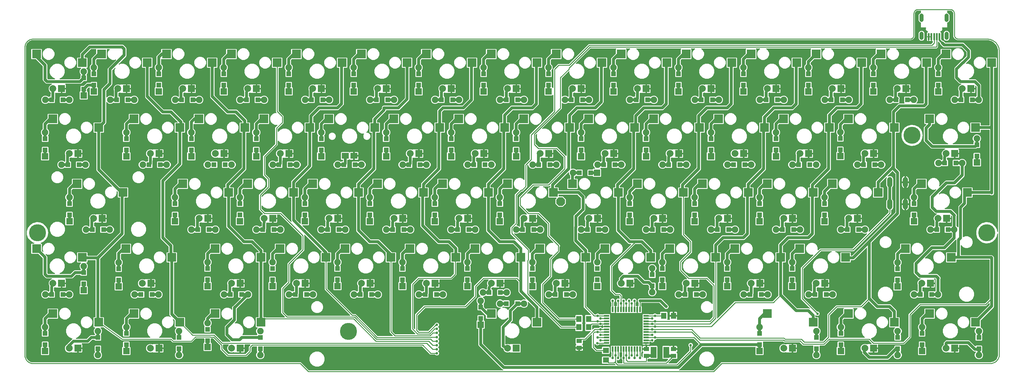
<source format=gbr>
G04 EAGLE Gerber RS-274X export*
G75*
%MOMM*%
%FSLAX34Y34*%
%LPD*%
%INTop Copper*%
%IPPOS*%
%AMOC8*
5,1,8,0,0,1.08239X$1,22.5*%
G01*
%ADD10R,1.900000X1.900000*%
%ADD11C,1.900000*%
%ADD12R,1.397000X1.397000*%
%ADD13C,2.000000*%
%ADD14R,2.000000X2.000000*%
%ADD15R,2.550000X2.500000*%
%ADD16R,2.000000X1.750000*%
%ADD17C,1.200000*%
%ADD18R,0.500000X2.000000*%
%ADD19R,1.700000X3.300000*%
%ADD20R,1.600000X1.300000*%
%ADD21C,1.524000*%
%ADD22R,1.600000X1.803000*%
%ADD23R,1.803000X1.600000*%
%ADD24R,1.500000X0.500000*%
%ADD25R,0.500000X1.500000*%
%ADD26P,2.749271X8X22.500000*%
%ADD27C,5.000000*%
%ADD28C,0.812800*%
%ADD29C,0.756400*%
%ADD30C,0.254000*%
%ADD31C,0.508000*%
%ADD32C,0.254000*%

G36*
X1402112Y-20491D02*
X1402112Y-20491D01*
X1402182Y-20492D01*
X1402269Y-20471D01*
X1402359Y-20459D01*
X1402423Y-20434D01*
X1402491Y-20417D01*
X1402571Y-20375D01*
X1402654Y-20342D01*
X1402711Y-20301D01*
X1402772Y-20269D01*
X1402839Y-20208D01*
X1402912Y-20156D01*
X1402956Y-20102D01*
X1403008Y-20055D01*
X1403057Y-19980D01*
X1403114Y-19911D01*
X1403144Y-19847D01*
X1403182Y-19789D01*
X1403212Y-19704D01*
X1403250Y-19623D01*
X1403263Y-19554D01*
X1403286Y-19488D01*
X1403293Y-19399D01*
X1403310Y-19311D01*
X1403305Y-19241D01*
X1403311Y-19171D01*
X1403296Y-19083D01*
X1403290Y-18993D01*
X1403268Y-18927D01*
X1403256Y-18858D01*
X1403220Y-18776D01*
X1403192Y-18691D01*
X1403155Y-18632D01*
X1403126Y-18568D01*
X1403070Y-18498D01*
X1403022Y-18422D01*
X1402971Y-18374D01*
X1402927Y-18320D01*
X1402856Y-18265D01*
X1402790Y-18204D01*
X1402729Y-18170D01*
X1402673Y-18128D01*
X1402529Y-18057D01*
X1401196Y-17505D01*
X1331256Y52435D01*
X1330251Y54862D01*
X1330251Y100381D01*
X1330236Y100499D01*
X1330228Y100618D01*
X1330216Y100656D01*
X1330211Y100696D01*
X1330167Y100807D01*
X1330130Y100920D01*
X1330109Y100954D01*
X1330094Y100992D01*
X1330024Y101088D01*
X1329960Y101189D01*
X1329931Y101216D01*
X1329907Y101249D01*
X1329815Y101325D01*
X1329729Y101407D01*
X1329693Y101426D01*
X1329662Y101452D01*
X1329554Y101503D01*
X1329450Y101560D01*
X1329411Y101570D01*
X1329374Y101588D01*
X1329258Y101610D01*
X1329142Y101640D01*
X1329082Y101643D01*
X1329062Y101647D01*
X1329042Y101646D01*
X1328981Y101650D01*
X1326303Y101650D01*
X1324815Y103138D01*
X1324815Y124243D01*
X1326338Y125766D01*
X1326376Y125771D01*
X1326487Y125815D01*
X1326600Y125852D01*
X1326634Y125873D01*
X1326672Y125888D01*
X1326768Y125958D01*
X1326869Y126022D01*
X1326896Y126051D01*
X1326929Y126075D01*
X1327005Y126167D01*
X1327087Y126253D01*
X1327106Y126289D01*
X1327132Y126320D01*
X1327183Y126428D01*
X1327240Y126532D01*
X1327250Y126571D01*
X1327267Y126608D01*
X1327290Y126725D01*
X1327319Y126840D01*
X1327323Y126900D01*
X1327327Y126920D01*
X1327326Y126940D01*
X1327330Y127001D01*
X1327330Y140218D01*
X1328818Y141706D01*
X1344893Y141706D01*
X1346381Y140218D01*
X1346381Y127001D01*
X1346396Y126882D01*
X1346403Y126764D01*
X1346416Y126725D01*
X1346421Y126685D01*
X1346465Y126574D01*
X1346502Y126461D01*
X1346523Y126427D01*
X1346538Y126389D01*
X1346608Y126293D01*
X1346672Y126192D01*
X1346701Y126165D01*
X1346725Y126132D01*
X1346817Y126056D01*
X1346903Y125975D01*
X1346939Y125955D01*
X1346970Y125929D01*
X1347078Y125879D01*
X1347182Y125821D01*
X1347221Y125811D01*
X1347258Y125794D01*
X1347366Y125773D01*
X1348896Y124243D01*
X1348896Y103138D01*
X1347408Y101650D01*
X1344729Y101650D01*
X1344611Y101635D01*
X1344493Y101628D01*
X1344454Y101615D01*
X1344414Y101610D01*
X1344303Y101566D01*
X1344190Y101530D01*
X1344156Y101508D01*
X1344118Y101493D01*
X1344022Y101423D01*
X1343921Y101359D01*
X1343894Y101330D01*
X1343861Y101306D01*
X1343785Y101214D01*
X1343703Y101128D01*
X1343684Y101092D01*
X1343658Y101061D01*
X1343607Y100954D01*
X1343550Y100849D01*
X1343540Y100810D01*
X1343523Y100773D01*
X1343500Y100657D01*
X1343470Y100541D01*
X1343467Y100481D01*
X1343463Y100461D01*
X1343464Y100441D01*
X1343460Y100381D01*
X1343460Y59437D01*
X1343473Y59339D01*
X1343476Y59240D01*
X1343492Y59182D01*
X1343500Y59122D01*
X1343536Y59030D01*
X1343564Y58935D01*
X1343595Y58882D01*
X1343617Y58826D01*
X1343675Y58746D01*
X1343726Y58661D01*
X1343792Y58585D01*
X1343804Y58569D01*
X1343813Y58561D01*
X1343832Y58540D01*
X1407302Y-4930D01*
X1407380Y-4990D01*
X1407452Y-5058D01*
X1407505Y-5088D01*
X1407553Y-5125D01*
X1407644Y-5164D01*
X1407730Y-5212D01*
X1407789Y-5227D01*
X1407845Y-5251D01*
X1407943Y-5267D01*
X1408038Y-5291D01*
X1408138Y-5298D01*
X1408159Y-5301D01*
X1408171Y-5300D01*
X1408199Y-5302D01*
X1731128Y-5302D01*
X1731266Y-5284D01*
X1731405Y-5271D01*
X1731424Y-5264D01*
X1731444Y-5262D01*
X1731573Y-5211D01*
X1731704Y-5163D01*
X1731721Y-5152D01*
X1731740Y-5145D01*
X1731852Y-5063D01*
X1731967Y-4985D01*
X1731981Y-4970D01*
X1731997Y-4958D01*
X1732086Y-4851D01*
X1732178Y-4746D01*
X1732187Y-4728D01*
X1732200Y-4713D01*
X1732259Y-4587D01*
X1732322Y-4463D01*
X1732327Y-4443D01*
X1732335Y-4425D01*
X1732361Y-4289D01*
X1732392Y-4153D01*
X1732391Y-4133D01*
X1732395Y-4113D01*
X1732386Y-3974D01*
X1732382Y-3835D01*
X1732377Y-3815D01*
X1732375Y-3795D01*
X1732333Y-3663D01*
X1732294Y-3530D01*
X1732283Y-3512D01*
X1732277Y-3493D01*
X1732203Y-3375D01*
X1732132Y-3256D01*
X1732114Y-3235D01*
X1732107Y-3224D01*
X1732092Y-3210D01*
X1732026Y-3135D01*
X1731153Y-2262D01*
X1731075Y-2201D01*
X1731002Y-2133D01*
X1730949Y-2104D01*
X1730901Y-2067D01*
X1730811Y-2027D01*
X1730724Y-1980D01*
X1730665Y-1964D01*
X1730610Y-1940D01*
X1730512Y-1925D01*
X1730416Y-1900D01*
X1730316Y-1894D01*
X1730295Y-1890D01*
X1730283Y-1892D01*
X1730255Y-1890D01*
X1710281Y-1890D01*
X1709523Y-1132D01*
X1709445Y-1072D01*
X1709373Y-1004D01*
X1709320Y-975D01*
X1709272Y-938D01*
X1709181Y-898D01*
X1709094Y-850D01*
X1709036Y-835D01*
X1708980Y-811D01*
X1708882Y-796D01*
X1708786Y-771D01*
X1708686Y-765D01*
X1708666Y-761D01*
X1708654Y-763D01*
X1708626Y-761D01*
X1693933Y-761D01*
X1692444Y728D01*
X1692444Y18832D01*
X1693933Y20321D01*
X1714067Y20321D01*
X1715556Y18832D01*
X1715556Y18517D01*
X1715564Y18448D01*
X1715563Y18378D01*
X1715584Y18290D01*
X1715596Y18201D01*
X1715621Y18136D01*
X1715638Y18068D01*
X1715680Y17989D01*
X1715713Y17905D01*
X1715754Y17849D01*
X1715786Y17787D01*
X1715847Y17721D01*
X1715899Y17648D01*
X1715953Y17604D01*
X1716000Y17552D01*
X1716075Y17503D01*
X1716144Y17445D01*
X1716208Y17416D01*
X1716266Y17377D01*
X1716351Y17348D01*
X1716432Y17310D01*
X1716501Y17297D01*
X1716567Y17274D01*
X1716656Y17267D01*
X1716744Y17250D01*
X1716814Y17254D01*
X1716884Y17249D01*
X1716972Y17264D01*
X1717062Y17270D01*
X1717128Y17291D01*
X1717197Y17303D01*
X1717279Y17340D01*
X1717364Y17368D01*
X1717423Y17405D01*
X1717487Y17434D01*
X1717557Y17490D01*
X1717633Y17538D01*
X1717681Y17589D01*
X1717735Y17632D01*
X1717790Y17704D01*
X1717851Y17770D01*
X1717885Y17831D01*
X1717927Y17886D01*
X1717998Y18031D01*
X1718640Y19582D01*
X1719818Y20759D01*
X1719878Y20837D01*
X1719946Y20910D01*
X1719975Y20963D01*
X1720012Y21010D01*
X1720052Y21101D01*
X1720100Y21188D01*
X1720115Y21247D01*
X1720139Y21302D01*
X1720154Y21400D01*
X1720179Y21496D01*
X1720185Y21596D01*
X1720189Y21616D01*
X1720187Y21629D01*
X1720189Y21657D01*
X1720189Y31692D01*
X1720177Y31790D01*
X1720174Y31889D01*
X1720157Y31947D01*
X1720149Y32007D01*
X1720113Y32099D01*
X1720085Y32195D01*
X1720055Y32247D01*
X1720032Y32303D01*
X1719974Y32383D01*
X1719924Y32468D01*
X1719858Y32544D01*
X1719846Y32560D01*
X1719836Y32568D01*
X1719818Y32589D01*
X1718959Y33448D01*
X1718959Y50552D01*
X1720448Y52041D01*
X1743604Y52041D01*
X1743626Y52023D01*
X1743724Y51981D01*
X1743728Y51979D01*
X1743802Y51938D01*
X1743806Y51937D01*
X1743817Y51931D01*
X1743869Y51918D01*
X1743918Y51897D01*
X1744023Y51880D01*
X1744079Y51866D01*
X1744110Y51858D01*
X1744112Y51858D01*
X1744125Y51855D01*
X1744158Y51855D01*
X1744195Y51853D01*
X1744232Y51847D01*
X1744255Y51849D01*
X1744271Y51848D01*
X1744279Y51848D01*
X1744350Y51857D01*
X1744443Y51858D01*
X1744527Y51875D01*
X1744549Y51877D01*
X1744564Y51882D01*
X1744590Y51887D01*
X1744595Y51888D01*
X1744597Y51889D01*
X1744601Y51890D01*
X1745165Y52041D01*
X1746731Y52041D01*
X1746731Y42000D01*
X1746731Y31959D01*
X1745080Y31959D01*
X1744962Y31944D01*
X1744843Y31937D01*
X1744805Y31924D01*
X1744764Y31919D01*
X1744654Y31876D01*
X1744541Y31839D01*
X1744506Y31817D01*
X1744469Y31802D01*
X1744373Y31733D01*
X1744272Y31669D01*
X1744244Y31639D01*
X1744211Y31616D01*
X1744135Y31524D01*
X1744054Y31437D01*
X1744034Y31402D01*
X1744009Y31371D01*
X1743958Y31263D01*
X1743900Y31159D01*
X1743890Y31119D01*
X1743873Y31083D01*
X1743851Y30966D01*
X1743821Y30851D01*
X1743817Y30791D01*
X1743813Y30771D01*
X1743815Y30750D01*
X1743811Y30690D01*
X1743811Y21657D01*
X1743823Y21559D01*
X1743826Y21459D01*
X1743843Y21401D01*
X1743851Y21341D01*
X1743887Y21249D01*
X1743915Y21154D01*
X1743945Y21102D01*
X1743968Y21045D01*
X1744026Y20965D01*
X1744076Y20880D01*
X1744142Y20805D01*
X1744154Y20788D01*
X1744164Y20780D01*
X1744182Y20759D01*
X1745360Y19582D01*
X1746323Y17258D01*
X1746323Y14742D01*
X1745360Y12418D01*
X1743582Y10640D01*
X1741258Y9677D01*
X1738742Y9677D01*
X1737925Y10016D01*
X1737877Y10029D01*
X1737832Y10050D01*
X1737724Y10071D01*
X1737618Y10100D01*
X1737569Y10101D01*
X1737520Y10110D01*
X1737410Y10103D01*
X1737300Y10105D01*
X1737252Y10093D01*
X1737202Y10090D01*
X1737098Y10056D01*
X1736991Y10031D01*
X1736947Y10007D01*
X1736900Y9992D01*
X1736807Y9933D01*
X1736710Y9882D01*
X1736673Y9849D01*
X1736631Y9822D01*
X1736556Y9742D01*
X1736475Y9668D01*
X1736447Y9627D01*
X1736413Y9590D01*
X1736360Y9494D01*
X1736300Y9402D01*
X1736284Y9355D01*
X1736260Y9312D01*
X1736232Y9206D01*
X1736197Y9102D01*
X1736193Y9052D01*
X1736180Y9004D01*
X1736170Y8843D01*
X1736170Y4025D01*
X1736183Y3927D01*
X1736186Y3828D01*
X1736202Y3770D01*
X1736210Y3710D01*
X1736246Y3617D01*
X1736274Y3522D01*
X1736305Y3470D01*
X1736327Y3414D01*
X1736385Y3334D01*
X1736435Y3248D01*
X1736502Y3173D01*
X1736514Y3157D01*
X1736523Y3149D01*
X1736542Y3128D01*
X1739519Y150D01*
X1739597Y90D01*
X1739670Y22D01*
X1739723Y-8D01*
X1739770Y-45D01*
X1739861Y-84D01*
X1739948Y-132D01*
X1740007Y-147D01*
X1740062Y-171D01*
X1740160Y-187D01*
X1740256Y-211D01*
X1740356Y-218D01*
X1740376Y-221D01*
X1740389Y-220D01*
X1740417Y-222D01*
X1751092Y-222D01*
X1751210Y-207D01*
X1751329Y-199D01*
X1751367Y-187D01*
X1751407Y-182D01*
X1751518Y-138D01*
X1751631Y-101D01*
X1751666Y-80D01*
X1751703Y-65D01*
X1751799Y5D01*
X1751900Y69D01*
X1751928Y98D01*
X1751960Y122D01*
X1752036Y214D01*
X1752118Y301D01*
X1752137Y336D01*
X1752163Y367D01*
X1752214Y475D01*
X1752271Y579D01*
X1752282Y618D01*
X1752299Y655D01*
X1752321Y772D01*
X1752351Y887D01*
X1752355Y947D01*
X1752359Y967D01*
X1752357Y988D01*
X1752358Y993D01*
X1752359Y998D01*
X1752358Y1003D01*
X1752361Y1048D01*
X1752361Y10171D01*
X1752349Y10270D01*
X1752346Y10369D01*
X1752329Y10427D01*
X1752321Y10487D01*
X1752285Y10579D01*
X1752257Y10674D01*
X1752227Y10726D01*
X1752204Y10783D01*
X1752146Y10863D01*
X1752096Y10948D01*
X1752029Y11023D01*
X1752017Y11040D01*
X1752008Y11048D01*
X1751989Y11069D01*
X1750640Y12418D01*
X1749677Y14742D01*
X1749677Y17258D01*
X1750640Y19582D01*
X1751818Y20759D01*
X1751878Y20837D01*
X1751946Y20910D01*
X1751975Y20963D01*
X1752012Y21010D01*
X1752052Y21101D01*
X1752100Y21188D01*
X1752115Y21247D01*
X1752139Y21302D01*
X1752154Y21400D01*
X1752179Y21496D01*
X1752185Y21596D01*
X1752189Y21616D01*
X1752187Y21629D01*
X1752189Y21657D01*
X1752189Y30690D01*
X1752174Y30808D01*
X1752167Y30927D01*
X1752154Y30965D01*
X1752149Y31006D01*
X1752106Y31116D01*
X1752069Y31229D01*
X1752047Y31264D01*
X1752032Y31301D01*
X1751963Y31397D01*
X1751899Y31498D01*
X1751869Y31526D01*
X1751846Y31559D01*
X1751754Y31635D01*
X1751667Y31716D01*
X1751632Y31736D01*
X1751601Y31761D01*
X1751493Y31812D01*
X1751389Y31870D01*
X1751349Y31880D01*
X1751313Y31897D01*
X1751196Y31919D01*
X1751081Y31949D01*
X1751021Y31953D01*
X1751001Y31957D01*
X1750980Y31955D01*
X1750920Y31959D01*
X1749269Y31959D01*
X1749269Y42000D01*
X1749269Y52041D01*
X1750835Y52041D01*
X1751399Y51890D01*
X1751484Y51878D01*
X1751560Y51858D01*
X1751586Y51857D01*
X1751607Y51852D01*
X1751641Y51853D01*
X1751685Y51850D01*
X1751714Y51846D01*
X1751729Y51848D01*
X1751735Y51849D01*
X1751819Y51858D01*
X1751925Y51862D01*
X1751976Y51877D01*
X1752030Y51883D01*
X1752042Y51888D01*
X1752045Y51888D01*
X1752097Y51909D01*
X1752129Y51921D01*
X1752230Y51950D01*
X1752276Y51977D01*
X1752327Y51997D01*
X1752336Y52003D01*
X1752340Y52005D01*
X1752390Y52041D01*
X1807552Y52041D01*
X1809041Y50552D01*
X1809041Y33448D01*
X1808182Y32589D01*
X1808122Y32511D01*
X1808054Y32439D01*
X1808025Y32386D01*
X1807988Y32338D01*
X1807948Y32247D01*
X1807900Y32160D01*
X1807885Y32102D01*
X1807861Y32046D01*
X1807846Y31948D01*
X1807821Y31853D01*
X1807815Y31752D01*
X1807811Y31732D01*
X1807813Y31720D01*
X1807811Y31692D01*
X1807811Y21657D01*
X1807823Y21559D01*
X1807826Y21459D01*
X1807843Y21401D01*
X1807851Y21341D01*
X1807887Y21249D01*
X1807915Y21154D01*
X1807945Y21102D01*
X1807968Y21045D01*
X1808026Y20965D01*
X1808076Y20880D01*
X1808142Y20805D01*
X1808154Y20788D01*
X1808164Y20780D01*
X1808182Y20759D01*
X1809360Y19582D01*
X1809642Y18900D01*
X1809677Y18839D01*
X1809703Y18775D01*
X1809755Y18702D01*
X1809800Y18624D01*
X1809848Y18574D01*
X1809889Y18517D01*
X1809959Y18460D01*
X1810021Y18395D01*
X1810081Y18359D01*
X1810134Y18314D01*
X1810216Y18276D01*
X1810292Y18229D01*
X1810359Y18209D01*
X1810422Y18179D01*
X1810510Y18162D01*
X1810596Y18136D01*
X1810666Y18132D01*
X1810735Y18119D01*
X1810824Y18125D01*
X1810914Y18120D01*
X1810982Y18135D01*
X1811052Y18139D01*
X1811137Y18167D01*
X1811225Y18185D01*
X1811288Y18215D01*
X1811354Y18237D01*
X1811430Y18285D01*
X1811511Y18324D01*
X1811564Y18370D01*
X1811623Y18407D01*
X1811685Y18473D01*
X1811753Y18531D01*
X1811793Y18588D01*
X1811841Y18639D01*
X1811884Y18717D01*
X1811936Y18791D01*
X1811961Y18856D01*
X1811995Y18917D01*
X1812017Y19004D01*
X1812049Y19088D01*
X1812057Y19158D01*
X1812074Y19225D01*
X1812084Y19386D01*
X1812084Y29740D01*
X1813755Y31411D01*
X1813832Y31510D01*
X1813915Y31605D01*
X1813930Y31636D01*
X1813950Y31662D01*
X1814000Y31778D01*
X1814056Y31890D01*
X1814063Y31923D01*
X1814077Y31954D01*
X1814096Y32078D01*
X1814123Y32201D01*
X1814121Y32235D01*
X1814126Y32268D01*
X1814115Y32393D01*
X1814109Y32519D01*
X1814100Y32551D01*
X1814097Y32585D01*
X1814054Y32703D01*
X1814018Y32823D01*
X1814000Y32852D01*
X1813989Y32884D01*
X1813918Y32988D01*
X1813853Y33096D01*
X1813829Y33119D01*
X1813810Y33147D01*
X1813716Y33230D01*
X1813626Y33318D01*
X1813586Y33346D01*
X1813572Y33358D01*
X1813553Y33368D01*
X1813492Y33408D01*
X1813065Y33654D01*
X1812592Y34128D01*
X1812257Y34707D01*
X1812084Y35353D01*
X1812084Y39648D01*
X1821355Y39648D01*
X1821473Y39663D01*
X1821592Y39671D01*
X1821630Y39683D01*
X1821670Y39688D01*
X1821781Y39732D01*
X1821894Y39769D01*
X1821929Y39790D01*
X1821966Y39805D01*
X1822062Y39875D01*
X1822163Y39939D01*
X1822191Y39968D01*
X1822223Y39992D01*
X1822299Y40084D01*
X1822381Y40170D01*
X1822400Y40206D01*
X1822426Y40237D01*
X1822477Y40345D01*
X1822534Y40449D01*
X1822545Y40488D01*
X1822562Y40525D01*
X1822584Y40641D01*
X1822614Y40757D01*
X1822618Y40817D01*
X1822622Y40837D01*
X1822620Y40857D01*
X1822624Y40918D01*
X1822624Y42188D01*
X1823895Y42188D01*
X1824013Y42203D01*
X1824132Y42211D01*
X1824170Y42223D01*
X1824210Y42228D01*
X1824321Y42272D01*
X1824434Y42309D01*
X1824469Y42330D01*
X1824506Y42345D01*
X1824602Y42415D01*
X1824703Y42479D01*
X1824731Y42508D01*
X1824763Y42532D01*
X1824839Y42624D01*
X1824921Y42710D01*
X1824940Y42746D01*
X1824966Y42777D01*
X1825017Y42885D01*
X1825074Y42989D01*
X1825085Y43028D01*
X1825102Y43065D01*
X1825124Y43182D01*
X1825154Y43297D01*
X1825158Y43357D01*
X1825162Y43377D01*
X1825160Y43397D01*
X1825164Y43458D01*
X1825164Y51228D01*
X1830959Y51228D01*
X1831606Y51055D01*
X1832185Y50721D01*
X1832227Y50678D01*
X1832322Y50605D01*
X1832411Y50526D01*
X1832447Y50508D01*
X1832479Y50483D01*
X1832588Y50436D01*
X1832694Y50382D01*
X1832733Y50373D01*
X1832770Y50357D01*
X1832888Y50338D01*
X1833004Y50312D01*
X1833045Y50313D01*
X1833085Y50307D01*
X1833203Y50318D01*
X1833322Y50322D01*
X1833361Y50333D01*
X1833401Y50337D01*
X1833513Y50377D01*
X1833628Y50410D01*
X1833662Y50431D01*
X1833701Y50444D01*
X1833799Y50511D01*
X1833902Y50572D01*
X1833947Y50611D01*
X1833964Y50623D01*
X1833977Y50638D01*
X1834022Y50678D01*
X1834573Y51228D01*
X1853677Y51228D01*
X1855166Y49740D01*
X1855166Y14635D01*
X1853677Y13147D01*
X1834573Y13147D01*
X1834023Y13697D01*
X1833929Y13770D01*
X1833839Y13849D01*
X1833803Y13867D01*
X1833771Y13892D01*
X1833662Y13939D01*
X1833556Y13993D01*
X1833517Y14002D01*
X1833479Y14018D01*
X1833362Y14037D01*
X1833246Y14063D01*
X1833205Y14062D01*
X1833165Y14068D01*
X1833047Y14057D01*
X1832928Y14053D01*
X1832889Y14042D01*
X1832849Y14038D01*
X1832736Y13998D01*
X1832622Y13965D01*
X1832588Y13944D01*
X1832549Y13931D01*
X1832451Y13864D01*
X1832348Y13803D01*
X1832303Y13763D01*
X1832286Y13752D01*
X1832273Y13737D01*
X1832228Y13697D01*
X1831677Y13147D01*
X1827705Y13147D01*
X1827587Y13132D01*
X1827468Y13124D01*
X1827430Y13112D01*
X1827389Y13107D01*
X1827279Y13063D01*
X1827166Y13026D01*
X1827131Y13005D01*
X1827094Y12990D01*
X1826998Y12920D01*
X1826897Y12856D01*
X1826869Y12827D01*
X1826836Y12803D01*
X1826760Y12711D01*
X1826679Y12625D01*
X1826659Y12589D01*
X1826634Y12558D01*
X1826583Y12450D01*
X1826525Y12346D01*
X1826515Y12307D01*
X1826498Y12270D01*
X1826476Y12154D01*
X1826446Y12038D01*
X1826442Y11978D01*
X1826438Y11958D01*
X1826440Y11938D01*
X1826436Y11878D01*
X1826436Y6128D01*
X1826451Y6010D01*
X1826458Y5891D01*
X1826471Y5852D01*
X1826476Y5812D01*
X1826519Y5701D01*
X1826556Y5588D01*
X1826578Y5554D01*
X1826593Y5517D01*
X1826662Y5420D01*
X1826726Y5320D01*
X1826756Y5292D01*
X1826779Y5259D01*
X1826871Y5183D01*
X1826958Y5102D01*
X1826993Y5082D01*
X1827024Y5056D01*
X1827132Y5006D01*
X1827236Y4948D01*
X1827276Y4938D01*
X1827312Y4921D01*
X1827429Y4898D01*
X1827544Y4869D01*
X1827604Y4865D01*
X1827624Y4861D01*
X1827645Y4862D01*
X1827705Y4858D01*
X1879381Y4858D01*
X1879479Y4871D01*
X1879578Y4874D01*
X1879636Y4891D01*
X1879697Y4898D01*
X1879789Y4935D01*
X1879884Y4962D01*
X1879936Y4993D01*
X1879992Y5015D01*
X1880072Y5073D01*
X1880158Y5124D01*
X1880233Y5190D01*
X1880250Y5202D01*
X1880257Y5212D01*
X1880279Y5230D01*
X1886028Y10980D01*
X1886114Y11090D01*
X1886202Y11197D01*
X1886211Y11215D01*
X1886223Y11231D01*
X1886279Y11359D01*
X1886338Y11485D01*
X1886342Y11504D01*
X1886350Y11523D01*
X1886372Y11661D01*
X1886398Y11797D01*
X1886396Y11817D01*
X1886399Y11837D01*
X1886386Y11976D01*
X1886378Y12114D01*
X1886372Y12134D01*
X1886370Y12154D01*
X1886322Y12285D01*
X1886280Y12417D01*
X1886269Y12434D01*
X1886262Y12453D01*
X1886184Y12568D01*
X1886110Y12686D01*
X1886095Y12700D01*
X1886083Y12716D01*
X1885979Y12808D01*
X1885878Y12904D01*
X1885860Y12913D01*
X1885845Y12927D01*
X1885721Y12990D01*
X1885599Y13057D01*
X1885580Y13062D01*
X1885562Y13071D01*
X1885426Y13102D01*
X1885292Y13137D01*
X1885263Y13138D01*
X1885252Y13141D01*
X1885231Y13140D01*
X1885131Y13147D01*
X1871573Y13147D01*
X1870084Y14635D01*
X1870084Y49740D01*
X1871573Y51228D01*
X1890677Y51228D01*
X1891228Y50678D01*
X1891322Y50605D01*
X1891411Y50526D01*
X1891447Y50508D01*
X1891479Y50483D01*
X1891588Y50436D01*
X1891694Y50382D01*
X1891733Y50373D01*
X1891771Y50357D01*
X1891889Y50338D01*
X1892004Y50312D01*
X1892045Y50313D01*
X1892085Y50307D01*
X1892204Y50318D01*
X1892322Y50322D01*
X1892361Y50333D01*
X1892401Y50337D01*
X1892513Y50377D01*
X1892628Y50410D01*
X1892663Y50431D01*
X1892701Y50444D01*
X1892799Y50511D01*
X1892902Y50572D01*
X1892947Y50612D01*
X1892964Y50623D01*
X1892977Y50638D01*
X1893023Y50678D01*
X1893065Y50721D01*
X1893644Y51055D01*
X1894291Y51228D01*
X1900086Y51228D01*
X1900086Y43458D01*
X1900101Y43339D01*
X1900108Y43221D01*
X1900121Y43182D01*
X1900126Y43142D01*
X1900169Y43031D01*
X1900206Y42918D01*
X1900228Y42884D01*
X1900243Y42846D01*
X1900313Y42750D01*
X1900376Y42649D01*
X1900406Y42622D01*
X1900430Y42589D01*
X1900521Y42513D01*
X1900608Y42432D01*
X1900643Y42412D01*
X1900674Y42386D01*
X1900782Y42336D01*
X1900886Y42278D01*
X1900926Y42268D01*
X1900962Y42251D01*
X1901079Y42228D01*
X1901194Y42199D01*
X1901255Y42195D01*
X1901275Y42191D01*
X1901295Y42192D01*
X1901355Y42188D01*
X1902626Y42188D01*
X1902626Y40918D01*
X1902641Y40799D01*
X1902648Y40681D01*
X1902661Y40642D01*
X1902666Y40602D01*
X1902710Y40491D01*
X1902746Y40378D01*
X1902768Y40344D01*
X1902783Y40306D01*
X1902853Y40210D01*
X1902916Y40109D01*
X1902946Y40082D01*
X1902970Y40049D01*
X1903061Y39973D01*
X1903148Y39891D01*
X1903183Y39872D01*
X1903215Y39846D01*
X1903322Y39795D01*
X1903426Y39738D01*
X1903466Y39728D01*
X1903502Y39711D01*
X1903619Y39688D01*
X1903734Y39659D01*
X1903795Y39655D01*
X1903815Y39651D01*
X1903835Y39652D01*
X1903895Y39648D01*
X1913166Y39648D01*
X1913166Y35353D01*
X1912993Y34707D01*
X1912658Y34128D01*
X1912185Y33654D01*
X1911758Y33408D01*
X1911657Y33332D01*
X1911553Y33261D01*
X1911531Y33236D01*
X1911504Y33215D01*
X1911426Y33117D01*
X1911343Y33023D01*
X1911328Y32993D01*
X1911307Y32966D01*
X1911255Y32851D01*
X1911198Y32739D01*
X1911191Y32707D01*
X1911177Y32676D01*
X1911156Y32551D01*
X1911129Y32429D01*
X1911130Y32395D01*
X1911124Y32362D01*
X1911135Y32237D01*
X1911138Y32111D01*
X1911148Y32079D01*
X1911151Y32045D01*
X1911192Y31926D01*
X1911227Y31806D01*
X1911244Y31777D01*
X1911255Y31745D01*
X1911325Y31640D01*
X1911388Y31532D01*
X1911421Y31495D01*
X1911431Y31480D01*
X1911447Y31465D01*
X1911495Y31411D01*
X1913166Y29740D01*
X1913166Y14635D01*
X1911677Y13147D01*
X1899499Y13147D01*
X1899401Y13134D01*
X1899302Y13131D01*
X1899244Y13115D01*
X1899184Y13107D01*
X1899092Y13070D01*
X1898996Y13043D01*
X1898944Y13012D01*
X1898888Y12990D01*
X1898808Y12932D01*
X1898723Y12881D01*
X1898647Y12815D01*
X1898631Y12803D01*
X1898623Y12794D01*
X1898602Y12775D01*
X1887772Y1945D01*
X1887687Y1835D01*
X1887598Y1728D01*
X1887589Y1710D01*
X1887577Y1694D01*
X1887522Y1566D01*
X1887462Y1441D01*
X1887459Y1421D01*
X1887451Y1402D01*
X1887429Y1264D01*
X1887403Y1128D01*
X1887404Y1108D01*
X1887401Y1088D01*
X1887414Y949D01*
X1887422Y811D01*
X1887429Y792D01*
X1887431Y771D01*
X1887478Y640D01*
X1887520Y508D01*
X1887531Y491D01*
X1887538Y472D01*
X1887616Y357D01*
X1887691Y240D01*
X1887705Y226D01*
X1887717Y209D01*
X1887821Y117D01*
X1887922Y22D01*
X1887940Y12D01*
X1887955Y-2D01*
X1888079Y-65D01*
X1888201Y-132D01*
X1888220Y-137D01*
X1888238Y-146D01*
X1888374Y-177D01*
X1888509Y-211D01*
X1888537Y-213D01*
X1888549Y-216D01*
X1888569Y-215D01*
X1888669Y-222D01*
X1910770Y-222D01*
X1910868Y-209D01*
X1910967Y-206D01*
X1911025Y-189D01*
X1911085Y-182D01*
X1911177Y-145D01*
X1911273Y-118D01*
X1911325Y-87D01*
X1911381Y-65D01*
X1911461Y-7D01*
X1911546Y44D01*
X1911622Y110D01*
X1911638Y122D01*
X1911646Y132D01*
X1911667Y150D01*
X1948443Y36925D01*
X1948503Y37004D01*
X1948571Y37076D01*
X1948600Y37129D01*
X1948637Y37177D01*
X1948677Y37268D01*
X1948725Y37354D01*
X1948740Y37413D01*
X1948764Y37469D01*
X1948779Y37567D01*
X1948804Y37662D01*
X1948810Y37762D01*
X1948814Y37783D01*
X1948812Y37795D01*
X1948814Y37823D01*
X1948814Y47921D01*
X1948802Y48020D01*
X1948799Y48119D01*
X1948782Y48177D01*
X1948774Y48237D01*
X1948738Y48329D01*
X1948710Y48424D01*
X1948680Y48476D01*
X1948657Y48533D01*
X1948599Y48613D01*
X1948549Y48698D01*
X1948483Y48773D01*
X1948471Y48790D01*
X1948461Y48798D01*
X1948443Y48819D01*
X1947265Y49997D01*
X1946302Y52320D01*
X1946302Y54836D01*
X1947265Y57160D01*
X1949043Y58938D01*
X1951367Y59901D01*
X1953883Y59901D01*
X1956207Y58938D01*
X1957985Y57160D01*
X1958948Y54836D01*
X1958948Y52320D01*
X1957985Y49997D01*
X1956807Y48819D01*
X1956747Y48741D01*
X1956679Y48669D01*
X1956650Y48616D01*
X1956613Y48568D01*
X1956573Y48477D01*
X1956525Y48390D01*
X1956510Y48331D01*
X1956486Y48276D01*
X1956471Y48178D01*
X1956446Y48082D01*
X1956440Y47982D01*
X1956436Y47962D01*
X1956438Y47949D01*
X1956436Y47921D01*
X1956436Y40028D01*
X1956453Y39890D01*
X1956466Y39752D01*
X1956473Y39732D01*
X1956476Y39712D01*
X1956527Y39583D01*
X1956574Y39452D01*
X1956585Y39436D01*
X1956593Y39417D01*
X1956674Y39305D01*
X1956752Y39189D01*
X1956768Y39176D01*
X1956779Y39159D01*
X1956887Y39071D01*
X1956991Y38979D01*
X1957009Y38970D01*
X1957024Y38957D01*
X1957150Y38897D01*
X1957274Y38834D01*
X1957294Y38830D01*
X1957312Y38821D01*
X1957448Y38795D01*
X1957584Y38764D01*
X1957605Y38765D01*
X1957624Y38761D01*
X1957763Y38770D01*
X1957902Y38774D01*
X1957922Y38780D01*
X1957942Y38781D01*
X1958074Y38824D01*
X1958208Y38863D01*
X1958225Y38873D01*
X1958244Y38879D01*
X1958362Y38954D01*
X1958482Y39024D01*
X1958503Y39043D01*
X1958513Y39049D01*
X1958527Y39064D01*
X1958602Y39130D01*
X1975478Y56006D01*
X1975551Y56100D01*
X1975629Y56189D01*
X1975648Y56225D01*
X1975673Y56257D01*
X1975720Y56366D01*
X1975774Y56472D01*
X1975783Y56512D01*
X1975799Y56549D01*
X1975818Y56667D01*
X1975844Y56783D01*
X1975842Y56823D01*
X1975849Y56863D01*
X1975838Y56982D01*
X1975834Y57100D01*
X1975823Y57139D01*
X1975819Y57180D01*
X1975779Y57292D01*
X1975746Y57406D01*
X1975725Y57441D01*
X1975711Y57479D01*
X1975644Y57578D01*
X1975584Y57680D01*
X1975544Y57725D01*
X1975533Y57742D01*
X1975517Y57756D01*
X1975478Y57801D01*
X1961461Y71818D01*
X1961383Y71878D01*
X1961310Y71946D01*
X1961257Y71975D01*
X1961210Y72012D01*
X1961119Y72052D01*
X1961032Y72100D01*
X1960973Y72115D01*
X1960918Y72139D01*
X1960820Y72154D01*
X1960724Y72179D01*
X1960624Y72185D01*
X1960604Y72189D01*
X1960591Y72187D01*
X1960563Y72189D01*
X1853657Y72189D01*
X1853559Y72177D01*
X1853459Y72174D01*
X1853401Y72157D01*
X1853341Y72149D01*
X1853249Y72113D01*
X1853154Y72085D01*
X1853102Y72055D01*
X1853045Y72032D01*
X1852965Y71974D01*
X1852880Y71924D01*
X1852805Y71858D01*
X1852788Y71846D01*
X1852780Y71836D01*
X1852759Y71818D01*
X1851582Y70640D01*
X1849258Y69677D01*
X1847592Y69677D01*
X1847474Y69662D01*
X1847355Y69655D01*
X1847317Y69642D01*
X1847276Y69637D01*
X1847166Y69594D01*
X1847053Y69557D01*
X1847018Y69535D01*
X1846981Y69520D01*
X1846885Y69451D01*
X1846784Y69387D01*
X1846756Y69357D01*
X1846723Y69334D01*
X1846647Y69242D01*
X1846566Y69155D01*
X1846546Y69120D01*
X1846521Y69089D01*
X1846470Y68981D01*
X1846412Y68877D01*
X1846402Y68837D01*
X1846385Y68801D01*
X1846363Y68684D01*
X1846333Y68569D01*
X1846329Y68509D01*
X1846325Y68489D01*
X1846327Y68468D01*
X1846323Y68408D01*
X1846323Y66742D01*
X1845360Y64418D01*
X1843582Y62640D01*
X1841258Y61677D01*
X1838742Y61677D01*
X1836418Y62640D01*
X1835241Y63818D01*
X1835163Y63878D01*
X1835090Y63946D01*
X1835037Y63975D01*
X1834990Y64012D01*
X1834899Y64052D01*
X1834812Y64100D01*
X1834753Y64115D01*
X1834698Y64139D01*
X1834600Y64154D01*
X1834504Y64179D01*
X1834404Y64185D01*
X1834384Y64189D01*
X1834371Y64187D01*
X1834343Y64189D01*
X1833310Y64189D01*
X1833192Y64174D01*
X1833073Y64167D01*
X1833035Y64154D01*
X1832994Y64149D01*
X1832884Y64106D01*
X1832771Y64069D01*
X1832736Y64047D01*
X1832699Y64032D01*
X1832603Y63963D01*
X1832502Y63899D01*
X1832474Y63869D01*
X1832441Y63846D01*
X1832365Y63754D01*
X1832284Y63667D01*
X1832264Y63632D01*
X1832239Y63601D01*
X1832188Y63493D01*
X1832130Y63389D01*
X1832120Y63349D01*
X1832103Y63313D01*
X1832081Y63196D01*
X1832051Y63081D01*
X1832047Y63021D01*
X1832043Y63001D01*
X1832045Y62980D01*
X1832041Y62920D01*
X1832041Y61269D01*
X1822000Y61269D01*
X1811959Y61269D01*
X1811959Y62834D01*
X1812111Y63399D01*
X1812125Y63504D01*
X1812148Y63607D01*
X1812146Y63660D01*
X1812154Y63714D01*
X1812142Y63819D01*
X1812138Y63925D01*
X1812123Y63976D01*
X1812117Y64030D01*
X1812079Y64129D01*
X1812050Y64230D01*
X1812023Y64277D01*
X1812003Y64327D01*
X1811959Y64389D01*
X1811959Y143552D01*
X1813448Y145041D01*
X1830552Y145041D01*
X1831411Y144183D01*
X1831489Y144122D01*
X1831561Y144054D01*
X1831614Y144025D01*
X1831662Y143988D01*
X1831753Y143948D01*
X1831840Y143900D01*
X1831898Y143885D01*
X1831954Y143861D01*
X1832052Y143846D01*
X1832147Y143821D01*
X1832247Y143815D01*
X1832268Y143811D01*
X1832280Y143813D01*
X1832308Y143811D01*
X1842343Y143811D01*
X1842441Y143823D01*
X1842541Y143826D01*
X1842599Y143843D01*
X1842659Y143851D01*
X1842751Y143887D01*
X1842846Y143915D01*
X1842898Y143945D01*
X1842955Y143968D01*
X1843035Y144026D01*
X1843120Y144076D01*
X1843195Y144142D01*
X1843212Y144154D01*
X1843220Y144164D01*
X1843241Y144182D01*
X1844418Y145360D01*
X1846742Y146323D01*
X1849258Y146323D01*
X1851582Y145360D01*
X1852759Y144182D01*
X1852837Y144122D01*
X1852910Y144054D01*
X1852963Y144025D01*
X1853010Y143988D01*
X1853101Y143948D01*
X1853188Y143900D01*
X1853247Y143885D01*
X1853302Y143861D01*
X1853400Y143846D01*
X1853496Y143821D01*
X1853596Y143815D01*
X1853616Y143811D01*
X1853629Y143813D01*
X1853657Y143811D01*
X1861970Y143811D01*
X1862088Y143826D01*
X1862207Y143833D01*
X1862245Y143846D01*
X1862286Y143851D01*
X1862396Y143894D01*
X1862509Y143931D01*
X1862544Y143953D01*
X1862581Y143968D01*
X1862677Y144037D01*
X1862778Y144101D01*
X1862806Y144131D01*
X1862839Y144154D01*
X1862915Y144246D01*
X1862996Y144333D01*
X1863016Y144368D01*
X1863041Y144399D01*
X1863092Y144507D01*
X1863150Y144611D01*
X1863160Y144651D01*
X1863177Y144687D01*
X1863199Y144804D01*
X1863229Y144919D01*
X1863233Y144979D01*
X1863237Y144999D01*
X1863235Y145020D01*
X1863239Y145080D01*
X1863239Y150067D01*
X1864728Y151556D01*
X1882832Y151556D01*
X1884321Y150067D01*
X1884321Y129920D01*
X1884281Y129868D01*
X1884192Y129761D01*
X1884183Y129742D01*
X1884171Y129726D01*
X1884115Y129598D01*
X1884056Y129473D01*
X1884052Y129453D01*
X1884044Y129434D01*
X1884023Y129297D01*
X1883996Y129160D01*
X1883998Y129140D01*
X1883995Y129120D01*
X1884008Y128982D01*
X1884016Y128843D01*
X1884022Y128824D01*
X1884024Y128804D01*
X1884071Y128673D01*
X1884114Y128541D01*
X1884125Y128523D01*
X1884132Y128504D01*
X1884210Y128389D01*
X1884284Y128272D01*
X1884299Y128258D01*
X1884310Y128241D01*
X1884415Y128149D01*
X1884516Y128054D01*
X1884534Y128044D01*
X1884549Y128031D01*
X1884673Y127968D01*
X1884794Y127900D01*
X1884814Y127895D01*
X1884832Y127886D01*
X1884968Y127856D01*
X1885102Y127821D01*
X1885130Y127819D01*
X1885142Y127816D01*
X1885163Y127817D01*
X1885263Y127811D01*
X1890921Y127811D01*
X1891052Y127827D01*
X1891184Y127838D01*
X1891209Y127847D01*
X1891236Y127851D01*
X1891359Y127899D01*
X1891484Y127943D01*
X1891507Y127958D01*
X1891532Y127968D01*
X1891639Y128045D01*
X1891749Y128119D01*
X1891767Y128139D01*
X1891789Y128154D01*
X1891874Y128256D01*
X1891962Y128355D01*
X1891975Y128379D01*
X1891992Y128399D01*
X1892048Y128519D01*
X1892110Y128637D01*
X1892116Y128663D01*
X1892127Y128687D01*
X1892152Y128817D01*
X1892183Y128946D01*
X1892182Y128973D01*
X1892187Y128999D01*
X1892179Y129131D01*
X1892176Y129264D01*
X1892169Y129290D01*
X1892167Y129317D01*
X1892127Y129443D01*
X1892091Y129570D01*
X1892074Y129605D01*
X1892069Y129619D01*
X1892058Y129638D01*
X1892020Y129715D01*
X1891852Y130004D01*
X1891679Y130651D01*
X1891679Y137461D01*
X1900950Y137461D01*
X1901068Y137476D01*
X1901187Y137483D01*
X1901225Y137496D01*
X1901265Y137501D01*
X1901376Y137544D01*
X1901489Y137581D01*
X1901524Y137603D01*
X1901561Y137618D01*
X1901657Y137688D01*
X1901758Y137751D01*
X1901786Y137781D01*
X1901818Y137805D01*
X1901894Y137896D01*
X1901976Y137983D01*
X1901995Y138018D01*
X1902021Y138049D01*
X1902072Y138157D01*
X1902129Y138261D01*
X1902140Y138301D01*
X1902157Y138337D01*
X1902179Y138454D01*
X1902209Y138569D01*
X1902213Y138630D01*
X1902217Y138650D01*
X1902215Y138670D01*
X1902219Y138730D01*
X1902219Y140001D01*
X1902221Y140001D01*
X1902221Y138730D01*
X1902236Y138612D01*
X1902243Y138493D01*
X1902256Y138455D01*
X1902261Y138415D01*
X1902305Y138304D01*
X1902341Y138191D01*
X1902363Y138156D01*
X1902378Y138119D01*
X1902448Y138023D01*
X1902511Y137922D01*
X1902541Y137894D01*
X1902565Y137861D01*
X1902656Y137786D01*
X1902743Y137704D01*
X1902778Y137684D01*
X1902810Y137659D01*
X1902917Y137608D01*
X1903021Y137550D01*
X1903061Y137540D01*
X1903097Y137523D01*
X1903214Y137501D01*
X1903329Y137471D01*
X1903390Y137467D01*
X1903410Y137463D01*
X1903430Y137465D01*
X1903490Y137461D01*
X1912761Y137461D01*
X1912761Y130651D01*
X1912588Y130004D01*
X1912420Y129715D01*
X1912369Y129593D01*
X1912313Y129473D01*
X1912308Y129446D01*
X1912297Y129422D01*
X1912278Y129290D01*
X1912253Y129160D01*
X1912254Y129134D01*
X1912251Y129107D01*
X1912264Y128975D01*
X1912273Y128843D01*
X1912281Y128817D01*
X1912284Y128791D01*
X1912330Y128667D01*
X1912371Y128541D01*
X1912385Y128518D01*
X1912394Y128492D01*
X1912470Y128384D01*
X1912541Y128272D01*
X1912560Y128253D01*
X1912576Y128231D01*
X1912676Y128145D01*
X1912772Y128054D01*
X1912796Y128041D01*
X1912816Y128023D01*
X1912935Y127964D01*
X1913051Y127900D01*
X1913077Y127894D01*
X1913101Y127882D01*
X1913231Y127854D01*
X1913359Y127821D01*
X1913397Y127819D01*
X1913412Y127815D01*
X1913434Y127816D01*
X1913519Y127811D01*
X2007805Y127811D01*
X2007903Y127823D01*
X2008003Y127826D01*
X2008061Y127843D01*
X2008121Y127851D01*
X2008213Y127887D01*
X2008308Y127915D01*
X2008360Y127945D01*
X2008417Y127968D01*
X2008497Y128026D01*
X2008582Y128076D01*
X2008657Y128142D01*
X2008674Y128154D01*
X2008682Y128164D01*
X2008703Y128182D01*
X2016963Y136442D01*
X2017023Y136520D01*
X2017091Y136593D01*
X2017120Y136646D01*
X2017157Y136693D01*
X2017197Y136784D01*
X2017245Y136871D01*
X2017260Y136930D01*
X2017284Y136985D01*
X2017299Y137083D01*
X2017324Y137179D01*
X2017330Y137279D01*
X2017334Y137299D01*
X2017332Y137312D01*
X2017334Y137340D01*
X2017334Y155036D01*
X2017326Y155105D01*
X2017327Y155175D01*
X2017306Y155262D01*
X2017294Y155351D01*
X2017269Y155416D01*
X2017252Y155484D01*
X2017210Y155564D01*
X2017177Y155647D01*
X2017136Y155704D01*
X2017104Y155765D01*
X2017043Y155832D01*
X2016991Y155904D01*
X2016937Y155949D01*
X2016890Y156001D01*
X2016815Y156050D01*
X2016746Y156107D01*
X2016682Y156137D01*
X2016624Y156175D01*
X2016539Y156205D01*
X2016458Y156243D01*
X2016389Y156256D01*
X2016323Y156279D01*
X2016234Y156286D01*
X2016146Y156303D01*
X2016076Y156298D01*
X2016006Y156304D01*
X2015918Y156288D01*
X2015828Y156283D01*
X2015762Y156261D01*
X2015693Y156249D01*
X2015611Y156212D01*
X2015526Y156185D01*
X2015467Y156147D01*
X2015403Y156119D01*
X2015333Y156063D01*
X2015257Y156015D01*
X2015209Y155964D01*
X2015154Y155920D01*
X2015100Y155848D01*
X2015039Y155783D01*
X2015005Y155722D01*
X2014963Y155666D01*
X2014892Y155521D01*
X2014874Y155478D01*
X2010022Y150626D01*
X2003681Y147999D01*
X1996819Y147999D01*
X1990478Y150626D01*
X1985626Y155478D01*
X1982999Y161819D01*
X1982999Y168681D01*
X1985626Y175022D01*
X1990478Y179874D01*
X1996819Y182501D01*
X2003681Y182501D01*
X2010022Y179874D01*
X2014874Y175022D01*
X2014892Y174979D01*
X2014927Y174918D01*
X2014953Y174853D01*
X2015005Y174780D01*
X2015050Y174702D01*
X2015098Y174652D01*
X2015139Y174596D01*
X2015209Y174538D01*
X2015271Y174474D01*
X2015331Y174437D01*
X2015384Y174393D01*
X2015466Y174355D01*
X2015542Y174308D01*
X2015609Y174287D01*
X2015672Y174257D01*
X2015760Y174240D01*
X2015846Y174214D01*
X2015916Y174211D01*
X2015985Y174197D01*
X2016074Y174203D01*
X2016164Y174199D01*
X2016232Y174213D01*
X2016302Y174217D01*
X2016387Y174245D01*
X2016475Y174263D01*
X2016538Y174294D01*
X2016604Y174315D01*
X2016680Y174363D01*
X2016761Y174403D01*
X2016814Y174448D01*
X2016873Y174485D01*
X2016935Y174551D01*
X2017003Y174609D01*
X2017043Y174666D01*
X2017091Y174717D01*
X2017134Y174796D01*
X2017186Y174869D01*
X2017211Y174934D01*
X2017245Y174996D01*
X2017267Y175083D01*
X2017299Y175166D01*
X2017307Y175236D01*
X2017324Y175303D01*
X2017334Y175464D01*
X2017334Y227032D01*
X2017322Y227130D01*
X2017319Y227229D01*
X2017302Y227287D01*
X2017294Y227348D01*
X2017258Y227440D01*
X2017230Y227535D01*
X2017200Y227587D01*
X2017177Y227643D01*
X2017119Y227723D01*
X2017069Y227809D01*
X2017003Y227884D01*
X2016991Y227901D01*
X2016981Y227908D01*
X2016963Y227930D01*
X1999043Y245849D01*
X1998965Y245909D01*
X1998893Y245977D01*
X1998840Y246007D01*
X1998792Y246044D01*
X1998701Y246083D01*
X1998614Y246131D01*
X1998556Y246146D01*
X1998500Y246170D01*
X1998402Y246186D01*
X1998306Y246210D01*
X1998206Y246217D01*
X1998186Y246220D01*
X1998174Y246219D01*
X1998146Y246221D01*
X1979135Y246221D01*
X1979017Y246206D01*
X1978898Y246198D01*
X1978860Y246186D01*
X1978819Y246181D01*
X1978709Y246137D01*
X1978596Y246100D01*
X1978561Y246079D01*
X1978524Y246064D01*
X1978428Y245994D01*
X1978327Y245930D01*
X1978299Y245901D01*
X1978266Y245877D01*
X1978190Y245785D01*
X1978109Y245698D01*
X1978089Y245663D01*
X1978064Y245632D01*
X1978013Y245524D01*
X1977955Y245420D01*
X1977945Y245381D01*
X1977928Y245344D01*
X1977906Y245227D01*
X1977876Y245112D01*
X1977872Y245052D01*
X1977868Y245032D01*
X1977870Y245011D01*
X1977866Y244951D01*
X1977866Y237449D01*
X1966555Y237449D01*
X1966437Y237434D01*
X1966318Y237427D01*
X1966280Y237414D01*
X1966240Y237409D01*
X1966129Y237366D01*
X1966016Y237329D01*
X1965982Y237307D01*
X1965944Y237292D01*
X1965848Y237223D01*
X1965747Y237159D01*
X1965719Y237129D01*
X1965687Y237106D01*
X1965611Y237014D01*
X1965529Y236927D01*
X1965510Y236892D01*
X1965484Y236861D01*
X1965433Y236753D01*
X1965376Y236649D01*
X1965366Y236609D01*
X1965348Y236573D01*
X1965326Y236456D01*
X1965296Y236341D01*
X1965292Y236281D01*
X1965289Y236261D01*
X1965290Y236240D01*
X1965286Y236180D01*
X1965286Y234989D01*
X1964095Y234989D01*
X1963977Y234974D01*
X1963858Y234967D01*
X1963820Y234954D01*
X1963779Y234949D01*
X1963669Y234905D01*
X1963556Y234869D01*
X1963521Y234847D01*
X1963484Y234832D01*
X1963387Y234762D01*
X1963287Y234699D01*
X1963259Y234669D01*
X1963226Y234645D01*
X1963150Y234554D01*
X1963069Y234467D01*
X1963049Y234432D01*
X1963024Y234400D01*
X1962973Y234293D01*
X1962915Y234188D01*
X1962905Y234149D01*
X1962888Y234113D01*
X1962866Y233996D01*
X1962836Y233880D01*
X1962832Y233820D01*
X1962828Y233800D01*
X1962830Y233780D01*
X1962826Y233720D01*
X1962826Y222409D01*
X1954991Y222409D01*
X1954344Y222582D01*
X1954003Y222779D01*
X1953918Y222815D01*
X1953837Y222860D01*
X1953772Y222876D01*
X1953710Y222902D01*
X1953619Y222916D01*
X1953530Y222939D01*
X1953413Y222946D01*
X1953396Y222949D01*
X1953387Y222948D01*
X1953369Y222949D01*
X1947749Y222949D01*
X1946609Y223607D01*
X1946588Y223616D01*
X1946570Y223629D01*
X1946442Y223678D01*
X1946316Y223731D01*
X1946294Y223734D01*
X1946272Y223742D01*
X1946136Y223757D01*
X1946002Y223777D01*
X1945979Y223775D01*
X1945956Y223777D01*
X1945821Y223758D01*
X1945685Y223744D01*
X1945664Y223736D01*
X1945641Y223733D01*
X1945489Y223681D01*
X1943503Y222858D01*
X1943478Y222844D01*
X1943450Y222834D01*
X1943340Y222765D01*
X1943227Y222701D01*
X1943206Y222680D01*
X1943181Y222664D01*
X1943092Y222569D01*
X1942999Y222479D01*
X1942983Y222454D01*
X1942963Y222433D01*
X1942900Y222319D01*
X1942832Y222208D01*
X1942824Y222180D01*
X1942809Y222154D01*
X1942777Y222028D01*
X1942739Y221904D01*
X1942737Y221875D01*
X1942730Y221846D01*
X1942720Y221686D01*
X1942720Y213201D01*
X1942735Y213083D01*
X1942742Y212964D01*
X1942755Y212926D01*
X1942760Y212886D01*
X1942803Y212775D01*
X1942840Y212662D01*
X1942862Y212628D01*
X1942877Y212590D01*
X1942946Y212494D01*
X1943010Y212393D01*
X1943040Y212365D01*
X1943063Y212333D01*
X1943155Y212257D01*
X1943242Y212175D01*
X1943277Y212156D01*
X1943308Y212130D01*
X1943416Y212079D01*
X1943520Y212022D01*
X1943560Y212012D01*
X1943596Y211994D01*
X1943713Y211972D01*
X1943828Y211942D01*
X1943888Y211938D01*
X1943908Y211935D01*
X1943929Y211936D01*
X1943989Y211932D01*
X1944152Y211932D01*
X1945641Y210444D01*
X1945641Y194369D01*
X1944152Y192881D01*
X1928078Y192881D01*
X1927500Y193458D01*
X1927406Y193531D01*
X1927317Y193610D01*
X1927281Y193628D01*
X1927249Y193653D01*
X1927139Y193700D01*
X1927033Y193754D01*
X1926994Y193763D01*
X1926957Y193779D01*
X1926839Y193798D01*
X1926723Y193824D01*
X1926683Y193823D01*
X1926643Y193829D01*
X1926524Y193818D01*
X1926405Y193814D01*
X1926366Y193803D01*
X1926326Y193799D01*
X1926214Y193759D01*
X1926100Y193726D01*
X1926065Y193706D01*
X1926027Y193692D01*
X1925928Y193625D01*
X1925826Y193564D01*
X1925781Y193525D01*
X1925764Y193513D01*
X1925750Y193498D01*
X1925705Y193458D01*
X1924446Y192199D01*
X1920020Y190366D01*
X1915230Y190366D01*
X1910804Y192199D01*
X1907417Y195586D01*
X1905584Y200011D01*
X1905584Y204801D01*
X1907417Y209227D01*
X1910804Y212614D01*
X1915230Y214447D01*
X1920020Y214447D01*
X1924446Y212614D01*
X1925705Y211354D01*
X1925799Y211281D01*
X1925888Y211203D01*
X1925924Y211184D01*
X1925956Y211159D01*
X1926066Y211112D01*
X1926172Y211058D01*
X1926211Y211049D01*
X1926248Y211033D01*
X1926366Y211014D01*
X1926482Y210988D01*
X1926522Y210990D01*
X1926562Y210983D01*
X1926681Y210994D01*
X1926800Y210998D01*
X1926839Y211009D01*
X1926879Y211013D01*
X1926991Y211053D01*
X1927105Y211086D01*
X1927140Y211107D01*
X1927178Y211121D01*
X1927277Y211188D01*
X1927379Y211248D01*
X1927424Y211288D01*
X1927441Y211299D01*
X1927455Y211315D01*
X1927500Y211354D01*
X1928078Y211932D01*
X1928241Y211932D01*
X1928359Y211947D01*
X1928478Y211954D01*
X1928516Y211967D01*
X1928557Y211972D01*
X1928667Y212016D01*
X1928780Y212052D01*
X1928815Y212074D01*
X1928852Y212089D01*
X1928948Y212159D01*
X1929049Y212222D01*
X1929077Y212252D01*
X1929110Y212276D01*
X1929186Y212367D01*
X1929267Y212454D01*
X1929287Y212490D01*
X1929312Y212521D01*
X1929363Y212628D01*
X1929421Y212733D01*
X1929431Y212772D01*
X1929448Y212808D01*
X1929470Y212925D01*
X1929500Y213041D01*
X1929504Y213101D01*
X1929508Y213121D01*
X1929506Y213141D01*
X1929510Y213201D01*
X1929510Y224600D01*
X1929509Y224613D01*
X1929509Y224645D01*
X1929466Y225868D01*
X1929500Y226001D01*
X1929501Y226019D01*
X1929503Y226027D01*
X1929503Y226036D01*
X1929647Y226384D01*
X1929655Y226413D01*
X1929668Y226439D01*
X1929697Y226566D01*
X1929731Y226691D01*
X1929732Y226721D01*
X1929738Y226750D01*
X1929734Y226879D01*
X1929736Y227009D01*
X1929729Y227038D01*
X1929728Y227067D01*
X1929692Y227192D01*
X1929662Y227318D01*
X1929648Y227345D01*
X1929640Y227373D01*
X1929574Y227485D01*
X1929513Y227600D01*
X1929493Y227621D01*
X1929478Y227647D01*
X1929372Y227768D01*
X1929293Y227846D01*
X1927384Y232455D01*
X1927384Y237445D01*
X1929293Y242054D01*
X1932821Y245582D01*
X1937430Y247491D01*
X1940759Y247491D01*
X1940897Y247508D01*
X1941035Y247521D01*
X1941054Y247528D01*
X1941075Y247531D01*
X1941204Y247582D01*
X1941335Y247629D01*
X1941351Y247640D01*
X1941370Y247648D01*
X1941482Y247729D01*
X1941598Y247807D01*
X1941611Y247823D01*
X1941628Y247834D01*
X1941716Y247942D01*
X1941808Y248046D01*
X1941817Y248064D01*
X1941830Y248079D01*
X1941890Y248205D01*
X1941953Y248329D01*
X1941957Y248349D01*
X1941966Y248367D01*
X1941992Y248503D01*
X1942022Y248639D01*
X1942022Y248660D01*
X1942026Y248679D01*
X1942017Y248818D01*
X1942013Y248957D01*
X1942007Y248977D01*
X1942006Y248997D01*
X1941963Y249129D01*
X1941924Y249263D01*
X1941914Y249280D01*
X1941908Y249299D01*
X1941834Y249417D01*
X1941763Y249537D01*
X1941744Y249558D01*
X1941738Y249568D01*
X1941723Y249582D01*
X1941656Y249657D01*
X1919049Y272265D01*
X1919049Y299235D01*
X1948443Y328629D01*
X1948503Y328707D01*
X1948571Y328779D01*
X1948600Y328832D01*
X1948637Y328880D01*
X1948677Y328971D01*
X1948725Y329057D01*
X1948740Y329116D01*
X1948764Y329172D01*
X1948779Y329270D01*
X1948804Y329365D01*
X1948810Y329465D01*
X1948814Y329486D01*
X1948812Y329498D01*
X1948814Y329526D01*
X1948814Y355083D01*
X1948802Y355181D01*
X1948799Y355281D01*
X1948782Y355339D01*
X1948774Y355399D01*
X1948738Y355491D01*
X1948710Y355586D01*
X1948680Y355638D01*
X1948657Y355695D01*
X1948599Y355775D01*
X1948549Y355860D01*
X1948483Y355935D01*
X1948471Y355952D01*
X1948461Y355960D01*
X1948443Y355981D01*
X1927164Y377259D01*
X1927164Y485340D01*
X1927149Y485458D01*
X1927142Y485577D01*
X1927129Y485615D01*
X1927124Y485656D01*
X1927081Y485766D01*
X1927044Y485879D01*
X1927022Y485914D01*
X1927007Y485951D01*
X1926938Y486047D01*
X1926874Y486148D01*
X1926844Y486176D01*
X1926821Y486209D01*
X1926729Y486285D01*
X1926642Y486366D01*
X1926607Y486386D01*
X1926576Y486411D01*
X1926468Y486462D01*
X1926364Y486520D01*
X1926324Y486530D01*
X1926288Y486547D01*
X1926171Y486569D01*
X1926056Y486599D01*
X1925996Y486603D01*
X1925976Y486607D01*
X1925955Y486605D01*
X1925895Y486609D01*
X1917173Y486609D01*
X1915684Y488098D01*
X1915684Y515202D01*
X1917173Y516691D01*
X1920939Y516691D01*
X1921057Y516706D01*
X1921175Y516713D01*
X1921214Y516726D01*
X1921254Y516731D01*
X1921365Y516774D01*
X1921478Y516811D01*
X1921512Y516833D01*
X1921550Y516848D01*
X1921646Y516917D01*
X1921747Y516981D01*
X1921774Y517011D01*
X1921807Y517034D01*
X1921883Y517126D01*
X1921965Y517213D01*
X1921984Y517248D01*
X1922010Y517279D01*
X1922061Y517387D01*
X1922118Y517491D01*
X1922128Y517531D01*
X1922145Y517567D01*
X1922168Y517684D01*
X1922198Y517799D01*
X1922201Y517859D01*
X1922205Y517879D01*
X1922204Y517900D01*
X1922208Y517960D01*
X1922208Y525189D01*
X1923213Y527616D01*
X1925250Y529653D01*
X1969461Y573864D01*
X1969522Y573942D01*
X1969590Y574014D01*
X1969619Y574067D01*
X1969656Y574115D01*
X1969695Y574206D01*
X1969743Y574293D01*
X1969758Y574351D01*
X1969782Y574407D01*
X1969798Y574505D01*
X1969823Y574601D01*
X1969828Y574687D01*
X1969830Y574699D01*
X1969830Y574706D01*
X1969832Y574721D01*
X1969831Y574734D01*
X1969833Y574762D01*
X1969833Y675840D01*
X1969818Y675958D01*
X1969810Y676077D01*
X1969798Y676115D01*
X1969793Y676156D01*
X1969749Y676266D01*
X1969712Y676379D01*
X1969691Y676414D01*
X1969676Y676451D01*
X1969606Y676547D01*
X1969542Y676648D01*
X1969513Y676676D01*
X1969489Y676709D01*
X1969397Y676785D01*
X1969311Y676866D01*
X1969275Y676886D01*
X1969244Y676911D01*
X1969136Y676962D01*
X1969032Y677020D01*
X1968993Y677030D01*
X1968956Y677047D01*
X1968840Y677069D01*
X1968724Y677099D01*
X1968664Y677103D01*
X1968644Y677107D01*
X1968624Y677105D01*
X1968564Y677109D01*
X1964798Y677109D01*
X1963309Y678598D01*
X1963309Y705702D01*
X1964798Y707191D01*
X1968564Y707191D01*
X1968682Y707206D01*
X1968800Y707213D01*
X1968839Y707226D01*
X1968879Y707231D01*
X1968990Y707274D01*
X1969103Y707311D01*
X1969137Y707333D01*
X1969175Y707348D01*
X1969271Y707417D01*
X1969372Y707481D01*
X1969399Y707511D01*
X1969432Y707534D01*
X1969508Y707626D01*
X1969590Y707713D01*
X1969609Y707748D01*
X1969635Y707779D01*
X1969686Y707887D01*
X1969743Y707991D01*
X1969753Y708031D01*
X1969770Y708067D01*
X1969793Y708184D01*
X1969823Y708299D01*
X1969826Y708359D01*
X1969830Y708379D01*
X1969829Y708400D01*
X1969833Y708460D01*
X1969833Y727595D01*
X1970838Y730023D01*
X1996509Y755693D01*
X1998936Y756698D01*
X2056520Y756698D01*
X2056618Y756711D01*
X2056717Y756714D01*
X2056775Y756731D01*
X2056835Y756738D01*
X2056927Y756775D01*
X2057022Y756802D01*
X2057075Y756833D01*
X2057131Y756855D01*
X2057211Y756913D01*
X2057296Y756964D01*
X2057372Y757030D01*
X2057388Y757042D01*
X2057396Y757052D01*
X2057417Y757070D01*
X2064711Y764364D01*
X2064772Y764442D01*
X2064840Y764514D01*
X2064869Y764567D01*
X2064906Y764615D01*
X2064945Y764706D01*
X2064993Y764793D01*
X2065008Y764851D01*
X2065032Y764907D01*
X2065048Y765005D01*
X2065073Y765101D01*
X2065079Y765201D01*
X2065082Y765221D01*
X2065081Y765234D01*
X2065083Y765262D01*
X2065083Y866340D01*
X2065068Y866458D01*
X2065060Y866577D01*
X2065048Y866615D01*
X2065043Y866656D01*
X2064999Y866766D01*
X2064962Y866879D01*
X2064941Y866914D01*
X2064926Y866951D01*
X2064856Y867047D01*
X2064792Y867148D01*
X2064763Y867176D01*
X2064739Y867209D01*
X2064647Y867285D01*
X2064561Y867366D01*
X2064525Y867386D01*
X2064494Y867411D01*
X2064386Y867462D01*
X2064282Y867520D01*
X2064243Y867530D01*
X2064206Y867547D01*
X2064090Y867569D01*
X2063974Y867599D01*
X2063914Y867603D01*
X2063894Y867607D01*
X2063874Y867605D01*
X2063814Y867609D01*
X2060048Y867609D01*
X2058559Y869098D01*
X2058559Y896202D01*
X2060048Y897691D01*
X2087652Y897691D01*
X2089141Y896202D01*
X2089141Y869098D01*
X2087652Y867609D01*
X2079561Y867609D01*
X2079443Y867594D01*
X2079325Y867587D01*
X2079286Y867574D01*
X2079246Y867569D01*
X2079135Y867526D01*
X2079022Y867489D01*
X2078988Y867467D01*
X2078950Y867452D01*
X2078854Y867383D01*
X2078753Y867319D01*
X2078726Y867289D01*
X2078693Y867266D01*
X2078617Y867174D01*
X2078535Y867087D01*
X2078516Y867052D01*
X2078490Y867021D01*
X2078439Y866913D01*
X2078382Y866809D01*
X2078372Y866769D01*
X2078355Y866733D01*
X2078332Y866616D01*
X2078302Y866501D01*
X2078299Y866441D01*
X2078295Y866421D01*
X2078296Y866400D01*
X2078292Y866340D01*
X2078292Y760686D01*
X2077287Y758259D01*
X2063523Y744495D01*
X2061095Y743489D01*
X2003512Y743489D01*
X2003413Y743477D01*
X2003314Y743474D01*
X2003256Y743457D01*
X2003196Y743449D01*
X2003104Y743413D01*
X2003009Y743385D01*
X2002957Y743354D01*
X2002900Y743332D01*
X2002820Y743274D01*
X2002735Y743224D01*
X2002659Y743157D01*
X2002643Y743145D01*
X2002635Y743136D01*
X2002614Y743117D01*
X1983414Y723917D01*
X1983353Y723839D01*
X1983285Y723767D01*
X1983256Y723714D01*
X1983219Y723666D01*
X1983180Y723575D01*
X1983132Y723488D01*
X1983117Y723430D01*
X1983093Y723374D01*
X1983077Y723276D01*
X1983052Y723180D01*
X1983046Y723080D01*
X1983043Y723060D01*
X1983044Y723048D01*
X1983042Y723020D01*
X1983042Y708460D01*
X1983057Y708342D01*
X1983065Y708223D01*
X1983077Y708185D01*
X1983082Y708144D01*
X1983126Y708034D01*
X1983163Y707921D01*
X1983184Y707886D01*
X1983199Y707849D01*
X1983269Y707753D01*
X1983333Y707652D01*
X1983362Y707624D01*
X1983386Y707591D01*
X1983478Y707515D01*
X1983564Y707434D01*
X1983600Y707414D01*
X1983631Y707389D01*
X1983739Y707338D01*
X1983843Y707280D01*
X1983882Y707270D01*
X1983919Y707253D01*
X1984035Y707231D01*
X1984151Y707201D01*
X1984211Y707197D01*
X1984231Y707193D01*
X1984251Y707195D01*
X1984311Y707191D01*
X1992402Y707191D01*
X1993891Y705702D01*
X1993891Y678598D01*
X1992402Y677109D01*
X1984311Y677109D01*
X1984193Y677094D01*
X1984075Y677087D01*
X1984036Y677074D01*
X1983996Y677069D01*
X1983885Y677026D01*
X1983772Y676989D01*
X1983738Y676967D01*
X1983700Y676952D01*
X1983604Y676883D01*
X1983503Y676819D01*
X1983476Y676789D01*
X1983443Y676766D01*
X1983367Y676674D01*
X1983285Y676587D01*
X1983266Y676552D01*
X1983240Y676521D01*
X1983189Y676413D01*
X1983132Y676309D01*
X1983122Y676269D01*
X1983105Y676233D01*
X1983082Y676116D01*
X1983052Y676001D01*
X1983049Y675941D01*
X1983045Y675921D01*
X1983046Y675900D01*
X1983042Y675840D01*
X1983042Y570186D01*
X1982037Y567759D01*
X1935789Y521511D01*
X1935728Y521433D01*
X1935660Y521361D01*
X1935631Y521308D01*
X1935594Y521260D01*
X1935555Y521169D01*
X1935507Y521082D01*
X1935492Y521024D01*
X1935468Y520968D01*
X1935452Y520870D01*
X1935427Y520774D01*
X1935421Y520674D01*
X1935418Y520654D01*
X1935419Y520642D01*
X1935417Y520614D01*
X1935417Y517960D01*
X1935432Y517842D01*
X1935440Y517723D01*
X1935452Y517685D01*
X1935457Y517644D01*
X1935501Y517534D01*
X1935538Y517421D01*
X1935559Y517386D01*
X1935574Y517349D01*
X1935644Y517253D01*
X1935708Y517152D01*
X1935737Y517124D01*
X1935761Y517091D01*
X1935853Y517015D01*
X1935939Y516934D01*
X1935975Y516914D01*
X1936006Y516889D01*
X1936114Y516838D01*
X1936218Y516780D01*
X1936257Y516770D01*
X1936294Y516753D01*
X1936410Y516731D01*
X1936526Y516701D01*
X1936586Y516697D01*
X1936606Y516693D01*
X1936626Y516695D01*
X1936686Y516691D01*
X1944777Y516691D01*
X1946266Y515202D01*
X1946266Y488098D01*
X1944777Y486609D01*
X1936055Y486609D01*
X1935937Y486594D01*
X1935818Y486587D01*
X1935780Y486574D01*
X1935739Y486569D01*
X1935629Y486526D01*
X1935516Y486489D01*
X1935481Y486467D01*
X1935444Y486452D01*
X1935348Y486383D01*
X1935247Y486319D01*
X1935219Y486289D01*
X1935186Y486266D01*
X1935110Y486174D01*
X1935029Y486087D01*
X1935009Y486052D01*
X1934984Y486021D01*
X1934933Y485913D01*
X1934875Y485809D01*
X1934865Y485769D01*
X1934848Y485733D01*
X1934826Y485616D01*
X1934796Y485501D01*
X1934792Y485441D01*
X1934788Y485421D01*
X1934790Y485400D01*
X1934786Y485340D01*
X1934786Y380942D01*
X1934798Y380844D01*
X1934801Y380744D01*
X1934818Y380686D01*
X1934826Y380626D01*
X1934862Y380534D01*
X1934890Y380439D01*
X1934920Y380387D01*
X1934943Y380330D01*
X1935001Y380250D01*
X1935051Y380165D01*
X1935117Y380090D01*
X1935129Y380073D01*
X1935139Y380065D01*
X1935157Y380044D01*
X1956436Y358766D01*
X1956436Y325843D01*
X1927042Y296450D01*
X1926981Y296371D01*
X1926913Y296299D01*
X1926884Y296246D01*
X1926847Y296198D01*
X1926808Y296107D01*
X1926760Y296021D01*
X1926745Y295964D01*
X1926732Y295937D01*
X1926731Y295931D01*
X1926721Y295906D01*
X1926705Y295808D01*
X1926680Y295713D01*
X1926676Y295641D01*
X1926673Y295625D01*
X1926674Y295610D01*
X1926671Y295592D01*
X1926672Y295580D01*
X1926670Y295552D01*
X1926670Y275948D01*
X1926683Y275850D01*
X1926686Y275751D01*
X1926702Y275693D01*
X1926710Y275632D01*
X1926746Y275540D01*
X1926774Y275445D01*
X1926805Y275393D01*
X1926827Y275337D01*
X1926885Y275257D01*
X1926935Y275171D01*
X1927002Y275096D01*
X1927014Y275079D01*
X1927023Y275072D01*
X1927042Y275050D01*
X1947879Y254214D01*
X1947957Y254153D01*
X1948029Y254085D01*
X1948082Y254056D01*
X1948130Y254019D01*
X1948221Y253979D01*
X1948307Y253932D01*
X1948366Y253917D01*
X1948422Y253892D01*
X1948520Y253877D01*
X1948615Y253852D01*
X1948715Y253846D01*
X1948736Y253843D01*
X1948748Y253844D01*
X1948776Y253842D01*
X2001828Y253842D01*
X2020248Y235423D01*
X2020357Y235338D01*
X2020464Y235249D01*
X2020483Y235240D01*
X2020499Y235228D01*
X2020627Y235173D01*
X2020752Y235113D01*
X2020772Y235110D01*
X2020791Y235102D01*
X2020929Y235080D01*
X2021065Y235054D01*
X2021085Y235055D01*
X2021105Y235052D01*
X2021244Y235065D01*
X2021382Y235073D01*
X2021401Y235080D01*
X2021421Y235082D01*
X2021553Y235129D01*
X2021684Y235171D01*
X2021702Y235182D01*
X2021721Y235189D01*
X2021836Y235267D01*
X2021953Y235342D01*
X2021967Y235356D01*
X2021984Y235368D01*
X2022076Y235472D01*
X2022171Y235573D01*
X2022181Y235591D01*
X2022194Y235606D01*
X2022258Y235730D01*
X2022325Y235852D01*
X2022330Y235871D01*
X2022339Y235889D01*
X2022369Y236025D01*
X2022404Y236160D01*
X2022406Y236188D01*
X2022409Y236200D01*
X2022408Y236220D01*
X2022414Y236320D01*
X2022414Y294840D01*
X2022399Y294958D01*
X2022392Y295077D01*
X2022379Y295115D01*
X2022374Y295156D01*
X2022331Y295266D01*
X2022294Y295379D01*
X2022272Y295414D01*
X2022257Y295451D01*
X2022188Y295547D01*
X2022124Y295648D01*
X2022094Y295676D01*
X2022071Y295709D01*
X2021979Y295785D01*
X2021892Y295866D01*
X2021857Y295886D01*
X2021826Y295911D01*
X2021718Y295962D01*
X2021614Y296020D01*
X2021574Y296030D01*
X2021538Y296047D01*
X2021421Y296069D01*
X2021306Y296099D01*
X2021246Y296103D01*
X2021226Y296107D01*
X2021205Y296105D01*
X2021145Y296109D01*
X2012423Y296109D01*
X2010934Y297598D01*
X2010934Y324702D01*
X2012423Y326191D01*
X2018351Y326191D01*
X2018469Y326206D01*
X2018588Y326213D01*
X2018626Y326226D01*
X2018667Y326231D01*
X2018777Y326274D01*
X2018890Y326311D01*
X2018925Y326333D01*
X2018962Y326348D01*
X2019058Y326417D01*
X2019159Y326481D01*
X2019187Y326511D01*
X2019220Y326534D01*
X2019296Y326626D01*
X2019377Y326713D01*
X2019397Y326748D01*
X2019422Y326779D01*
X2019473Y326887D01*
X2019531Y326991D01*
X2019541Y327031D01*
X2019558Y327067D01*
X2019580Y327184D01*
X2019610Y327299D01*
X2019614Y327359D01*
X2019618Y327379D01*
X2019616Y327400D01*
X2019620Y327460D01*
X2019620Y348758D01*
X2020626Y351185D01*
X2044134Y374693D01*
X2046561Y375698D01*
X2104145Y375698D01*
X2104243Y375711D01*
X2104342Y375714D01*
X2104400Y375731D01*
X2104460Y375738D01*
X2104552Y375775D01*
X2104647Y375802D01*
X2104700Y375833D01*
X2104756Y375855D01*
X2104836Y375913D01*
X2104921Y375964D01*
X2104997Y376030D01*
X2105013Y376042D01*
X2105021Y376052D01*
X2105042Y376070D01*
X2112336Y383364D01*
X2112397Y383442D01*
X2112465Y383514D01*
X2112494Y383567D01*
X2112531Y383615D01*
X2112570Y383706D01*
X2112618Y383793D01*
X2112633Y383851D01*
X2112657Y383907D01*
X2112673Y384005D01*
X2112698Y384101D01*
X2112704Y384201D01*
X2112707Y384221D01*
X2112706Y384234D01*
X2112708Y384262D01*
X2112708Y485340D01*
X2112693Y485458D01*
X2112685Y485577D01*
X2112673Y485615D01*
X2112668Y485656D01*
X2112624Y485766D01*
X2112587Y485879D01*
X2112566Y485914D01*
X2112551Y485951D01*
X2112481Y486047D01*
X2112417Y486148D01*
X2112388Y486176D01*
X2112364Y486209D01*
X2112272Y486285D01*
X2112186Y486366D01*
X2112150Y486386D01*
X2112119Y486411D01*
X2112011Y486462D01*
X2111907Y486520D01*
X2111868Y486530D01*
X2111831Y486547D01*
X2111715Y486569D01*
X2111599Y486599D01*
X2111539Y486603D01*
X2111519Y486607D01*
X2111499Y486605D01*
X2111439Y486609D01*
X2107673Y486609D01*
X2106184Y488098D01*
X2106184Y515202D01*
X2107673Y516691D01*
X2113601Y516691D01*
X2113719Y516706D01*
X2113838Y516713D01*
X2113876Y516726D01*
X2113917Y516731D01*
X2114027Y516774D01*
X2114140Y516811D01*
X2114175Y516833D01*
X2114212Y516848D01*
X2114308Y516917D01*
X2114409Y516981D01*
X2114437Y517011D01*
X2114470Y517034D01*
X2114546Y517126D01*
X2114627Y517213D01*
X2114647Y517248D01*
X2114672Y517279D01*
X2114723Y517387D01*
X2114781Y517491D01*
X2114791Y517531D01*
X2114808Y517567D01*
X2114830Y517684D01*
X2114860Y517799D01*
X2114864Y517859D01*
X2114868Y517879D01*
X2114866Y517900D01*
X2114870Y517960D01*
X2114870Y527351D01*
X2115876Y529779D01*
X2159961Y573864D01*
X2160022Y573942D01*
X2160090Y574014D01*
X2160119Y574067D01*
X2160156Y574115D01*
X2160195Y574206D01*
X2160243Y574293D01*
X2160258Y574351D01*
X2160282Y574407D01*
X2160298Y574505D01*
X2160323Y574601D01*
X2160328Y574687D01*
X2160330Y574699D01*
X2160330Y574706D01*
X2160332Y574721D01*
X2160331Y574734D01*
X2160333Y574762D01*
X2160333Y675840D01*
X2160318Y675958D01*
X2160310Y676077D01*
X2160298Y676115D01*
X2160293Y676156D01*
X2160249Y676266D01*
X2160212Y676379D01*
X2160191Y676414D01*
X2160176Y676451D01*
X2160106Y676547D01*
X2160042Y676648D01*
X2160013Y676676D01*
X2159989Y676709D01*
X2159897Y676785D01*
X2159811Y676866D01*
X2159775Y676886D01*
X2159744Y676911D01*
X2159636Y676962D01*
X2159532Y677020D01*
X2159493Y677030D01*
X2159456Y677047D01*
X2159340Y677069D01*
X2159224Y677099D01*
X2159164Y677103D01*
X2159144Y677107D01*
X2159124Y677105D01*
X2159064Y677109D01*
X2155298Y677109D01*
X2153809Y678598D01*
X2153809Y705702D01*
X2155298Y707191D01*
X2161226Y707191D01*
X2161344Y707206D01*
X2161463Y707213D01*
X2161501Y707226D01*
X2161542Y707231D01*
X2161652Y707274D01*
X2161765Y707311D01*
X2161800Y707333D01*
X2161837Y707348D01*
X2161933Y707417D01*
X2162034Y707481D01*
X2162062Y707511D01*
X2162095Y707534D01*
X2162171Y707626D01*
X2162252Y707713D01*
X2162272Y707748D01*
X2162297Y707779D01*
X2162348Y707887D01*
X2162406Y707991D01*
X2162416Y708031D01*
X2162433Y708067D01*
X2162455Y708184D01*
X2162485Y708299D01*
X2162489Y708359D01*
X2162493Y708379D01*
X2162491Y708400D01*
X2162495Y708460D01*
X2162495Y723804D01*
X2163501Y726232D01*
X2192962Y755693D01*
X2195389Y756698D01*
X2247020Y756698D01*
X2247118Y756711D01*
X2247217Y756714D01*
X2247275Y756731D01*
X2247335Y756738D01*
X2247427Y756775D01*
X2247522Y756802D01*
X2247575Y756833D01*
X2247631Y756855D01*
X2247711Y756913D01*
X2247796Y756964D01*
X2247872Y757030D01*
X2247888Y757042D01*
X2247896Y757052D01*
X2247917Y757070D01*
X2255211Y764364D01*
X2255272Y764442D01*
X2255340Y764514D01*
X2255369Y764567D01*
X2255406Y764615D01*
X2255445Y764706D01*
X2255493Y764793D01*
X2255508Y764851D01*
X2255532Y764907D01*
X2255548Y765005D01*
X2255573Y765101D01*
X2255579Y765201D01*
X2255582Y765221D01*
X2255581Y765234D01*
X2255583Y765262D01*
X2255583Y866340D01*
X2255568Y866458D01*
X2255560Y866577D01*
X2255548Y866615D01*
X2255543Y866656D01*
X2255499Y866766D01*
X2255462Y866879D01*
X2255441Y866914D01*
X2255426Y866951D01*
X2255356Y867047D01*
X2255292Y867148D01*
X2255263Y867176D01*
X2255239Y867209D01*
X2255147Y867285D01*
X2255061Y867366D01*
X2255025Y867386D01*
X2254994Y867411D01*
X2254886Y867462D01*
X2254782Y867520D01*
X2254743Y867530D01*
X2254706Y867547D01*
X2254590Y867569D01*
X2254474Y867599D01*
X2254414Y867603D01*
X2254394Y867607D01*
X2254374Y867605D01*
X2254314Y867609D01*
X2250548Y867609D01*
X2249059Y869098D01*
X2249059Y896202D01*
X2250548Y897691D01*
X2278152Y897691D01*
X2279641Y896202D01*
X2279641Y869098D01*
X2278152Y867609D01*
X2270061Y867609D01*
X2269943Y867594D01*
X2269825Y867587D01*
X2269786Y867574D01*
X2269746Y867569D01*
X2269635Y867526D01*
X2269522Y867489D01*
X2269488Y867467D01*
X2269450Y867452D01*
X2269354Y867383D01*
X2269253Y867319D01*
X2269226Y867289D01*
X2269193Y867266D01*
X2269117Y867174D01*
X2269035Y867087D01*
X2269016Y867052D01*
X2268990Y867021D01*
X2268939Y866913D01*
X2268882Y866809D01*
X2268872Y866769D01*
X2268855Y866733D01*
X2268832Y866616D01*
X2268802Y866501D01*
X2268799Y866441D01*
X2268795Y866421D01*
X2268796Y866400D01*
X2268792Y866340D01*
X2268792Y760686D01*
X2267787Y758259D01*
X2254023Y744495D01*
X2251595Y743489D01*
X2199965Y743489D01*
X2199866Y743477D01*
X2199767Y743474D01*
X2199709Y743457D01*
X2199649Y743449D01*
X2199557Y743413D01*
X2199462Y743385D01*
X2199410Y743354D01*
X2199353Y743332D01*
X2199273Y743274D01*
X2199188Y743224D01*
X2199113Y743157D01*
X2199096Y743145D01*
X2199088Y743136D01*
X2199067Y743117D01*
X2176076Y720127D01*
X2176016Y720048D01*
X2175948Y719976D01*
X2175919Y719923D01*
X2175882Y719875D01*
X2175842Y719784D01*
X2175794Y719698D01*
X2175779Y719639D01*
X2175755Y719583D01*
X2175740Y719486D01*
X2175715Y719390D01*
X2175709Y719290D01*
X2175705Y719269D01*
X2175707Y719257D01*
X2175705Y719229D01*
X2175705Y708460D01*
X2175720Y708342D01*
X2175727Y708223D01*
X2175740Y708185D01*
X2175745Y708144D01*
X2175788Y708034D01*
X2175825Y707921D01*
X2175847Y707886D01*
X2175862Y707849D01*
X2175931Y707753D01*
X2175995Y707652D01*
X2176025Y707624D01*
X2176048Y707591D01*
X2176140Y707515D01*
X2176227Y707434D01*
X2176262Y707414D01*
X2176293Y707389D01*
X2176401Y707338D01*
X2176505Y707280D01*
X2176545Y707270D01*
X2176581Y707253D01*
X2176698Y707231D01*
X2176813Y707201D01*
X2176873Y707197D01*
X2176893Y707193D01*
X2176914Y707195D01*
X2176974Y707191D01*
X2182902Y707191D01*
X2184391Y705702D01*
X2184391Y678598D01*
X2182902Y677109D01*
X2174811Y677109D01*
X2174693Y677094D01*
X2174575Y677087D01*
X2174536Y677074D01*
X2174496Y677069D01*
X2174385Y677026D01*
X2174272Y676989D01*
X2174238Y676967D01*
X2174200Y676952D01*
X2174104Y676883D01*
X2174003Y676819D01*
X2173976Y676789D01*
X2173943Y676766D01*
X2173867Y676674D01*
X2173785Y676587D01*
X2173766Y676552D01*
X2173740Y676521D01*
X2173689Y676413D01*
X2173632Y676309D01*
X2173622Y676269D01*
X2173605Y676233D01*
X2173582Y676116D01*
X2173552Y676001D01*
X2173549Y675941D01*
X2173545Y675921D01*
X2173546Y675900D01*
X2173542Y675840D01*
X2173542Y570186D01*
X2172537Y567759D01*
X2128451Y523673D01*
X2128391Y523595D01*
X2128323Y523523D01*
X2128294Y523470D01*
X2128257Y523422D01*
X2128217Y523331D01*
X2128169Y523245D01*
X2128154Y523186D01*
X2128130Y523130D01*
X2128115Y523032D01*
X2128090Y522937D01*
X2128084Y522837D01*
X2128080Y522816D01*
X2128082Y522804D01*
X2128080Y522776D01*
X2128080Y517960D01*
X2128095Y517842D01*
X2128102Y517723D01*
X2128115Y517685D01*
X2128120Y517644D01*
X2128163Y517534D01*
X2128200Y517421D01*
X2128222Y517386D01*
X2128237Y517349D01*
X2128306Y517253D01*
X2128370Y517152D01*
X2128400Y517124D01*
X2128423Y517091D01*
X2128515Y517015D01*
X2128602Y516934D01*
X2128637Y516914D01*
X2128668Y516889D01*
X2128776Y516838D01*
X2128880Y516780D01*
X2128920Y516770D01*
X2128956Y516753D01*
X2129073Y516731D01*
X2129188Y516701D01*
X2129248Y516697D01*
X2129268Y516693D01*
X2129289Y516695D01*
X2129349Y516691D01*
X2135277Y516691D01*
X2136766Y515202D01*
X2136766Y488098D01*
X2135277Y486609D01*
X2127186Y486609D01*
X2127068Y486594D01*
X2126950Y486587D01*
X2126911Y486574D01*
X2126871Y486569D01*
X2126760Y486526D01*
X2126647Y486489D01*
X2126613Y486467D01*
X2126575Y486452D01*
X2126479Y486383D01*
X2126378Y486319D01*
X2126351Y486289D01*
X2126318Y486266D01*
X2126242Y486174D01*
X2126160Y486087D01*
X2126141Y486052D01*
X2126115Y486021D01*
X2126064Y485913D01*
X2126007Y485809D01*
X2125997Y485769D01*
X2125980Y485733D01*
X2125957Y485616D01*
X2125927Y485501D01*
X2125924Y485441D01*
X2125920Y485421D01*
X2125921Y485400D01*
X2125917Y485340D01*
X2125917Y379686D01*
X2124912Y377259D01*
X2111148Y363495D01*
X2108720Y362489D01*
X2051137Y362489D01*
X2051038Y362477D01*
X2050939Y362474D01*
X2050881Y362457D01*
X2050821Y362449D01*
X2050729Y362413D01*
X2050634Y362385D01*
X2050582Y362354D01*
X2050525Y362332D01*
X2050445Y362274D01*
X2050360Y362224D01*
X2050284Y362157D01*
X2050268Y362145D01*
X2050260Y362136D01*
X2050239Y362117D01*
X2033201Y345080D01*
X2033141Y345001D01*
X2033073Y344929D01*
X2033044Y344876D01*
X2033007Y344828D01*
X2032967Y344737D01*
X2032919Y344651D01*
X2032904Y344592D01*
X2032880Y344537D01*
X2032865Y344439D01*
X2032840Y344343D01*
X2032834Y344243D01*
X2032830Y344223D01*
X2032832Y344210D01*
X2032830Y344182D01*
X2032830Y327460D01*
X2032845Y327342D01*
X2032852Y327223D01*
X2032865Y327185D01*
X2032870Y327144D01*
X2032913Y327034D01*
X2032950Y326921D01*
X2032972Y326886D01*
X2032987Y326849D01*
X2033056Y326753D01*
X2033120Y326652D01*
X2033150Y326624D01*
X2033173Y326591D01*
X2033265Y326515D01*
X2033352Y326434D01*
X2033387Y326414D01*
X2033418Y326389D01*
X2033526Y326338D01*
X2033630Y326280D01*
X2033670Y326270D01*
X2033706Y326253D01*
X2033823Y326231D01*
X2033938Y326201D01*
X2033998Y326197D01*
X2034018Y326193D01*
X2034039Y326195D01*
X2034099Y326191D01*
X2040027Y326191D01*
X2041516Y324702D01*
X2041516Y297598D01*
X2040027Y296109D01*
X2031305Y296109D01*
X2031187Y296094D01*
X2031068Y296087D01*
X2031030Y296074D01*
X2030989Y296069D01*
X2030879Y296026D01*
X2030766Y295989D01*
X2030731Y295967D01*
X2030694Y295952D01*
X2030598Y295883D01*
X2030497Y295819D01*
X2030469Y295789D01*
X2030436Y295766D01*
X2030360Y295674D01*
X2030279Y295587D01*
X2030259Y295552D01*
X2030234Y295521D01*
X2030183Y295413D01*
X2030125Y295309D01*
X2030115Y295269D01*
X2030098Y295233D01*
X2030076Y295116D01*
X2030046Y295001D01*
X2030042Y294941D01*
X2030038Y294921D01*
X2030040Y294900D01*
X2030036Y294840D01*
X2030036Y133489D01*
X2030053Y133352D01*
X2030066Y133213D01*
X2030073Y133194D01*
X2030076Y133174D01*
X2030127Y133045D01*
X2030174Y132914D01*
X2030185Y132897D01*
X2030193Y132878D01*
X2030274Y132766D01*
X2030352Y132650D01*
X2030368Y132637D01*
X2030379Y132621D01*
X2030487Y132532D01*
X2030591Y132440D01*
X2030609Y132431D01*
X2030624Y132418D01*
X2030750Y132359D01*
X2030874Y132295D01*
X2030894Y132291D01*
X2030912Y132282D01*
X2031048Y132256D01*
X2031184Y132226D01*
X2031205Y132226D01*
X2031224Y132222D01*
X2031363Y132231D01*
X2031502Y132235D01*
X2031522Y132241D01*
X2031542Y132242D01*
X2031674Y132285D01*
X2031808Y132324D01*
X2031825Y132334D01*
X2031844Y132340D01*
X2031962Y132415D01*
X2032082Y132485D01*
X2032103Y132504D01*
X2032113Y132510D01*
X2032127Y132525D01*
X2032202Y132592D01*
X2082015Y182404D01*
X2192971Y182404D01*
X2193069Y182417D01*
X2193168Y182420D01*
X2193226Y182437D01*
X2193286Y182444D01*
X2193378Y182481D01*
X2193474Y182508D01*
X2193526Y182539D01*
X2193582Y182561D01*
X2193662Y182619D01*
X2193747Y182670D01*
X2193823Y182736D01*
X2193839Y182748D01*
X2193847Y182758D01*
X2193868Y182776D01*
X2209749Y198656D01*
X2209809Y198735D01*
X2209877Y198807D01*
X2209906Y198860D01*
X2209943Y198908D01*
X2209983Y198999D01*
X2210031Y199085D01*
X2210046Y199144D01*
X2210070Y199200D01*
X2210085Y199298D01*
X2210110Y199393D01*
X2210116Y199493D01*
X2210120Y199514D01*
X2210118Y199526D01*
X2210120Y199554D01*
X2210120Y294840D01*
X2210105Y294958D01*
X2210098Y295077D01*
X2210085Y295115D01*
X2210080Y295156D01*
X2210037Y295266D01*
X2210000Y295379D01*
X2209978Y295414D01*
X2209963Y295451D01*
X2209894Y295547D01*
X2209830Y295648D01*
X2209800Y295676D01*
X2209777Y295709D01*
X2209685Y295785D01*
X2209598Y295866D01*
X2209563Y295886D01*
X2209532Y295911D01*
X2209424Y295962D01*
X2209320Y296020D01*
X2209280Y296030D01*
X2209244Y296047D01*
X2209127Y296069D01*
X2209012Y296099D01*
X2208952Y296103D01*
X2208932Y296107D01*
X2208911Y296105D01*
X2208851Y296109D01*
X2202923Y296109D01*
X2201434Y297598D01*
X2201434Y324702D01*
X2202923Y326191D01*
X2208851Y326191D01*
X2208969Y326206D01*
X2209088Y326213D01*
X2209126Y326226D01*
X2209167Y326231D01*
X2209277Y326274D01*
X2209390Y326311D01*
X2209425Y326333D01*
X2209462Y326348D01*
X2209558Y326417D01*
X2209659Y326481D01*
X2209687Y326511D01*
X2209720Y326534D01*
X2209796Y326626D01*
X2209877Y326713D01*
X2209897Y326748D01*
X2209922Y326779D01*
X2209973Y326887D01*
X2210031Y326991D01*
X2210041Y327031D01*
X2210058Y327067D01*
X2210080Y327184D01*
X2210110Y327299D01*
X2210114Y327359D01*
X2210118Y327379D01*
X2210116Y327400D01*
X2210120Y327460D01*
X2210120Y348758D01*
X2211126Y351185D01*
X2234634Y374693D01*
X2237061Y375698D01*
X2294645Y375698D01*
X2294743Y375711D01*
X2294842Y375714D01*
X2294900Y375731D01*
X2294960Y375738D01*
X2295052Y375775D01*
X2295147Y375802D01*
X2295200Y375833D01*
X2295256Y375855D01*
X2295336Y375913D01*
X2295421Y375964D01*
X2295497Y376030D01*
X2295513Y376042D01*
X2295521Y376052D01*
X2295542Y376070D01*
X2302836Y383364D01*
X2302897Y383442D01*
X2302965Y383514D01*
X2302994Y383567D01*
X2303031Y383615D01*
X2303070Y383706D01*
X2303118Y383793D01*
X2303133Y383851D01*
X2303157Y383907D01*
X2303173Y384005D01*
X2303198Y384101D01*
X2303204Y384201D01*
X2303207Y384221D01*
X2303206Y384234D01*
X2303208Y384262D01*
X2303208Y485340D01*
X2303193Y485458D01*
X2303185Y485577D01*
X2303173Y485615D01*
X2303168Y485656D01*
X2303124Y485766D01*
X2303087Y485879D01*
X2303066Y485914D01*
X2303051Y485951D01*
X2302981Y486047D01*
X2302917Y486148D01*
X2302888Y486176D01*
X2302864Y486209D01*
X2302772Y486285D01*
X2302686Y486366D01*
X2302650Y486386D01*
X2302619Y486411D01*
X2302511Y486462D01*
X2302407Y486520D01*
X2302368Y486530D01*
X2302331Y486547D01*
X2302215Y486569D01*
X2302099Y486599D01*
X2302039Y486603D01*
X2302019Y486607D01*
X2301999Y486605D01*
X2301939Y486609D01*
X2298173Y486609D01*
X2296684Y488098D01*
X2296684Y515202D01*
X2298173Y516691D01*
X2301939Y516691D01*
X2302057Y516706D01*
X2302175Y516713D01*
X2302214Y516726D01*
X2302254Y516731D01*
X2302365Y516774D01*
X2302478Y516811D01*
X2302512Y516833D01*
X2302550Y516848D01*
X2302646Y516917D01*
X2302747Y516981D01*
X2302774Y517011D01*
X2302807Y517034D01*
X2302883Y517126D01*
X2302965Y517213D01*
X2302984Y517248D01*
X2303010Y517279D01*
X2303061Y517387D01*
X2303118Y517491D01*
X2303128Y517531D01*
X2303145Y517567D01*
X2303168Y517684D01*
X2303198Y517799D01*
X2303201Y517859D01*
X2303205Y517879D01*
X2303204Y517900D01*
X2303208Y517960D01*
X2303208Y525189D01*
X2304213Y527616D01*
X2350461Y573864D01*
X2350522Y573942D01*
X2350590Y574014D01*
X2350619Y574067D01*
X2350656Y574115D01*
X2350695Y574206D01*
X2350743Y574293D01*
X2350758Y574351D01*
X2350782Y574407D01*
X2350798Y574505D01*
X2350823Y574601D01*
X2350828Y574687D01*
X2350830Y574699D01*
X2350830Y574706D01*
X2350832Y574721D01*
X2350831Y574734D01*
X2350833Y574762D01*
X2350833Y675840D01*
X2350818Y675958D01*
X2350810Y676077D01*
X2350798Y676115D01*
X2350793Y676156D01*
X2350749Y676266D01*
X2350712Y676379D01*
X2350691Y676414D01*
X2350676Y676451D01*
X2350606Y676547D01*
X2350542Y676648D01*
X2350513Y676676D01*
X2350489Y676709D01*
X2350397Y676785D01*
X2350311Y676866D01*
X2350275Y676886D01*
X2350244Y676911D01*
X2350136Y676962D01*
X2350032Y677020D01*
X2349993Y677030D01*
X2349956Y677047D01*
X2349840Y677069D01*
X2349724Y677099D01*
X2349664Y677103D01*
X2349644Y677107D01*
X2349624Y677105D01*
X2349564Y677109D01*
X2345798Y677109D01*
X2344309Y678598D01*
X2344309Y705702D01*
X2345798Y707191D01*
X2351726Y707191D01*
X2351844Y707206D01*
X2351963Y707213D01*
X2352001Y707226D01*
X2352042Y707231D01*
X2352152Y707274D01*
X2352265Y707311D01*
X2352300Y707333D01*
X2352337Y707348D01*
X2352433Y707417D01*
X2352534Y707481D01*
X2352562Y707511D01*
X2352595Y707534D01*
X2352671Y707626D01*
X2352752Y707713D01*
X2352772Y707748D01*
X2352797Y707779D01*
X2352848Y707887D01*
X2352906Y707991D01*
X2352916Y708031D01*
X2352933Y708067D01*
X2352955Y708184D01*
X2352985Y708299D01*
X2352989Y708359D01*
X2352993Y708379D01*
X2352991Y708400D01*
X2352995Y708460D01*
X2352995Y729758D01*
X2354001Y732185D01*
X2377509Y755693D01*
X2379936Y756698D01*
X2437520Y756698D01*
X2437618Y756711D01*
X2437717Y756714D01*
X2437775Y756731D01*
X2437835Y756738D01*
X2437927Y756775D01*
X2438022Y756802D01*
X2438075Y756833D01*
X2438131Y756855D01*
X2438211Y756913D01*
X2438296Y756964D01*
X2438372Y757030D01*
X2438388Y757042D01*
X2438396Y757052D01*
X2438417Y757070D01*
X2445711Y764364D01*
X2445772Y764442D01*
X2445840Y764514D01*
X2445869Y764567D01*
X2445906Y764615D01*
X2445945Y764706D01*
X2445993Y764793D01*
X2446008Y764851D01*
X2446032Y764907D01*
X2446048Y765005D01*
X2446073Y765101D01*
X2446079Y765201D01*
X2446082Y765221D01*
X2446081Y765234D01*
X2446083Y765262D01*
X2446083Y866340D01*
X2446068Y866458D01*
X2446060Y866577D01*
X2446048Y866615D01*
X2446043Y866656D01*
X2445999Y866766D01*
X2445962Y866879D01*
X2445941Y866914D01*
X2445926Y866951D01*
X2445856Y867047D01*
X2445792Y867148D01*
X2445763Y867176D01*
X2445739Y867209D01*
X2445647Y867285D01*
X2445561Y867366D01*
X2445525Y867386D01*
X2445494Y867411D01*
X2445386Y867462D01*
X2445282Y867520D01*
X2445243Y867530D01*
X2445206Y867547D01*
X2445090Y867569D01*
X2444974Y867599D01*
X2444914Y867603D01*
X2444894Y867607D01*
X2444874Y867605D01*
X2444814Y867609D01*
X2441048Y867609D01*
X2439559Y869098D01*
X2439559Y896202D01*
X2441048Y897691D01*
X2468652Y897691D01*
X2470141Y896202D01*
X2470141Y869098D01*
X2468652Y867609D01*
X2460561Y867609D01*
X2460443Y867594D01*
X2460325Y867587D01*
X2460286Y867574D01*
X2460246Y867569D01*
X2460135Y867526D01*
X2460022Y867489D01*
X2459988Y867467D01*
X2459950Y867452D01*
X2459854Y867383D01*
X2459753Y867319D01*
X2459726Y867289D01*
X2459693Y867266D01*
X2459617Y867174D01*
X2459535Y867087D01*
X2459516Y867052D01*
X2459490Y867021D01*
X2459439Y866913D01*
X2459382Y866809D01*
X2459372Y866769D01*
X2459355Y866733D01*
X2459332Y866616D01*
X2459302Y866501D01*
X2459299Y866441D01*
X2459295Y866421D01*
X2459296Y866400D01*
X2459292Y866340D01*
X2459292Y760686D01*
X2458287Y758259D01*
X2444523Y744495D01*
X2442095Y743489D01*
X2384512Y743489D01*
X2384413Y743477D01*
X2384314Y743474D01*
X2384256Y743457D01*
X2384196Y743449D01*
X2384104Y743413D01*
X2384009Y743385D01*
X2383957Y743354D01*
X2383900Y743332D01*
X2383820Y743274D01*
X2383735Y743224D01*
X2383659Y743157D01*
X2383643Y743145D01*
X2383635Y743136D01*
X2383614Y743117D01*
X2366576Y726080D01*
X2366516Y726001D01*
X2366448Y725929D01*
X2366419Y725876D01*
X2366382Y725828D01*
X2366342Y725737D01*
X2366294Y725651D01*
X2366279Y725592D01*
X2366255Y725537D01*
X2366240Y725439D01*
X2366215Y725343D01*
X2366209Y725243D01*
X2366205Y725223D01*
X2366207Y725210D01*
X2366205Y725182D01*
X2366205Y708460D01*
X2366220Y708342D01*
X2366227Y708223D01*
X2366240Y708185D01*
X2366245Y708144D01*
X2366288Y708034D01*
X2366325Y707921D01*
X2366347Y707886D01*
X2366362Y707849D01*
X2366431Y707753D01*
X2366495Y707652D01*
X2366525Y707624D01*
X2366548Y707591D01*
X2366640Y707515D01*
X2366727Y707434D01*
X2366762Y707414D01*
X2366793Y707389D01*
X2366901Y707338D01*
X2367005Y707280D01*
X2367045Y707270D01*
X2367081Y707253D01*
X2367198Y707231D01*
X2367313Y707201D01*
X2367373Y707197D01*
X2367393Y707193D01*
X2367414Y707195D01*
X2367474Y707191D01*
X2373402Y707191D01*
X2374891Y705702D01*
X2374891Y678598D01*
X2373402Y677109D01*
X2365311Y677109D01*
X2365193Y677094D01*
X2365075Y677087D01*
X2365036Y677074D01*
X2364996Y677069D01*
X2364885Y677026D01*
X2364772Y676989D01*
X2364738Y676967D01*
X2364700Y676952D01*
X2364604Y676883D01*
X2364503Y676819D01*
X2364476Y676789D01*
X2364443Y676766D01*
X2364367Y676674D01*
X2364285Y676587D01*
X2364266Y676552D01*
X2364240Y676521D01*
X2364189Y676413D01*
X2364132Y676309D01*
X2364122Y676269D01*
X2364105Y676233D01*
X2364082Y676116D01*
X2364052Y676001D01*
X2364049Y675941D01*
X2364045Y675921D01*
X2364046Y675900D01*
X2364042Y675840D01*
X2364042Y570186D01*
X2363037Y567759D01*
X2316789Y521511D01*
X2316728Y521433D01*
X2316660Y521361D01*
X2316631Y521308D01*
X2316594Y521260D01*
X2316555Y521169D01*
X2316507Y521082D01*
X2316492Y521024D01*
X2316468Y520968D01*
X2316452Y520870D01*
X2316427Y520774D01*
X2316421Y520674D01*
X2316418Y520654D01*
X2316419Y520641D01*
X2316417Y520613D01*
X2316417Y517960D01*
X2316432Y517842D01*
X2316440Y517723D01*
X2316452Y517685D01*
X2316457Y517644D01*
X2316501Y517534D01*
X2316538Y517421D01*
X2316559Y517386D01*
X2316574Y517349D01*
X2316644Y517253D01*
X2316708Y517152D01*
X2316737Y517124D01*
X2316761Y517091D01*
X2316853Y517015D01*
X2316939Y516934D01*
X2316975Y516914D01*
X2317006Y516889D01*
X2317114Y516838D01*
X2317218Y516780D01*
X2317257Y516770D01*
X2317294Y516753D01*
X2317410Y516731D01*
X2317526Y516701D01*
X2317586Y516697D01*
X2317606Y516693D01*
X2317626Y516695D01*
X2317686Y516691D01*
X2325777Y516691D01*
X2327266Y515202D01*
X2327266Y488098D01*
X2325777Y486609D01*
X2317686Y486609D01*
X2317568Y486594D01*
X2317450Y486587D01*
X2317411Y486574D01*
X2317371Y486569D01*
X2317260Y486526D01*
X2317147Y486489D01*
X2317113Y486467D01*
X2317075Y486452D01*
X2316979Y486383D01*
X2316878Y486319D01*
X2316851Y486289D01*
X2316818Y486266D01*
X2316742Y486174D01*
X2316660Y486087D01*
X2316641Y486052D01*
X2316615Y486021D01*
X2316564Y485913D01*
X2316507Y485809D01*
X2316497Y485769D01*
X2316480Y485733D01*
X2316457Y485616D01*
X2316427Y485501D01*
X2316424Y485441D01*
X2316420Y485421D01*
X2316421Y485400D01*
X2316417Y485340D01*
X2316417Y379686D01*
X2315412Y377259D01*
X2301648Y363495D01*
X2299220Y362489D01*
X2241637Y362489D01*
X2241538Y362477D01*
X2241439Y362474D01*
X2241381Y362457D01*
X2241321Y362449D01*
X2241229Y362413D01*
X2241134Y362385D01*
X2241082Y362354D01*
X2241025Y362332D01*
X2240945Y362274D01*
X2240860Y362224D01*
X2240784Y362157D01*
X2240768Y362145D01*
X2240760Y362136D01*
X2240739Y362117D01*
X2223701Y345080D01*
X2223641Y345001D01*
X2223573Y344929D01*
X2223544Y344876D01*
X2223507Y344828D01*
X2223467Y344737D01*
X2223419Y344651D01*
X2223404Y344592D01*
X2223380Y344537D01*
X2223365Y344439D01*
X2223340Y344343D01*
X2223334Y344243D01*
X2223330Y344223D01*
X2223332Y344210D01*
X2223330Y344182D01*
X2223330Y327460D01*
X2223345Y327342D01*
X2223352Y327223D01*
X2223365Y327185D01*
X2223370Y327144D01*
X2223413Y327034D01*
X2223450Y326921D01*
X2223472Y326886D01*
X2223487Y326849D01*
X2223556Y326753D01*
X2223620Y326652D01*
X2223650Y326624D01*
X2223673Y326591D01*
X2223765Y326515D01*
X2223852Y326434D01*
X2223887Y326414D01*
X2223918Y326389D01*
X2224026Y326338D01*
X2224130Y326280D01*
X2224170Y326270D01*
X2224206Y326253D01*
X2224323Y326231D01*
X2224438Y326201D01*
X2224498Y326197D01*
X2224518Y326193D01*
X2224539Y326195D01*
X2224599Y326191D01*
X2230527Y326191D01*
X2232016Y324702D01*
X2232016Y297598D01*
X2230527Y296109D01*
X2224599Y296109D01*
X2224481Y296094D01*
X2224362Y296087D01*
X2224324Y296074D01*
X2224283Y296069D01*
X2224173Y296026D01*
X2224060Y295989D01*
X2224025Y295967D01*
X2223988Y295952D01*
X2223892Y295883D01*
X2223791Y295819D01*
X2223763Y295789D01*
X2223730Y295766D01*
X2223654Y295674D01*
X2223573Y295587D01*
X2223553Y295552D01*
X2223528Y295521D01*
X2223477Y295413D01*
X2223419Y295309D01*
X2223409Y295269D01*
X2223392Y295233D01*
X2223370Y295116D01*
X2223340Y295001D01*
X2223336Y294941D01*
X2223332Y294921D01*
X2223334Y294900D01*
X2223330Y294840D01*
X2223330Y203505D01*
X2223342Y203407D01*
X2223345Y203308D01*
X2223362Y203250D01*
X2223370Y203190D01*
X2223406Y203098D01*
X2223434Y203003D01*
X2223464Y202950D01*
X2223487Y202894D01*
X2223545Y202814D01*
X2223595Y202729D01*
X2223661Y202653D01*
X2223673Y202637D01*
X2223683Y202629D01*
X2223701Y202608D01*
X2264552Y161758D01*
X2264630Y161697D01*
X2264702Y161629D01*
X2264755Y161600D01*
X2264803Y161563D01*
X2264894Y161523D01*
X2264980Y161476D01*
X2265039Y161461D01*
X2265095Y161436D01*
X2265193Y161421D01*
X2265288Y161396D01*
X2265388Y161390D01*
X2265409Y161387D01*
X2265421Y161388D01*
X2265449Y161386D01*
X2299220Y161386D01*
X2301095Y160609D01*
X2301162Y160591D01*
X2301226Y160563D01*
X2301315Y160549D01*
X2301402Y160525D01*
X2301471Y160524D01*
X2301540Y160513D01*
X2301630Y160522D01*
X2301720Y160520D01*
X2301788Y160537D01*
X2301857Y160543D01*
X2301942Y160574D01*
X2302029Y160594D01*
X2302091Y160627D01*
X2302156Y160651D01*
X2302231Y160701D01*
X2302310Y160743D01*
X2302362Y160790D01*
X2302420Y160829D01*
X2302479Y160897D01*
X2302545Y160957D01*
X2302584Y161015D01*
X2302630Y161068D01*
X2302671Y161148D01*
X2302720Y161223D01*
X2302743Y161289D01*
X2302775Y161351D01*
X2302794Y161439D01*
X2302823Y161524D01*
X2302829Y161593D01*
X2302844Y161661D01*
X2302842Y161751D01*
X2302849Y161841D01*
X2302837Y161909D01*
X2302835Y161979D01*
X2302810Y162065D01*
X2302794Y162154D01*
X2302766Y162218D01*
X2302746Y162285D01*
X2302701Y162362D01*
X2302664Y162444D01*
X2302620Y162498D01*
X2302585Y162559D01*
X2302478Y162679D01*
X2276236Y188922D01*
X2276236Y281375D01*
X2312243Y317383D01*
X2312329Y317492D01*
X2312417Y317599D01*
X2312426Y317618D01*
X2312438Y317634D01*
X2312494Y317762D01*
X2312553Y317887D01*
X2312557Y317907D01*
X2312565Y317926D01*
X2312587Y318064D01*
X2312613Y318200D01*
X2312611Y318220D01*
X2312614Y318240D01*
X2312601Y318379D01*
X2312593Y318517D01*
X2312587Y318536D01*
X2312585Y318556D01*
X2312537Y318688D01*
X2312495Y318819D01*
X2312484Y318837D01*
X2312477Y318856D01*
X2312399Y318971D01*
X2312325Y319088D01*
X2312310Y319102D01*
X2312298Y319119D01*
X2312194Y319211D01*
X2312093Y319306D01*
X2312075Y319316D01*
X2312060Y319329D01*
X2311936Y319392D01*
X2311814Y319460D01*
X2311795Y319465D01*
X2311777Y319474D01*
X2311641Y319504D01*
X2311507Y319539D01*
X2311478Y319541D01*
X2311467Y319544D01*
X2311446Y319543D01*
X2311346Y319549D01*
X2304843Y319549D01*
X2298595Y322137D01*
X2293812Y326920D01*
X2291224Y333168D01*
X2291224Y339932D01*
X2293812Y346180D01*
X2298595Y350963D01*
X2304843Y353551D01*
X2311607Y353551D01*
X2317855Y350963D01*
X2322638Y346180D01*
X2325226Y339932D01*
X2325226Y333429D01*
X2325243Y333292D01*
X2325256Y333153D01*
X2325263Y333134D01*
X2325266Y333114D01*
X2325317Y332985D01*
X2325364Y332854D01*
X2325375Y332837D01*
X2325383Y332818D01*
X2325464Y332705D01*
X2325542Y332590D01*
X2325558Y332577D01*
X2325569Y332561D01*
X2325677Y332472D01*
X2325781Y332380D01*
X2325799Y332371D01*
X2325814Y332358D01*
X2325940Y332299D01*
X2326064Y332235D01*
X2326084Y332231D01*
X2326102Y332222D01*
X2326238Y332196D01*
X2326374Y332166D01*
X2326395Y332166D01*
X2326414Y332162D01*
X2326553Y332171D01*
X2326692Y332175D01*
X2326712Y332181D01*
X2326732Y332182D01*
X2326864Y332225D01*
X2326998Y332264D01*
X2327015Y332274D01*
X2327034Y332280D01*
X2327152Y332355D01*
X2327272Y332425D01*
X2327293Y332444D01*
X2327303Y332450D01*
X2327317Y332465D01*
X2327392Y332532D01*
X2332047Y337186D01*
X2426771Y337186D01*
X2426869Y337198D01*
X2426968Y337201D01*
X2427026Y337218D01*
X2427086Y337226D01*
X2427178Y337262D01*
X2427274Y337290D01*
X2427326Y337320D01*
X2427382Y337343D01*
X2427462Y337401D01*
X2427547Y337451D01*
X2427623Y337517D01*
X2427639Y337529D01*
X2427647Y337539D01*
X2427668Y337557D01*
X2469792Y379681D01*
X2469835Y379736D01*
X2469885Y379785D01*
X2469932Y379862D01*
X2469987Y379933D01*
X2470015Y379997D01*
X2470051Y380056D01*
X2470078Y380142D01*
X2470113Y380224D01*
X2470124Y380293D01*
X2470145Y380360D01*
X2470149Y380450D01*
X2470163Y380539D01*
X2470157Y380608D01*
X2470160Y380678D01*
X2470142Y380766D01*
X2470133Y380855D01*
X2470110Y380921D01*
X2470096Y380989D01*
X2470056Y381070D01*
X2470026Y381154D01*
X2469987Y381212D01*
X2469956Y381275D01*
X2469898Y381343D01*
X2469847Y381418D01*
X2469795Y381464D01*
X2469750Y381517D01*
X2469676Y381569D01*
X2469609Y381628D01*
X2469547Y381660D01*
X2469490Y381700D01*
X2469406Y381732D01*
X2469326Y381773D01*
X2469258Y381788D01*
X2469192Y381813D01*
X2469103Y381823D01*
X2469015Y381842D01*
X2468946Y381840D01*
X2468876Y381848D01*
X2468787Y381835D01*
X2468697Y381833D01*
X2468630Y381813D01*
X2468561Y381804D01*
X2468409Y381751D01*
X2466270Y380866D01*
X2461480Y380866D01*
X2457054Y382699D01*
X2455795Y383958D01*
X2455701Y384031D01*
X2455612Y384110D01*
X2455576Y384128D01*
X2455544Y384153D01*
X2455434Y384200D01*
X2455328Y384254D01*
X2455289Y384263D01*
X2455252Y384279D01*
X2455134Y384298D01*
X2455018Y384324D01*
X2454978Y384323D01*
X2454938Y384329D01*
X2454819Y384318D01*
X2454700Y384314D01*
X2454661Y384303D01*
X2454621Y384299D01*
X2454509Y384259D01*
X2454395Y384226D01*
X2454360Y384205D01*
X2454322Y384192D01*
X2454223Y384125D01*
X2454121Y384064D01*
X2454076Y384025D01*
X2454059Y384013D01*
X2454045Y383998D01*
X2454000Y383958D01*
X2453422Y383381D01*
X2437348Y383381D01*
X2435859Y384869D01*
X2435859Y400944D01*
X2437348Y402432D01*
X2453422Y402432D01*
X2454000Y401854D01*
X2454094Y401781D01*
X2454183Y401703D01*
X2454219Y401684D01*
X2454251Y401659D01*
X2454361Y401612D01*
X2454467Y401558D01*
X2454506Y401549D01*
X2454543Y401533D01*
X2454661Y401514D01*
X2454777Y401488D01*
X2454817Y401490D01*
X2454857Y401483D01*
X2454976Y401494D01*
X2455095Y401498D01*
X2455134Y401509D01*
X2455174Y401513D01*
X2455286Y401553D01*
X2455400Y401586D01*
X2455435Y401607D01*
X2455473Y401621D01*
X2455572Y401688D01*
X2455674Y401748D01*
X2455719Y401788D01*
X2455736Y401799D01*
X2455750Y401815D01*
X2455795Y401854D01*
X2457054Y403114D01*
X2461480Y404947D01*
X2466270Y404947D01*
X2470696Y403114D01*
X2474083Y399727D01*
X2475916Y395301D01*
X2475916Y390511D01*
X2475030Y388372D01*
X2475011Y388305D01*
X2474984Y388241D01*
X2474970Y388152D01*
X2474946Y388066D01*
X2474945Y387996D01*
X2474934Y387927D01*
X2474942Y387837D01*
X2474941Y387748D01*
X2474957Y387680D01*
X2474964Y387610D01*
X2474994Y387526D01*
X2475015Y387438D01*
X2475048Y387377D01*
X2475071Y387311D01*
X2475122Y387237D01*
X2475164Y387157D01*
X2475211Y387106D01*
X2475250Y387048D01*
X2475317Y386988D01*
X2475378Y386922D01*
X2475436Y386884D01*
X2475488Y386837D01*
X2475568Y386797D01*
X2475643Y386747D01*
X2475709Y386724D01*
X2475771Y386693D01*
X2475859Y386673D01*
X2475944Y386644D01*
X2476014Y386638D01*
X2476082Y386623D01*
X2476171Y386626D01*
X2476261Y386619D01*
X2476330Y386631D01*
X2476400Y386633D01*
X2476486Y386658D01*
X2476574Y386673D01*
X2476638Y386702D01*
X2476705Y386721D01*
X2476783Y386767D01*
X2476864Y386804D01*
X2476919Y386847D01*
X2476979Y386883D01*
X2477100Y386989D01*
X2532686Y442575D01*
X2532746Y442653D01*
X2532814Y442725D01*
X2532844Y442778D01*
X2532881Y442826D01*
X2532920Y442917D01*
X2532968Y443004D01*
X2532983Y443062D01*
X2533007Y443118D01*
X2533023Y443216D01*
X2533047Y443312D01*
X2533054Y443412D01*
X2533057Y443432D01*
X2533056Y443444D01*
X2533057Y443472D01*
X2533057Y449187D01*
X2533054Y449216D01*
X2533056Y449246D01*
X2533034Y449374D01*
X2533018Y449502D01*
X2533007Y449530D01*
X2533002Y449559D01*
X2532948Y449677D01*
X2532901Y449798D01*
X2532883Y449822D01*
X2532871Y449849D01*
X2532790Y449950D01*
X2532714Y450055D01*
X2532691Y450074D01*
X2532673Y450097D01*
X2532569Y450175D01*
X2532469Y450258D01*
X2532442Y450271D01*
X2532418Y450289D01*
X2532274Y450360D01*
X2531113Y450841D01*
X2528254Y453699D01*
X2526707Y457433D01*
X2526707Y476716D01*
X2528254Y480450D01*
X2529892Y482087D01*
X2529952Y482166D01*
X2530020Y482238D01*
X2530050Y482291D01*
X2530087Y482339D01*
X2530126Y482430D01*
X2530174Y482516D01*
X2530189Y482575D01*
X2530213Y482631D01*
X2530229Y482729D01*
X2530253Y482824D01*
X2530260Y482924D01*
X2530263Y482945D01*
X2530262Y482957D01*
X2530263Y482985D01*
X2530263Y516188D01*
X2530251Y516286D01*
X2530248Y516385D01*
X2530231Y516443D01*
X2530224Y516503D01*
X2530187Y516596D01*
X2530160Y516691D01*
X2530129Y516743D01*
X2530107Y516799D01*
X2530048Y516879D01*
X2529998Y516965D01*
X2529932Y517040D01*
X2529920Y517057D01*
X2529910Y517064D01*
X2529892Y517085D01*
X2528254Y518723D01*
X2526707Y522457D01*
X2526707Y541740D01*
X2527902Y544624D01*
X2527921Y544691D01*
X2527948Y544755D01*
X2527963Y544844D01*
X2527986Y544931D01*
X2527987Y545001D01*
X2527998Y545070D01*
X2527990Y545159D01*
X2527991Y545249D01*
X2527975Y545317D01*
X2527968Y545386D01*
X2527938Y545471D01*
X2527917Y545558D01*
X2527884Y545620D01*
X2527861Y545685D01*
X2527810Y545760D01*
X2527768Y545839D01*
X2527721Y545891D01*
X2527682Y545949D01*
X2527615Y546008D01*
X2527554Y546075D01*
X2527496Y546113D01*
X2527444Y546159D01*
X2527364Y546200D01*
X2527289Y546249D01*
X2527223Y546272D01*
X2527161Y546304D01*
X2527073Y546323D01*
X2526988Y546353D01*
X2526918Y546358D01*
X2526850Y546373D01*
X2526761Y546371D01*
X2526671Y546378D01*
X2526602Y546366D01*
X2526532Y546364D01*
X2526446Y546339D01*
X2526358Y546323D01*
X2526294Y546295D01*
X2526227Y546275D01*
X2526150Y546230D01*
X2526068Y546193D01*
X2526013Y546149D01*
X2525953Y546114D01*
X2525832Y546007D01*
X2509451Y529627D01*
X2509391Y529548D01*
X2509323Y529476D01*
X2509294Y529423D01*
X2509257Y529375D01*
X2509217Y529284D01*
X2509169Y529198D01*
X2509154Y529139D01*
X2509130Y529084D01*
X2509115Y528986D01*
X2509090Y528890D01*
X2509084Y528790D01*
X2509080Y528769D01*
X2509082Y528757D01*
X2509080Y528729D01*
X2509080Y517960D01*
X2509095Y517842D01*
X2509102Y517723D01*
X2509115Y517685D01*
X2509120Y517644D01*
X2509163Y517534D01*
X2509200Y517421D01*
X2509222Y517386D01*
X2509237Y517349D01*
X2509306Y517253D01*
X2509370Y517152D01*
X2509400Y517124D01*
X2509423Y517091D01*
X2509515Y517015D01*
X2509602Y516934D01*
X2509637Y516914D01*
X2509668Y516889D01*
X2509776Y516838D01*
X2509880Y516780D01*
X2509920Y516770D01*
X2509956Y516753D01*
X2510073Y516731D01*
X2510188Y516701D01*
X2510248Y516697D01*
X2510268Y516693D01*
X2510289Y516695D01*
X2510349Y516691D01*
X2516277Y516691D01*
X2517766Y515202D01*
X2517766Y488098D01*
X2516277Y486609D01*
X2488673Y486609D01*
X2487184Y488098D01*
X2487184Y515202D01*
X2488673Y516691D01*
X2494601Y516691D01*
X2494719Y516706D01*
X2494838Y516713D01*
X2494876Y516726D01*
X2494917Y516731D01*
X2495027Y516774D01*
X2495140Y516811D01*
X2495175Y516833D01*
X2495212Y516848D01*
X2495308Y516917D01*
X2495409Y516981D01*
X2495437Y517011D01*
X2495470Y517034D01*
X2495546Y517126D01*
X2495627Y517213D01*
X2495647Y517248D01*
X2495672Y517279D01*
X2495723Y517387D01*
X2495781Y517491D01*
X2495791Y517531D01*
X2495808Y517567D01*
X2495830Y517684D01*
X2495860Y517799D01*
X2495864Y517859D01*
X2495868Y517879D01*
X2495866Y517900D01*
X2495870Y517960D01*
X2495870Y533304D01*
X2496876Y535732D01*
X2498912Y537768D01*
X2540961Y579817D01*
X2541022Y579895D01*
X2541090Y579967D01*
X2541119Y580020D01*
X2541156Y580068D01*
X2541195Y580159D01*
X2541243Y580246D01*
X2541258Y580305D01*
X2541282Y580360D01*
X2541298Y580458D01*
X2541323Y580554D01*
X2541329Y580654D01*
X2541332Y580674D01*
X2541331Y580687D01*
X2541333Y580715D01*
X2541333Y675840D01*
X2541318Y675958D01*
X2541310Y676077D01*
X2541298Y676115D01*
X2541293Y676156D01*
X2541249Y676266D01*
X2541212Y676379D01*
X2541191Y676414D01*
X2541176Y676451D01*
X2541106Y676547D01*
X2541042Y676648D01*
X2541013Y676676D01*
X2540989Y676709D01*
X2540897Y676785D01*
X2540811Y676866D01*
X2540775Y676886D01*
X2540744Y676911D01*
X2540636Y676962D01*
X2540532Y677020D01*
X2540493Y677030D01*
X2540456Y677047D01*
X2540340Y677069D01*
X2540224Y677099D01*
X2540164Y677103D01*
X2540144Y677107D01*
X2540124Y677105D01*
X2540064Y677109D01*
X2536298Y677109D01*
X2534809Y678598D01*
X2534809Y705702D01*
X2536298Y707191D01*
X2540064Y707191D01*
X2540182Y707206D01*
X2540300Y707213D01*
X2540339Y707226D01*
X2540379Y707231D01*
X2540490Y707274D01*
X2540603Y707311D01*
X2540637Y707333D01*
X2540675Y707348D01*
X2540771Y707417D01*
X2540872Y707481D01*
X2540899Y707511D01*
X2540932Y707534D01*
X2541008Y707626D01*
X2541090Y707713D01*
X2541109Y707748D01*
X2541135Y707779D01*
X2541186Y707887D01*
X2541243Y707991D01*
X2541253Y708031D01*
X2541270Y708067D01*
X2541293Y708184D01*
X2541323Y708299D01*
X2541326Y708359D01*
X2541330Y708379D01*
X2541329Y708400D01*
X2541333Y708460D01*
X2541333Y739501D01*
X2542338Y741929D01*
X2562056Y761646D01*
X2562762Y761939D01*
X2562823Y761973D01*
X2562887Y761999D01*
X2562960Y762052D01*
X2563038Y762096D01*
X2563088Y762145D01*
X2563145Y762186D01*
X2563202Y762255D01*
X2563267Y762317D01*
X2563303Y762377D01*
X2563348Y762431D01*
X2563386Y762512D01*
X2563433Y762589D01*
X2563453Y762655D01*
X2563483Y762718D01*
X2563500Y762807D01*
X2563526Y762892D01*
X2563530Y762962D01*
X2563543Y763031D01*
X2563537Y763120D01*
X2563542Y763210D01*
X2563528Y763277D01*
X2563560Y763230D01*
X2563634Y763113D01*
X2563649Y763099D01*
X2563660Y763082D01*
X2563764Y762990D01*
X2563866Y762895D01*
X2563883Y762885D01*
X2563899Y762872D01*
X2564023Y762808D01*
X2564144Y762741D01*
X2564164Y762736D01*
X2564182Y762727D01*
X2564318Y762697D01*
X2564452Y762662D01*
X2564480Y762660D01*
X2564492Y762657D01*
X2564513Y762658D01*
X2564613Y762652D01*
X2578887Y762652D01*
X2579025Y762669D01*
X2579164Y762682D01*
X2579183Y762689D01*
X2579203Y762691D01*
X2579332Y762743D01*
X2579463Y762790D01*
X2579480Y762801D01*
X2579498Y762808D01*
X2579611Y762890D01*
X2579726Y762968D01*
X2579739Y762983D01*
X2579756Y762995D01*
X2579845Y763103D01*
X2579937Y763207D01*
X2579946Y763225D01*
X2579959Y763240D01*
X2580018Y763366D01*
X2580081Y763490D01*
X2580086Y763510D01*
X2580094Y763528D01*
X2580120Y763664D01*
X2580151Y763800D01*
X2580150Y763820D01*
X2580154Y763840D01*
X2580145Y763979D01*
X2580141Y764118D01*
X2580135Y764138D01*
X2580134Y764158D01*
X2580091Y764290D01*
X2580053Y764424D01*
X2580042Y764441D01*
X2580036Y764460D01*
X2579962Y764578D01*
X2579891Y764698D01*
X2579873Y764719D01*
X2579866Y764729D01*
X2579851Y764743D01*
X2579785Y764818D01*
X2578734Y765869D01*
X2578734Y781944D01*
X2580223Y783432D01*
X2596297Y783432D01*
X2596875Y782854D01*
X2596969Y782782D01*
X2597058Y782703D01*
X2597094Y782684D01*
X2597126Y782659D01*
X2597236Y782612D01*
X2597342Y782558D01*
X2597381Y782549D01*
X2597418Y782533D01*
X2597536Y782514D01*
X2597652Y782488D01*
X2597692Y782490D01*
X2597732Y782483D01*
X2597851Y782494D01*
X2597970Y782498D01*
X2598009Y782509D01*
X2598049Y782513D01*
X2598161Y782553D01*
X2598275Y782586D01*
X2598310Y782607D01*
X2598348Y782621D01*
X2598447Y782688D01*
X2598549Y782748D01*
X2598594Y782788D01*
X2598611Y782799D01*
X2598625Y782815D01*
X2598670Y782854D01*
X2599929Y784114D01*
X2604355Y785947D01*
X2609145Y785947D01*
X2613571Y784114D01*
X2616958Y780727D01*
X2618791Y776301D01*
X2618791Y771511D01*
X2616958Y767086D01*
X2614690Y764818D01*
X2614605Y764708D01*
X2614516Y764601D01*
X2614508Y764583D01*
X2614495Y764567D01*
X2614440Y764439D01*
X2614381Y764314D01*
X2614377Y764294D01*
X2614369Y764275D01*
X2614347Y764137D01*
X2614321Y764001D01*
X2614322Y763981D01*
X2614319Y763961D01*
X2614332Y763822D01*
X2614341Y763684D01*
X2614347Y763665D01*
X2614349Y763645D01*
X2614396Y763513D01*
X2614439Y763381D01*
X2614450Y763364D01*
X2614457Y763345D01*
X2614535Y763230D01*
X2614609Y763113D01*
X2614624Y763099D01*
X2614635Y763082D01*
X2614739Y762990D01*
X2614841Y762895D01*
X2614858Y762885D01*
X2614874Y762872D01*
X2614998Y762808D01*
X2615119Y762741D01*
X2615139Y762736D01*
X2615157Y762727D01*
X2615293Y762697D01*
X2615427Y762662D01*
X2615455Y762660D01*
X2615467Y762657D01*
X2615488Y762658D01*
X2615588Y762652D01*
X2633973Y762652D01*
X2634071Y762664D01*
X2634170Y762667D01*
X2634228Y762684D01*
X2634288Y762691D01*
X2634380Y762728D01*
X2634476Y762755D01*
X2634528Y762786D01*
X2634584Y762808D01*
X2634664Y762867D01*
X2634750Y762917D01*
X2634825Y762983D01*
X2634841Y762995D01*
X2634849Y763005D01*
X2634870Y763023D01*
X2636211Y764364D01*
X2636272Y764442D01*
X2636340Y764514D01*
X2636369Y764567D01*
X2636406Y764615D01*
X2636445Y764706D01*
X2636493Y764793D01*
X2636508Y764851D01*
X2636532Y764907D01*
X2636548Y765005D01*
X2636573Y765101D01*
X2636579Y765201D01*
X2636582Y765221D01*
X2636581Y765234D01*
X2636583Y765262D01*
X2636583Y866340D01*
X2636568Y866458D01*
X2636560Y866577D01*
X2636548Y866615D01*
X2636543Y866656D01*
X2636499Y866766D01*
X2636462Y866879D01*
X2636441Y866914D01*
X2636426Y866951D01*
X2636356Y867047D01*
X2636292Y867148D01*
X2636263Y867176D01*
X2636239Y867209D01*
X2636147Y867285D01*
X2636061Y867366D01*
X2636025Y867386D01*
X2635994Y867411D01*
X2635886Y867462D01*
X2635782Y867520D01*
X2635743Y867530D01*
X2635706Y867547D01*
X2635590Y867569D01*
X2635474Y867599D01*
X2635414Y867603D01*
X2635394Y867607D01*
X2635374Y867605D01*
X2635314Y867609D01*
X2631548Y867609D01*
X2630059Y869098D01*
X2630059Y896202D01*
X2631548Y897691D01*
X2659152Y897691D01*
X2660641Y896202D01*
X2660641Y869098D01*
X2659152Y867609D01*
X2651061Y867609D01*
X2650943Y867594D01*
X2650825Y867587D01*
X2650786Y867574D01*
X2650746Y867569D01*
X2650635Y867526D01*
X2650522Y867489D01*
X2650488Y867467D01*
X2650450Y867452D01*
X2650354Y867383D01*
X2650253Y867319D01*
X2650226Y867289D01*
X2650193Y867266D01*
X2650117Y867174D01*
X2650035Y867087D01*
X2650016Y867052D01*
X2649990Y867021D01*
X2649939Y866913D01*
X2649882Y866809D01*
X2649872Y866769D01*
X2649855Y866733D01*
X2649832Y866616D01*
X2649802Y866501D01*
X2649799Y866441D01*
X2649795Y866421D01*
X2649796Y866400D01*
X2649792Y866340D01*
X2649792Y760686D01*
X2648787Y758259D01*
X2640976Y750448D01*
X2638548Y749442D01*
X2569058Y749442D01*
X2568960Y749430D01*
X2568861Y749427D01*
X2568803Y749410D01*
X2568743Y749402D01*
X2568651Y749366D01*
X2568556Y749338D01*
X2568503Y749308D01*
X2568447Y749285D01*
X2568367Y749227D01*
X2568282Y749177D01*
X2568206Y749110D01*
X2568190Y749098D01*
X2568182Y749089D01*
X2568161Y749070D01*
X2554914Y735823D01*
X2554853Y735745D01*
X2554785Y735673D01*
X2554756Y735620D01*
X2554719Y735572D01*
X2554680Y735481D01*
X2554632Y735395D01*
X2554617Y735336D01*
X2554593Y735280D01*
X2554577Y735182D01*
X2554552Y735087D01*
X2554546Y734987D01*
X2554543Y734966D01*
X2554544Y734954D01*
X2554542Y734926D01*
X2554542Y708460D01*
X2554557Y708342D01*
X2554565Y708223D01*
X2554577Y708185D01*
X2554582Y708144D01*
X2554626Y708034D01*
X2554663Y707921D01*
X2554684Y707886D01*
X2554699Y707849D01*
X2554769Y707753D01*
X2554833Y707652D01*
X2554862Y707624D01*
X2554886Y707591D01*
X2554978Y707515D01*
X2555064Y707434D01*
X2555100Y707414D01*
X2555131Y707389D01*
X2555239Y707338D01*
X2555343Y707280D01*
X2555382Y707270D01*
X2555419Y707253D01*
X2555535Y707231D01*
X2555651Y707201D01*
X2555711Y707197D01*
X2555731Y707193D01*
X2555751Y707195D01*
X2555811Y707191D01*
X2563902Y707191D01*
X2565391Y705702D01*
X2565391Y678598D01*
X2563902Y677109D01*
X2555811Y677109D01*
X2555693Y677094D01*
X2555575Y677087D01*
X2555536Y677074D01*
X2555496Y677069D01*
X2555385Y677026D01*
X2555272Y676989D01*
X2555238Y676967D01*
X2555200Y676952D01*
X2555104Y676883D01*
X2555003Y676819D01*
X2554976Y676789D01*
X2554943Y676766D01*
X2554867Y676674D01*
X2554785Y676587D01*
X2554766Y676552D01*
X2554740Y676521D01*
X2554689Y676413D01*
X2554632Y676309D01*
X2554622Y676269D01*
X2554605Y676233D01*
X2554582Y676116D01*
X2554552Y676001D01*
X2554549Y675941D01*
X2554545Y675921D01*
X2554546Y675900D01*
X2554542Y675840D01*
X2554542Y574762D01*
X2554555Y574663D01*
X2554558Y574564D01*
X2554574Y574506D01*
X2554582Y574446D01*
X2554619Y574354D01*
X2554646Y574259D01*
X2554677Y574207D01*
X2554699Y574150D01*
X2554757Y574070D01*
X2554808Y573985D01*
X2554874Y573909D01*
X2554886Y573893D01*
X2554895Y573885D01*
X2554914Y573864D01*
X2565443Y563335D01*
X2566448Y560908D01*
X2566448Y439217D01*
X2565443Y436790D01*
X2483476Y354823D01*
X2483416Y354745D01*
X2483348Y354673D01*
X2483327Y354636D01*
X2483306Y354610D01*
X2483299Y354594D01*
X2483282Y354572D01*
X2483242Y354481D01*
X2483194Y354395D01*
X2483182Y354347D01*
X2483171Y354322D01*
X2483168Y354311D01*
X2483155Y354280D01*
X2483140Y354182D01*
X2483115Y354087D01*
X2483109Y353987D01*
X2483105Y353966D01*
X2483107Y353954D01*
X2483105Y353926D01*
X2483105Y193762D01*
X2483117Y193663D01*
X2483120Y193564D01*
X2483137Y193506D01*
X2483145Y193446D01*
X2483181Y193354D01*
X2483209Y193259D01*
X2483239Y193207D01*
X2483262Y193150D01*
X2483320Y193070D01*
X2483370Y192985D01*
X2483436Y192909D01*
X2483448Y192893D01*
X2483458Y192885D01*
X2483476Y192864D01*
X2502677Y173664D01*
X2502755Y173603D01*
X2502827Y173535D01*
X2502880Y173506D01*
X2502928Y173469D01*
X2503019Y173430D01*
X2503105Y173382D01*
X2503164Y173367D01*
X2503220Y173343D01*
X2503318Y173327D01*
X2503413Y173302D01*
X2503513Y173296D01*
X2503534Y173293D01*
X2503546Y173294D01*
X2503574Y173292D01*
X2537345Y173292D01*
X2539773Y172287D01*
X2555699Y156360D01*
X2556705Y153933D01*
X2556705Y136960D01*
X2556720Y136842D01*
X2556727Y136723D01*
X2556740Y136685D01*
X2556745Y136644D01*
X2556788Y136534D01*
X2556825Y136421D01*
X2556847Y136386D01*
X2556862Y136349D01*
X2556931Y136253D01*
X2556995Y136152D01*
X2557025Y136124D01*
X2557048Y136091D01*
X2557140Y136015D01*
X2557227Y135934D01*
X2557262Y135914D01*
X2557293Y135889D01*
X2557401Y135838D01*
X2557505Y135780D01*
X2557545Y135770D01*
X2557581Y135753D01*
X2557698Y135731D01*
X2557813Y135701D01*
X2557873Y135697D01*
X2557893Y135693D01*
X2557914Y135695D01*
X2557974Y135691D01*
X2563902Y135691D01*
X2565391Y134202D01*
X2565391Y107090D01*
X2565372Y107073D01*
X2565312Y106982D01*
X2565244Y106895D01*
X2565224Y106849D01*
X2565197Y106808D01*
X2565161Y106704D01*
X2565118Y106603D01*
X2565110Y106554D01*
X2565094Y106507D01*
X2565085Y106397D01*
X2565068Y106289D01*
X2565073Y106239D01*
X2565069Y106190D01*
X2565087Y106081D01*
X2565098Y105972D01*
X2565115Y105925D01*
X2565123Y105876D01*
X2565168Y105776D01*
X2565205Y105673D01*
X2565233Y105632D01*
X2565254Y105586D01*
X2565322Y105500D01*
X2565384Y105410D01*
X2565421Y105377D01*
X2565452Y105338D01*
X2565540Y105272D01*
X2565622Y105199D01*
X2565667Y105177D01*
X2565706Y105147D01*
X2565851Y105076D01*
X2566664Y104739D01*
X2570051Y101352D01*
X2571884Y96926D01*
X2571884Y92136D01*
X2570051Y87711D01*
X2568792Y86451D01*
X2568719Y86357D01*
X2568640Y86268D01*
X2568622Y86232D01*
X2568597Y86200D01*
X2568550Y86091D01*
X2568496Y85985D01*
X2568487Y85945D01*
X2568471Y85908D01*
X2568452Y85790D01*
X2568426Y85674D01*
X2568427Y85634D01*
X2568421Y85594D01*
X2568432Y85475D01*
X2568436Y85356D01*
X2568447Y85318D01*
X2568451Y85277D01*
X2568491Y85165D01*
X2568524Y85051D01*
X2568544Y85016D01*
X2568558Y84978D01*
X2568625Y84880D01*
X2568686Y84777D01*
X2568725Y84732D01*
X2568737Y84715D01*
X2568752Y84701D01*
X2568792Y84656D01*
X2569369Y84079D01*
X2569369Y68004D01*
X2567881Y66516D01*
X2551806Y66516D01*
X2550318Y68004D01*
X2550318Y84079D01*
X2550896Y84656D01*
X2550968Y84750D01*
X2551047Y84840D01*
X2551066Y84876D01*
X2551091Y84907D01*
X2551138Y85017D01*
X2551192Y85123D01*
X2551201Y85162D01*
X2551217Y85199D01*
X2551236Y85317D01*
X2551262Y85433D01*
X2551260Y85473D01*
X2551267Y85513D01*
X2551256Y85632D01*
X2551252Y85751D01*
X2551241Y85790D01*
X2551237Y85830D01*
X2551197Y85942D01*
X2551164Y86056D01*
X2551143Y86091D01*
X2551129Y86129D01*
X2551062Y86228D01*
X2551002Y86330D01*
X2550962Y86376D01*
X2550951Y86392D01*
X2550935Y86406D01*
X2550896Y86451D01*
X2549636Y87711D01*
X2547803Y92136D01*
X2547803Y96926D01*
X2549636Y101352D01*
X2551727Y103443D01*
X2551812Y103552D01*
X2551901Y103659D01*
X2551909Y103678D01*
X2551922Y103694D01*
X2551977Y103822D01*
X2552036Y103947D01*
X2552040Y103967D01*
X2552048Y103986D01*
X2552070Y104124D01*
X2552096Y104260D01*
X2552095Y104280D01*
X2552098Y104300D01*
X2552085Y104439D01*
X2552076Y104577D01*
X2552070Y104596D01*
X2552068Y104616D01*
X2552021Y104748D01*
X2551978Y104879D01*
X2551967Y104897D01*
X2551961Y104916D01*
X2551882Y105031D01*
X2551808Y105148D01*
X2551793Y105162D01*
X2551782Y105179D01*
X2551678Y105271D01*
X2551576Y105366D01*
X2551559Y105376D01*
X2551544Y105389D01*
X2551419Y105453D01*
X2551298Y105520D01*
X2551278Y105525D01*
X2551260Y105534D01*
X2551124Y105564D01*
X2550990Y105599D01*
X2550962Y105601D01*
X2550950Y105604D01*
X2550930Y105603D01*
X2550829Y105609D01*
X2536298Y105609D01*
X2534809Y107098D01*
X2534809Y134202D01*
X2536298Y135691D01*
X2542226Y135691D01*
X2542344Y135706D01*
X2542463Y135713D01*
X2542501Y135726D01*
X2542542Y135731D01*
X2542652Y135774D01*
X2542765Y135811D01*
X2542800Y135833D01*
X2542837Y135848D01*
X2542933Y135917D01*
X2543034Y135981D01*
X2543062Y136011D01*
X2543095Y136034D01*
X2543171Y136126D01*
X2543252Y136213D01*
X2543272Y136248D01*
X2543297Y136279D01*
X2543348Y136387D01*
X2543406Y136491D01*
X2543416Y136531D01*
X2543433Y136567D01*
X2543455Y136684D01*
X2543485Y136799D01*
X2543489Y136859D01*
X2543493Y136879D01*
X2543491Y136900D01*
X2543495Y136960D01*
X2543495Y149357D01*
X2543483Y149455D01*
X2543480Y149554D01*
X2543463Y149613D01*
X2543455Y149673D01*
X2543419Y149765D01*
X2543391Y149860D01*
X2543361Y149912D01*
X2543338Y149968D01*
X2543280Y150048D01*
X2543230Y150134D01*
X2543164Y150209D01*
X2543152Y150226D01*
X2543142Y150234D01*
X2543124Y150255D01*
X2533667Y159711D01*
X2533589Y159772D01*
X2533517Y159840D01*
X2533464Y159869D01*
X2533416Y159906D01*
X2533325Y159945D01*
X2533238Y159993D01*
X2533180Y160008D01*
X2533124Y160032D01*
X2533026Y160048D01*
X2532930Y160073D01*
X2532830Y160079D01*
X2532810Y160082D01*
X2532798Y160081D01*
X2532770Y160083D01*
X2498999Y160083D01*
X2496571Y161088D01*
X2494535Y163125D01*
X2475422Y182238D01*
X2475333Y182306D01*
X2475300Y182338D01*
X2475293Y182342D01*
X2475239Y182389D01*
X2475203Y182408D01*
X2475171Y182433D01*
X2475061Y182480D01*
X2474955Y182534D01*
X2474916Y182543D01*
X2474879Y182559D01*
X2474761Y182578D01*
X2474645Y182604D01*
X2474605Y182602D01*
X2474565Y182609D01*
X2474446Y182598D01*
X2474327Y182594D01*
X2474288Y182583D01*
X2474248Y182579D01*
X2474136Y182539D01*
X2474022Y182506D01*
X2473987Y182485D01*
X2473949Y182471D01*
X2473850Y182405D01*
X2473748Y182344D01*
X2473702Y182304D01*
X2473686Y182293D01*
X2473672Y182278D01*
X2473627Y182238D01*
X2455795Y164406D01*
X2455765Y164367D01*
X2455728Y164333D01*
X2455668Y164242D01*
X2455600Y164155D01*
X2455581Y164109D01*
X2455553Y164068D01*
X2455518Y163964D01*
X2455474Y163863D01*
X2455466Y163814D01*
X2455450Y163767D01*
X2455441Y163658D01*
X2455424Y163549D01*
X2455429Y163499D01*
X2455425Y163450D01*
X2455444Y163342D01*
X2455454Y163232D01*
X2455471Y163186D01*
X2455479Y163137D01*
X2455524Y163036D01*
X2455562Y162933D01*
X2455590Y162892D01*
X2455610Y162847D01*
X2455678Y162761D01*
X2455740Y162670D01*
X2455777Y162637D01*
X2455808Y162598D01*
X2455896Y162532D01*
X2455979Y162459D01*
X2456023Y162437D01*
X2456063Y162407D01*
X2456207Y162336D01*
X2460730Y160463D01*
X2465513Y155680D01*
X2468101Y149432D01*
X2468101Y142668D01*
X2465513Y136420D01*
X2460730Y131637D01*
X2454482Y129049D01*
X2447718Y129049D01*
X2441470Y131637D01*
X2436687Y136420D01*
X2434099Y142668D01*
X2434099Y149432D01*
X2436687Y155680D01*
X2441485Y160478D01*
X2441529Y160495D01*
X2441601Y160548D01*
X2441679Y160592D01*
X2441729Y160641D01*
X2441786Y160682D01*
X2441843Y160751D01*
X2441908Y160814D01*
X2441944Y160873D01*
X2441989Y160927D01*
X2442027Y161008D01*
X2442074Y161085D01*
X2442095Y161151D01*
X2442124Y161215D01*
X2442141Y161303D01*
X2442168Y161389D01*
X2442171Y161458D01*
X2442184Y161527D01*
X2442179Y161617D01*
X2442183Y161706D01*
X2442169Y161775D01*
X2442164Y161844D01*
X2442137Y161930D01*
X2442119Y162018D01*
X2442088Y162080D01*
X2442066Y162147D01*
X2442018Y162223D01*
X2441979Y162303D01*
X2441934Y162357D01*
X2441896Y162416D01*
X2441831Y162477D01*
X2441773Y162545D01*
X2441716Y162586D01*
X2441665Y162634D01*
X2441586Y162677D01*
X2441513Y162729D01*
X2441447Y162753D01*
X2441386Y162787D01*
X2441299Y162809D01*
X2441215Y162841D01*
X2441146Y162849D01*
X2441078Y162867D01*
X2440917Y162877D01*
X2430681Y162877D01*
X2430543Y162859D01*
X2430404Y162846D01*
X2430385Y162839D01*
X2430365Y162837D01*
X2430236Y162786D01*
X2430105Y162739D01*
X2430088Y162727D01*
X2430069Y162720D01*
X2429957Y162638D01*
X2429842Y162560D01*
X2429828Y162545D01*
X2429812Y162533D01*
X2429723Y162426D01*
X2429631Y162322D01*
X2429622Y162304D01*
X2429609Y162288D01*
X2429550Y162162D01*
X2429487Y162038D01*
X2429482Y162019D01*
X2429474Y162000D01*
X2429448Y161864D01*
X2429417Y161728D01*
X2429418Y161708D01*
X2429414Y161688D01*
X2429423Y161550D01*
X2429427Y161410D01*
X2429432Y161391D01*
X2429434Y161371D01*
X2429476Y161239D01*
X2429515Y161105D01*
X2429525Y161087D01*
X2429532Y161068D01*
X2429606Y160950D01*
X2429677Y160831D01*
X2429695Y160810D01*
X2429702Y160799D01*
X2429717Y160785D01*
X2429783Y160710D01*
X2430891Y159602D01*
X2430891Y132498D01*
X2429402Y131009D01*
X2403063Y131009D01*
X2402965Y130997D01*
X2402866Y130994D01*
X2402808Y130977D01*
X2402747Y130969D01*
X2402655Y130933D01*
X2402560Y130905D01*
X2402508Y130875D01*
X2402452Y130852D01*
X2402372Y130794D01*
X2402286Y130744D01*
X2402211Y130678D01*
X2402194Y130666D01*
X2402187Y130656D01*
X2402166Y130638D01*
X2400133Y128605D01*
X2400072Y128526D01*
X2400004Y128454D01*
X2399975Y128401D01*
X2399938Y128353D01*
X2399898Y128262D01*
X2399851Y128176D01*
X2399836Y128117D01*
X2399811Y128062D01*
X2399796Y127964D01*
X2399771Y127868D01*
X2399765Y127768D01*
X2399762Y127748D01*
X2399763Y127735D01*
X2399761Y127707D01*
X2399761Y117387D01*
X2399773Y117289D01*
X2399776Y117189D01*
X2399793Y117131D01*
X2399801Y117071D01*
X2399837Y116979D01*
X2399865Y116884D01*
X2399896Y116832D01*
X2399918Y116775D01*
X2399976Y116695D01*
X2400026Y116610D01*
X2400093Y116535D01*
X2400105Y116518D01*
X2400114Y116510D01*
X2400133Y116489D01*
X2403364Y113258D01*
X2405197Y108833D01*
X2405197Y104042D01*
X2403364Y99617D01*
X2402104Y98357D01*
X2402031Y98263D01*
X2401953Y98174D01*
X2401934Y98138D01*
X2401909Y98106D01*
X2401862Y97997D01*
X2401808Y97891D01*
X2401799Y97852D01*
X2401783Y97814D01*
X2401764Y97697D01*
X2401738Y97581D01*
X2401740Y97540D01*
X2401733Y97500D01*
X2401744Y97382D01*
X2401748Y97263D01*
X2401759Y97224D01*
X2401763Y97184D01*
X2401803Y97072D01*
X2401836Y96957D01*
X2401857Y96922D01*
X2401871Y96884D01*
X2401938Y96786D01*
X2401998Y96683D01*
X2402038Y96638D01*
X2402049Y96621D01*
X2402065Y96608D01*
X2402104Y96562D01*
X2402682Y95985D01*
X2402682Y79910D01*
X2401194Y78422D01*
X2385119Y78422D01*
X2383631Y79910D01*
X2383631Y95985D01*
X2384208Y96562D01*
X2384281Y96656D01*
X2384360Y96746D01*
X2384378Y96782D01*
X2384403Y96814D01*
X2384450Y96923D01*
X2384504Y97029D01*
X2384513Y97068D01*
X2384529Y97106D01*
X2384548Y97223D01*
X2384574Y97339D01*
X2384573Y97380D01*
X2384579Y97420D01*
X2384568Y97538D01*
X2384564Y97657D01*
X2384553Y97696D01*
X2384549Y97736D01*
X2384509Y97848D01*
X2384476Y97963D01*
X2384456Y97998D01*
X2384442Y98036D01*
X2384375Y98134D01*
X2384314Y98237D01*
X2384275Y98282D01*
X2384263Y98299D01*
X2384248Y98312D01*
X2384208Y98357D01*
X2382949Y99617D01*
X2381116Y104042D01*
X2381116Y108833D01*
X2382949Y113258D01*
X2386180Y116489D01*
X2386240Y116567D01*
X2386308Y116640D01*
X2386338Y116693D01*
X2386375Y116740D01*
X2386414Y116831D01*
X2386462Y116918D01*
X2386477Y116977D01*
X2386501Y117032D01*
X2386517Y117130D01*
X2386541Y117226D01*
X2386548Y117326D01*
X2386551Y117346D01*
X2386550Y117359D01*
X2386552Y117387D01*
X2386552Y132283D01*
X2387557Y134710D01*
X2399938Y147091D01*
X2399998Y147169D01*
X2400066Y147241D01*
X2400095Y147294D01*
X2400132Y147342D01*
X2400172Y147433D01*
X2400220Y147519D01*
X2400235Y147578D01*
X2400259Y147634D01*
X2400274Y147732D01*
X2400299Y147827D01*
X2400305Y147927D01*
X2400309Y147948D01*
X2400307Y147960D01*
X2400309Y147988D01*
X2400309Y159602D01*
X2401417Y160710D01*
X2401502Y160820D01*
X2401591Y160927D01*
X2401599Y160945D01*
X2401612Y160961D01*
X2401667Y161089D01*
X2401726Y161215D01*
X2401730Y161234D01*
X2401738Y161253D01*
X2401760Y161391D01*
X2401786Y161527D01*
X2401785Y161547D01*
X2401788Y161567D01*
X2401775Y161706D01*
X2401766Y161844D01*
X2401760Y161864D01*
X2401758Y161884D01*
X2401711Y162015D01*
X2401668Y162147D01*
X2401657Y162164D01*
X2401651Y162183D01*
X2401573Y162298D01*
X2401498Y162416D01*
X2401483Y162430D01*
X2401472Y162446D01*
X2401368Y162538D01*
X2401267Y162634D01*
X2401249Y162643D01*
X2401234Y162657D01*
X2401109Y162720D01*
X2400988Y162787D01*
X2400968Y162792D01*
X2400950Y162801D01*
X2400815Y162832D01*
X2400680Y162867D01*
X2400652Y162868D01*
X2400640Y162871D01*
X2400620Y162870D01*
X2400519Y162877D01*
X2383354Y162877D01*
X2383256Y162864D01*
X2383157Y162861D01*
X2383099Y162845D01*
X2383039Y162837D01*
X2382947Y162800D01*
X2382851Y162773D01*
X2382799Y162742D01*
X2382743Y162720D01*
X2382663Y162662D01*
X2382578Y162611D01*
X2382502Y162545D01*
X2382486Y162533D01*
X2382478Y162524D01*
X2382457Y162505D01*
X2361620Y141668D01*
X2361559Y141590D01*
X2361491Y141518D01*
X2361462Y141465D01*
X2361425Y141417D01*
X2361386Y141326D01*
X2361338Y141239D01*
X2361323Y141181D01*
X2361299Y141125D01*
X2361283Y141027D01*
X2361258Y140931D01*
X2361252Y140831D01*
X2361249Y140811D01*
X2361250Y140799D01*
X2361248Y140771D01*
X2361248Y76517D01*
X2361263Y76399D01*
X2361271Y76281D01*
X2361283Y76242D01*
X2361288Y76202D01*
X2361332Y76091D01*
X2361369Y75978D01*
X2361390Y75944D01*
X2361405Y75906D01*
X2361475Y75810D01*
X2361539Y75709D01*
X2361568Y75682D01*
X2361592Y75649D01*
X2361684Y75573D01*
X2361770Y75491D01*
X2361806Y75472D01*
X2361837Y75446D01*
X2361945Y75395D01*
X2362049Y75338D01*
X2362088Y75328D01*
X2362125Y75311D01*
X2362241Y75288D01*
X2362357Y75258D01*
X2362417Y75255D01*
X2362437Y75251D01*
X2362457Y75252D01*
X2362517Y75248D01*
X2462324Y75248D01*
X2462461Y75266D01*
X2462600Y75279D01*
X2462619Y75286D01*
X2462639Y75288D01*
X2462768Y75339D01*
X2462899Y75386D01*
X2462916Y75398D01*
X2462935Y75405D01*
X2463048Y75487D01*
X2463163Y75565D01*
X2463176Y75580D01*
X2463192Y75592D01*
X2463281Y75699D01*
X2463373Y75803D01*
X2463382Y75821D01*
X2463395Y75837D01*
X2463454Y75963D01*
X2463518Y76087D01*
X2463522Y76106D01*
X2463531Y76125D01*
X2463557Y76261D01*
X2463587Y76397D01*
X2463587Y76417D01*
X2463591Y76437D01*
X2463582Y76575D01*
X2463578Y76715D01*
X2463572Y76734D01*
X2463571Y76754D01*
X2463528Y76887D01*
X2463489Y77020D01*
X2463479Y77038D01*
X2463473Y77057D01*
X2463398Y77175D01*
X2463328Y77294D01*
X2463309Y77315D01*
X2463303Y77326D01*
X2463288Y77340D01*
X2463221Y77415D01*
X2457849Y82788D01*
X2454499Y90874D01*
X2454499Y99626D01*
X2457849Y107712D01*
X2464038Y113901D01*
X2472124Y117251D01*
X2480876Y117251D01*
X2488962Y113901D01*
X2495151Y107712D01*
X2498501Y99626D01*
X2498501Y90874D01*
X2495151Y82788D01*
X2488962Y76599D01*
X2482066Y73742D01*
X2482023Y73718D01*
X2481976Y73701D01*
X2481885Y73639D01*
X2481790Y73585D01*
X2481754Y73550D01*
X2481713Y73522D01*
X2481641Y73440D01*
X2481562Y73363D01*
X2481536Y73321D01*
X2481503Y73284D01*
X2481453Y73186D01*
X2481395Y73092D01*
X2481381Y73045D01*
X2481358Y73001D01*
X2481334Y72893D01*
X2481302Y72788D01*
X2481299Y72739D01*
X2481289Y72690D01*
X2481292Y72580D01*
X2481287Y72471D01*
X2481297Y72422D01*
X2481298Y72372D01*
X2481329Y72267D01*
X2481351Y72159D01*
X2481373Y72114D01*
X2481387Y72067D01*
X2481442Y71973D01*
X2481491Y71874D01*
X2481523Y71836D01*
X2481548Y71793D01*
X2481655Y71672D01*
X2489613Y63714D01*
X2489691Y63653D01*
X2489763Y63585D01*
X2489816Y63556D01*
X2489864Y63519D01*
X2489955Y63479D01*
X2490042Y63432D01*
X2490100Y63417D01*
X2490156Y63392D01*
X2490254Y63377D01*
X2490350Y63352D01*
X2490450Y63346D01*
X2490470Y63343D01*
X2490482Y63344D01*
X2490510Y63342D01*
X2575599Y63342D01*
X2575697Y63354D01*
X2575796Y63357D01*
X2575854Y63374D01*
X2575914Y63382D01*
X2576007Y63418D01*
X2576102Y63446D01*
X2576154Y63477D01*
X2576210Y63499D01*
X2576290Y63557D01*
X2576376Y63607D01*
X2576451Y63674D01*
X2576467Y63686D01*
X2576475Y63695D01*
X2576496Y63714D01*
X2591380Y78597D01*
X2591441Y78676D01*
X2591509Y78748D01*
X2591538Y78801D01*
X2591575Y78849D01*
X2591614Y78940D01*
X2591662Y79026D01*
X2591677Y79085D01*
X2591701Y79140D01*
X2591717Y79238D01*
X2591742Y79334D01*
X2591748Y79434D01*
X2591751Y79455D01*
X2591750Y79467D01*
X2591752Y79495D01*
X2591752Y144453D01*
X2623750Y176451D01*
X2815886Y176451D01*
X2815985Y176464D01*
X2816084Y176467D01*
X2816142Y176484D01*
X2816202Y176491D01*
X2816294Y176528D01*
X2816389Y176555D01*
X2816441Y176586D01*
X2816498Y176608D01*
X2816578Y176666D01*
X2816663Y176717D01*
X2816738Y176783D01*
X2816755Y176795D01*
X2816763Y176804D01*
X2816784Y176823D01*
X2828874Y188913D01*
X2828934Y188991D01*
X2829002Y189063D01*
X2829031Y189116D01*
X2829068Y189164D01*
X2829108Y189255D01*
X2829156Y189342D01*
X2829171Y189400D01*
X2829195Y189456D01*
X2829210Y189554D01*
X2829235Y189650D01*
X2829241Y189750D01*
X2829245Y189770D01*
X2829243Y189782D01*
X2829245Y189810D01*
X2829245Y303276D01*
X2829230Y303394D01*
X2829223Y303513D01*
X2829210Y303551D01*
X2829205Y303592D01*
X2829162Y303702D01*
X2829125Y303815D01*
X2829103Y303850D01*
X2829088Y303887D01*
X2829019Y303983D01*
X2828955Y304084D01*
X2828925Y304112D01*
X2828902Y304145D01*
X2828810Y304221D01*
X2828723Y304302D01*
X2828688Y304322D01*
X2828657Y304347D01*
X2828549Y304398D01*
X2828445Y304456D01*
X2828405Y304466D01*
X2828369Y304483D01*
X2828252Y304505D01*
X2828137Y304535D01*
X2828077Y304539D01*
X2828057Y304543D01*
X2828036Y304541D01*
X2827976Y304545D01*
X2733347Y304545D01*
X2733229Y304530D01*
X2733111Y304523D01*
X2733072Y304510D01*
X2733032Y304505D01*
X2732921Y304462D01*
X2732808Y304425D01*
X2732774Y304403D01*
X2732736Y304388D01*
X2732640Y304319D01*
X2732539Y304255D01*
X2732512Y304225D01*
X2732479Y304202D01*
X2732403Y304110D01*
X2732321Y304023D01*
X2732302Y303988D01*
X2732276Y303957D01*
X2732225Y303849D01*
X2732168Y303745D01*
X2732158Y303705D01*
X2732141Y303669D01*
X2732118Y303552D01*
X2732088Y303437D01*
X2732085Y303377D01*
X2732081Y303357D01*
X2732082Y303336D01*
X2732078Y303276D01*
X2732078Y297598D01*
X2730590Y296109D01*
X2702985Y296109D01*
X2701497Y297598D01*
X2701497Y324702D01*
X2702985Y326191D01*
X2730564Y326191D01*
X2730682Y326206D01*
X2730800Y326213D01*
X2730839Y326226D01*
X2730879Y326231D01*
X2730990Y326274D01*
X2731103Y326311D01*
X2731137Y326333D01*
X2731175Y326348D01*
X2731271Y326417D01*
X2731372Y326481D01*
X2731399Y326511D01*
X2731432Y326534D01*
X2731508Y326626D01*
X2731590Y326713D01*
X2731609Y326748D01*
X2731635Y326779D01*
X2731686Y326887D01*
X2731743Y326991D01*
X2731753Y327031D01*
X2731770Y327067D01*
X2731793Y327184D01*
X2731823Y327299D01*
X2731826Y327359D01*
X2731830Y327379D01*
X2731829Y327400D01*
X2731833Y327460D01*
X2731833Y361991D01*
X2731815Y362128D01*
X2731802Y362267D01*
X2731795Y362286D01*
X2731793Y362306D01*
X2731742Y362435D01*
X2731695Y362566D01*
X2731683Y362583D01*
X2731676Y362602D01*
X2731594Y362714D01*
X2731516Y362829D01*
X2731501Y362843D01*
X2731489Y362859D01*
X2731382Y362948D01*
X2731278Y363040D01*
X2731260Y363049D01*
X2731244Y363062D01*
X2731118Y363121D01*
X2730994Y363184D01*
X2730975Y363189D01*
X2730956Y363197D01*
X2730820Y363224D01*
X2730684Y363254D01*
X2730664Y363253D01*
X2730644Y363257D01*
X2730506Y363249D01*
X2730366Y363244D01*
X2730347Y363239D01*
X2730327Y363237D01*
X2730194Y363195D01*
X2730061Y363156D01*
X2730043Y363146D01*
X2730024Y363139D01*
X2729907Y363065D01*
X2729787Y362994D01*
X2729766Y362976D01*
X2729755Y362969D01*
X2729741Y362954D01*
X2729666Y362888D01*
X2700507Y333729D01*
X2698079Y332723D01*
X2663167Y332723D01*
X2663069Y332711D01*
X2662970Y332708D01*
X2662912Y332691D01*
X2662852Y332684D01*
X2662759Y332647D01*
X2662664Y332620D01*
X2662612Y332589D01*
X2662556Y332567D01*
X2662476Y332508D01*
X2662390Y332458D01*
X2662315Y332392D01*
X2662299Y332380D01*
X2662291Y332370D01*
X2662270Y332352D01*
X2639835Y309917D01*
X2639750Y309808D01*
X2639662Y309701D01*
X2639653Y309682D01*
X2639640Y309666D01*
X2639585Y309538D01*
X2639526Y309413D01*
X2639522Y309393D01*
X2639514Y309374D01*
X2639492Y309236D01*
X2639466Y309100D01*
X2639467Y309080D01*
X2639464Y309060D01*
X2639477Y308921D01*
X2639486Y308783D01*
X2639492Y308764D01*
X2639494Y308744D01*
X2639541Y308612D01*
X2639584Y308481D01*
X2639595Y308463D01*
X2639602Y308444D01*
X2639680Y308329D01*
X2639754Y308212D01*
X2639769Y308198D01*
X2639780Y308181D01*
X2639884Y308089D01*
X2639986Y307994D01*
X2640004Y307984D01*
X2640019Y307971D01*
X2640143Y307907D01*
X2640264Y307840D01*
X2640284Y307835D01*
X2640302Y307826D01*
X2640438Y307796D01*
X2640572Y307761D01*
X2640600Y307759D01*
X2640612Y307756D01*
X2640633Y307757D01*
X2640733Y307751D01*
X2647564Y307751D01*
X2655650Y304401D01*
X2661839Y298212D01*
X2665188Y290126D01*
X2665188Y281374D01*
X2661839Y273288D01*
X2655650Y267099D01*
X2650658Y265031D01*
X2650597Y264996D01*
X2650533Y264971D01*
X2650460Y264918D01*
X2650382Y264873D01*
X2650332Y264825D01*
X2650275Y264784D01*
X2650218Y264715D01*
X2650153Y264652D01*
X2650117Y264593D01*
X2650072Y264539D01*
X2650034Y264458D01*
X2649987Y264381D01*
X2649967Y264314D01*
X2649937Y264251D01*
X2649920Y264163D01*
X2649893Y264077D01*
X2649890Y264007D01*
X2649877Y263939D01*
X2649883Y263849D01*
X2649878Y263759D01*
X2649892Y263691D01*
X2649897Y263621D01*
X2649924Y263536D01*
X2649943Y263448D01*
X2649973Y263385D01*
X2649995Y263319D01*
X2650043Y263243D01*
X2650082Y263162D01*
X2650128Y263109D01*
X2650165Y263050D01*
X2650230Y262989D01*
X2650289Y262920D01*
X2650346Y262880D01*
X2650397Y262832D01*
X2650475Y262789D01*
X2650549Y262737D01*
X2650614Y262712D01*
X2650675Y262679D01*
X2650762Y262656D01*
X2650846Y262624D01*
X2650916Y262617D01*
X2650983Y262599D01*
X2651144Y262589D01*
X2674267Y262589D01*
X2676694Y261584D01*
X2684505Y253773D01*
X2685511Y251345D01*
X2685511Y248717D01*
X2684889Y247216D01*
X2684886Y247207D01*
X2684882Y247198D01*
X2684844Y247053D01*
X2684805Y246909D01*
X2684805Y246899D01*
X2684802Y246891D01*
X2684792Y246730D01*
X2684792Y213355D01*
X2684805Y213257D01*
X2684808Y213158D01*
X2684824Y213100D01*
X2684832Y213040D01*
X2684869Y212948D01*
X2684896Y212853D01*
X2684927Y212801D01*
X2684949Y212744D01*
X2685007Y212664D01*
X2685058Y212579D01*
X2685124Y212503D01*
X2685136Y212487D01*
X2685145Y212479D01*
X2685164Y212458D01*
X2688395Y209227D01*
X2690228Y204801D01*
X2690228Y200011D01*
X2688395Y195586D01*
X2685008Y192199D01*
X2680583Y190366D01*
X2675792Y190366D01*
X2671367Y192199D01*
X2670107Y193458D01*
X2670013Y193531D01*
X2669924Y193610D01*
X2669888Y193628D01*
X2669856Y193653D01*
X2669747Y193700D01*
X2669641Y193754D01*
X2669602Y193763D01*
X2669564Y193779D01*
X2669447Y193798D01*
X2669331Y193824D01*
X2669290Y193823D01*
X2669250Y193829D01*
X2669132Y193818D01*
X2669013Y193814D01*
X2668974Y193803D01*
X2668934Y193799D01*
X2668821Y193759D01*
X2668707Y193726D01*
X2668672Y193705D01*
X2668634Y193692D01*
X2668536Y193625D01*
X2668433Y193564D01*
X2668388Y193525D01*
X2668371Y193513D01*
X2668358Y193498D01*
X2668312Y193458D01*
X2667735Y192881D01*
X2651660Y192881D01*
X2650172Y194369D01*
X2650172Y210444D01*
X2651660Y211932D01*
X2667735Y211932D01*
X2668312Y211354D01*
X2668407Y211281D01*
X2668496Y211203D01*
X2668532Y211184D01*
X2668564Y211159D01*
X2668673Y211112D01*
X2668779Y211058D01*
X2668818Y211049D01*
X2668856Y211033D01*
X2668973Y211014D01*
X2669089Y210988D01*
X2669130Y210990D01*
X2669170Y210983D01*
X2669288Y210994D01*
X2669407Y210998D01*
X2669446Y211009D01*
X2669486Y211013D01*
X2669599Y211053D01*
X2669713Y211086D01*
X2669747Y211107D01*
X2669786Y211121D01*
X2669884Y211188D01*
X2669987Y211248D01*
X2670032Y211288D01*
X2670049Y211299D01*
X2670062Y211315D01*
X2670107Y211354D01*
X2671211Y212458D01*
X2671272Y212536D01*
X2671340Y212608D01*
X2671369Y212661D01*
X2671406Y212709D01*
X2671445Y212800D01*
X2671493Y212887D01*
X2671508Y212945D01*
X2671532Y213001D01*
X2671548Y213099D01*
X2671573Y213195D01*
X2671579Y213295D01*
X2671582Y213315D01*
X2671581Y213327D01*
X2671583Y213355D01*
X2671583Y247488D01*
X2671570Y247587D01*
X2671567Y247686D01*
X2671551Y247744D01*
X2671543Y247804D01*
X2671506Y247896D01*
X2671479Y247991D01*
X2671448Y248043D01*
X2671426Y248100D01*
X2671368Y248180D01*
X2671317Y248265D01*
X2671251Y248341D01*
X2671239Y248357D01*
X2671230Y248365D01*
X2671211Y248386D01*
X2670589Y249008D01*
X2670511Y249069D01*
X2670439Y249136D01*
X2670386Y249166D01*
X2670338Y249203D01*
X2670247Y249242D01*
X2670160Y249290D01*
X2670102Y249305D01*
X2670046Y249329D01*
X2669948Y249345D01*
X2669852Y249369D01*
X2669752Y249376D01*
X2669732Y249379D01*
X2669720Y249378D01*
X2669692Y249380D01*
X2668033Y249380D01*
X2667889Y249361D01*
X2667744Y249346D01*
X2667731Y249341D01*
X2667718Y249340D01*
X2667582Y249286D01*
X2667446Y249235D01*
X2667435Y249228D01*
X2667422Y249223D01*
X2667304Y249137D01*
X2667185Y249054D01*
X2667176Y249044D01*
X2667165Y249036D01*
X2667072Y248923D01*
X2666977Y248813D01*
X2666971Y248801D01*
X2666962Y248791D01*
X2666900Y248659D01*
X2666835Y248529D01*
X2666832Y248515D01*
X2666827Y248503D01*
X2666799Y248361D01*
X2666769Y248218D01*
X2666769Y248204D01*
X2666767Y248191D01*
X2666776Y248046D01*
X2666782Y247900D01*
X2666786Y247887D01*
X2666787Y247873D01*
X2666832Y247734D01*
X2666873Y247595D01*
X2666880Y247584D01*
X2666885Y247571D01*
X2666963Y247447D01*
X2667038Y247323D01*
X2667047Y247314D01*
X2667055Y247302D01*
X2667161Y247202D01*
X2667265Y247100D01*
X2667280Y247090D01*
X2667286Y247084D01*
X2667301Y247076D01*
X2667399Y247011D01*
X2667448Y246983D01*
X2667921Y246510D01*
X2668255Y245931D01*
X2668428Y245284D01*
X2668428Y237449D01*
X2657118Y237449D01*
X2656999Y237434D01*
X2656881Y237427D01*
X2656842Y237414D01*
X2656802Y237409D01*
X2656691Y237366D01*
X2656578Y237329D01*
X2656544Y237307D01*
X2656506Y237292D01*
X2656410Y237223D01*
X2656310Y237159D01*
X2656282Y237129D01*
X2656249Y237106D01*
X2656173Y237014D01*
X2656092Y236927D01*
X2656072Y236892D01*
X2656046Y236861D01*
X2655996Y236753D01*
X2655938Y236649D01*
X2655928Y236609D01*
X2655911Y236573D01*
X2655888Y236456D01*
X2655859Y236341D01*
X2655855Y236281D01*
X2655851Y236261D01*
X2655852Y236240D01*
X2655848Y236180D01*
X2655848Y234989D01*
X2654657Y234989D01*
X2654539Y234974D01*
X2654421Y234967D01*
X2654382Y234954D01*
X2654342Y234949D01*
X2654231Y234905D01*
X2654118Y234869D01*
X2654084Y234847D01*
X2654046Y234832D01*
X2653950Y234762D01*
X2653849Y234699D01*
X2653822Y234669D01*
X2653789Y234645D01*
X2653713Y234554D01*
X2653631Y234467D01*
X2653612Y234432D01*
X2653586Y234400D01*
X2653535Y234293D01*
X2653478Y234188D01*
X2653468Y234149D01*
X2653451Y234113D01*
X2653428Y233996D01*
X2653398Y233880D01*
X2653395Y233820D01*
X2653391Y233800D01*
X2653392Y233780D01*
X2653388Y233720D01*
X2653388Y222409D01*
X2645553Y222409D01*
X2644907Y222582D01*
X2644566Y222779D01*
X2644481Y222815D01*
X2644400Y222860D01*
X2644335Y222876D01*
X2644273Y222902D01*
X2644181Y222916D01*
X2644092Y222939D01*
X2643975Y222946D01*
X2643958Y222949D01*
X2643950Y222948D01*
X2643931Y222949D01*
X2638312Y222949D01*
X2637172Y223607D01*
X2637151Y223616D01*
X2637132Y223629D01*
X2637004Y223678D01*
X2636879Y223731D01*
X2636856Y223734D01*
X2636835Y223742D01*
X2636699Y223757D01*
X2636564Y223777D01*
X2636542Y223775D01*
X2636519Y223777D01*
X2636384Y223758D01*
X2636248Y223744D01*
X2636226Y223736D01*
X2636204Y223733D01*
X2636052Y223681D01*
X2632870Y222363D01*
X2632776Y222326D01*
X2632663Y222289D01*
X2632628Y222267D01*
X2632591Y222252D01*
X2632495Y222183D01*
X2632394Y222119D01*
X2632366Y222089D01*
X2632334Y222066D01*
X2632258Y221974D01*
X2632176Y221887D01*
X2632157Y221852D01*
X2632131Y221821D01*
X2632080Y221713D01*
X2632023Y221609D01*
X2632012Y221569D01*
X2631995Y221533D01*
X2631973Y221416D01*
X2631943Y221301D01*
X2631939Y221241D01*
X2631935Y221221D01*
X2631937Y221200D01*
X2631933Y221140D01*
X2631933Y213201D01*
X2631948Y213083D01*
X2631955Y212964D01*
X2631968Y212926D01*
X2631973Y212886D01*
X2632017Y212775D01*
X2632053Y212662D01*
X2632075Y212628D01*
X2632090Y212590D01*
X2632160Y212494D01*
X2632223Y212393D01*
X2632253Y212365D01*
X2632277Y212333D01*
X2632368Y212257D01*
X2632455Y212175D01*
X2632490Y212156D01*
X2632522Y212130D01*
X2632629Y212079D01*
X2632733Y212022D01*
X2632773Y212012D01*
X2632809Y211994D01*
X2632926Y211972D01*
X2633041Y211942D01*
X2633102Y211938D01*
X2633122Y211935D01*
X2633142Y211936D01*
X2633202Y211932D01*
X2634715Y211932D01*
X2636203Y210444D01*
X2636203Y194369D01*
X2634715Y192881D01*
X2618640Y192881D01*
X2618063Y193458D01*
X2617969Y193531D01*
X2617879Y193610D01*
X2617843Y193628D01*
X2617811Y193653D01*
X2617702Y193700D01*
X2617596Y193754D01*
X2617557Y193763D01*
X2617519Y193779D01*
X2617402Y193798D01*
X2617286Y193824D01*
X2617245Y193823D01*
X2617205Y193829D01*
X2617087Y193818D01*
X2616968Y193814D01*
X2616929Y193803D01*
X2616889Y193799D01*
X2616777Y193759D01*
X2616662Y193726D01*
X2616627Y193706D01*
X2616589Y193692D01*
X2616491Y193625D01*
X2616388Y193564D01*
X2616343Y193525D01*
X2616326Y193513D01*
X2616313Y193498D01*
X2616268Y193458D01*
X2615008Y192199D01*
X2610583Y190366D01*
X2605792Y190366D01*
X2601367Y192199D01*
X2597980Y195586D01*
X2596147Y200011D01*
X2596147Y204801D01*
X2597980Y209227D01*
X2601367Y212614D01*
X2605792Y214447D01*
X2610583Y214447D01*
X2615008Y212614D01*
X2616268Y211354D01*
X2616362Y211281D01*
X2616451Y211203D01*
X2616487Y211184D01*
X2616519Y211159D01*
X2616628Y211112D01*
X2616734Y211058D01*
X2616774Y211049D01*
X2616811Y211033D01*
X2616928Y211014D01*
X2617044Y210988D01*
X2617085Y210990D01*
X2617125Y210983D01*
X2617244Y210994D01*
X2617362Y210998D01*
X2617401Y211009D01*
X2617441Y211013D01*
X2617554Y211053D01*
X2617668Y211086D01*
X2617703Y211107D01*
X2617741Y211121D01*
X2617839Y211188D01*
X2617942Y211248D01*
X2617987Y211288D01*
X2618004Y211299D01*
X2618017Y211315D01*
X2618063Y211354D01*
X2618352Y211644D01*
X2618412Y211722D01*
X2618480Y211794D01*
X2618509Y211847D01*
X2618547Y211895D01*
X2618586Y211986D01*
X2618634Y212072D01*
X2618649Y212131D01*
X2618673Y212187D01*
X2618688Y212285D01*
X2618713Y212380D01*
X2618720Y212481D01*
X2618723Y212501D01*
X2618722Y212513D01*
X2618723Y212541D01*
X2618723Y230328D01*
X2618722Y230337D01*
X2618723Y230347D01*
X2618702Y230495D01*
X2618684Y230644D01*
X2618680Y230652D01*
X2618679Y230661D01*
X2618627Y230814D01*
X2617947Y232455D01*
X2617947Y237445D01*
X2619856Y242054D01*
X2623384Y245582D01*
X2626658Y246938D01*
X2626719Y246972D01*
X2626784Y246998D01*
X2626856Y247051D01*
X2626934Y247095D01*
X2626984Y247144D01*
X2627041Y247185D01*
X2627098Y247254D01*
X2627163Y247317D01*
X2627199Y247376D01*
X2627244Y247430D01*
X2627282Y247511D01*
X2627329Y247588D01*
X2627349Y247654D01*
X2627379Y247718D01*
X2627396Y247806D01*
X2627423Y247892D01*
X2627426Y247961D01*
X2627439Y248030D01*
X2627433Y248120D01*
X2627438Y248209D01*
X2627424Y248278D01*
X2627419Y248347D01*
X2627392Y248433D01*
X2627373Y248521D01*
X2627343Y248584D01*
X2627321Y248650D01*
X2627273Y248726D01*
X2627234Y248806D01*
X2627188Y248860D01*
X2627151Y248919D01*
X2627086Y248980D01*
X2627027Y249048D01*
X2626970Y249089D01*
X2626919Y249136D01*
X2626841Y249180D01*
X2626767Y249232D01*
X2626702Y249256D01*
X2626641Y249290D01*
X2626554Y249312D01*
X2626470Y249344D01*
X2626400Y249352D01*
X2626333Y249369D01*
X2626172Y249380D01*
X2624014Y249380D01*
X2621587Y250385D01*
X2607823Y264149D01*
X2606817Y266577D01*
X2606817Y294158D01*
X2607823Y296586D01*
X2656164Y344927D01*
X2658592Y345933D01*
X2693504Y345933D01*
X2693602Y345945D01*
X2693701Y345948D01*
X2693760Y345965D01*
X2693820Y345973D01*
X2693912Y346009D01*
X2694007Y346037D01*
X2694059Y346067D01*
X2694115Y346090D01*
X2694195Y346148D01*
X2694281Y346198D01*
X2694356Y346265D01*
X2694373Y346277D01*
X2694380Y346286D01*
X2694402Y346305D01*
X2718836Y370739D01*
X2718897Y370817D01*
X2718965Y370889D01*
X2718994Y370942D01*
X2719031Y370990D01*
X2719070Y371081D01*
X2719118Y371168D01*
X2719133Y371226D01*
X2719157Y371282D01*
X2719173Y371380D01*
X2719198Y371476D01*
X2719204Y371576D01*
X2719207Y371596D01*
X2719206Y371609D01*
X2719208Y371637D01*
X2719208Y381957D01*
X2719195Y382055D01*
X2719192Y382154D01*
X2719176Y382213D01*
X2719168Y382273D01*
X2719132Y382364D01*
X2719104Y382460D01*
X2719073Y382512D01*
X2719051Y382568D01*
X2718993Y382648D01*
X2718942Y382734D01*
X2718876Y382809D01*
X2718864Y382826D01*
X2718855Y382833D01*
X2718836Y382855D01*
X2717732Y383958D01*
X2717639Y384031D01*
X2717549Y384110D01*
X2717513Y384128D01*
X2717481Y384153D01*
X2717372Y384200D01*
X2717266Y384254D01*
X2717227Y384263D01*
X2717189Y384279D01*
X2717072Y384298D01*
X2716956Y384324D01*
X2716915Y384323D01*
X2716875Y384329D01*
X2716757Y384318D01*
X2716638Y384314D01*
X2716599Y384303D01*
X2716559Y384299D01*
X2716447Y384259D01*
X2716332Y384226D01*
X2716297Y384206D01*
X2716259Y384192D01*
X2716161Y384125D01*
X2716058Y384064D01*
X2716013Y384025D01*
X2715996Y384013D01*
X2715983Y383998D01*
X2715937Y383958D01*
X2715360Y383381D01*
X2699285Y383381D01*
X2697797Y384869D01*
X2697797Y400944D01*
X2699285Y402432D01*
X2715360Y402432D01*
X2715937Y401854D01*
X2716031Y401782D01*
X2716121Y401703D01*
X2716157Y401684D01*
X2716189Y401659D01*
X2716298Y401612D01*
X2716404Y401558D01*
X2716443Y401549D01*
X2716481Y401533D01*
X2716598Y401514D01*
X2716714Y401488D01*
X2716755Y401490D01*
X2716795Y401483D01*
X2716913Y401494D01*
X2717032Y401498D01*
X2717071Y401509D01*
X2717111Y401513D01*
X2717223Y401553D01*
X2717338Y401586D01*
X2717373Y401607D01*
X2717411Y401621D01*
X2717509Y401688D01*
X2717612Y401748D01*
X2717657Y401788D01*
X2717674Y401799D01*
X2717687Y401815D01*
X2717732Y401854D01*
X2718836Y402958D01*
X2718897Y403036D01*
X2718965Y403108D01*
X2718994Y403161D01*
X2719031Y403209D01*
X2719070Y403300D01*
X2719118Y403387D01*
X2719133Y403445D01*
X2719157Y403501D01*
X2719173Y403599D01*
X2719198Y403695D01*
X2719204Y403795D01*
X2719207Y403815D01*
X2719206Y403827D01*
X2719208Y403855D01*
X2719208Y432035D01*
X2719195Y432134D01*
X2719192Y432233D01*
X2719176Y432291D01*
X2719168Y432351D01*
X2719132Y432443D01*
X2719104Y432538D01*
X2719073Y432590D01*
X2719051Y432647D01*
X2718993Y432727D01*
X2718942Y432812D01*
X2718876Y432887D01*
X2718864Y432904D01*
X2718855Y432912D01*
X2718836Y432933D01*
X2718220Y433549D01*
X2718131Y433618D01*
X2718098Y433649D01*
X2718080Y433659D01*
X2718003Y433723D01*
X2717985Y433731D01*
X2717969Y433744D01*
X2717841Y433799D01*
X2717715Y433858D01*
X2717696Y433862D01*
X2717677Y433870D01*
X2717539Y433892D01*
X2717403Y433918D01*
X2717383Y433917D01*
X2717363Y433920D01*
X2717224Y433907D01*
X2717086Y433898D01*
X2717066Y433892D01*
X2717046Y433890D01*
X2716915Y433843D01*
X2716783Y433800D01*
X2716766Y433789D01*
X2716747Y433783D01*
X2716632Y433705D01*
X2716514Y433630D01*
X2716500Y433615D01*
X2716484Y433604D01*
X2716392Y433500D01*
X2716296Y433399D01*
X2716287Y433381D01*
X2716273Y433366D01*
X2716210Y433242D01*
X2716143Y433120D01*
X2716138Y433100D01*
X2716129Y433082D01*
X2716098Y432946D01*
X2716063Y432812D01*
X2716062Y432784D01*
X2716059Y432772D01*
X2716060Y432752D01*
X2716057Y432709D01*
X2716056Y432704D01*
X2716056Y432698D01*
X2716053Y432651D01*
X2716053Y427949D01*
X2704743Y427949D01*
X2704624Y427934D01*
X2704506Y427927D01*
X2704467Y427914D01*
X2704427Y427909D01*
X2704316Y427866D01*
X2704203Y427829D01*
X2704169Y427807D01*
X2704131Y427792D01*
X2704035Y427723D01*
X2703935Y427659D01*
X2703907Y427629D01*
X2703874Y427606D01*
X2703798Y427514D01*
X2703717Y427427D01*
X2703697Y427392D01*
X2703671Y427361D01*
X2703621Y427253D01*
X2703563Y427149D01*
X2703553Y427109D01*
X2703536Y427073D01*
X2703513Y426956D01*
X2703484Y426841D01*
X2703480Y426781D01*
X2703476Y426761D01*
X2703477Y426740D01*
X2703473Y426680D01*
X2703473Y425489D01*
X2702282Y425489D01*
X2702164Y425474D01*
X2702046Y425467D01*
X2702007Y425454D01*
X2701967Y425449D01*
X2701856Y425405D01*
X2701743Y425369D01*
X2701709Y425347D01*
X2701671Y425332D01*
X2701575Y425262D01*
X2701474Y425199D01*
X2701447Y425169D01*
X2701414Y425145D01*
X2701338Y425054D01*
X2701256Y424967D01*
X2701237Y424932D01*
X2701211Y424900D01*
X2701160Y424793D01*
X2701103Y424688D01*
X2701093Y424649D01*
X2701076Y424613D01*
X2701053Y424496D01*
X2701023Y424380D01*
X2701020Y424320D01*
X2701016Y424300D01*
X2701017Y424280D01*
X2701013Y424220D01*
X2701013Y412909D01*
X2693178Y412909D01*
X2692532Y413082D01*
X2692191Y413279D01*
X2692106Y413315D01*
X2692025Y413360D01*
X2691960Y413376D01*
X2691898Y413402D01*
X2691806Y413416D01*
X2691717Y413439D01*
X2691600Y413446D01*
X2691583Y413449D01*
X2691575Y413448D01*
X2691556Y413449D01*
X2685937Y413449D01*
X2684797Y414107D01*
X2684776Y414116D01*
X2684757Y414129D01*
X2684629Y414178D01*
X2684504Y414231D01*
X2684481Y414234D01*
X2684460Y414242D01*
X2684324Y414257D01*
X2684189Y414277D01*
X2684167Y414275D01*
X2684144Y414277D01*
X2684009Y414258D01*
X2683873Y414244D01*
X2683851Y414236D01*
X2683829Y414233D01*
X2683677Y414181D01*
X2681691Y413358D01*
X2681665Y413344D01*
X2681637Y413334D01*
X2681527Y413265D01*
X2681415Y413201D01*
X2681393Y413180D01*
X2681368Y413164D01*
X2681279Y413069D01*
X2681186Y412979D01*
X2681171Y412954D01*
X2681150Y412933D01*
X2681088Y412819D01*
X2681020Y412708D01*
X2681011Y412680D01*
X2680997Y412654D01*
X2680964Y412528D01*
X2680926Y412404D01*
X2680925Y412375D01*
X2680917Y412346D01*
X2680907Y412186D01*
X2680907Y403701D01*
X2680922Y403583D01*
X2680930Y403464D01*
X2680942Y403426D01*
X2680947Y403386D01*
X2680991Y403275D01*
X2681028Y403162D01*
X2681049Y403128D01*
X2681064Y403090D01*
X2681134Y402994D01*
X2681198Y402893D01*
X2681227Y402865D01*
X2681251Y402833D01*
X2681343Y402757D01*
X2681429Y402675D01*
X2681465Y402656D01*
X2681496Y402630D01*
X2681604Y402579D01*
X2681708Y402522D01*
X2681747Y402512D01*
X2681784Y402494D01*
X2681900Y402472D01*
X2682016Y402442D01*
X2682076Y402438D01*
X2682096Y402435D01*
X2682116Y402436D01*
X2682176Y402432D01*
X2682340Y402432D01*
X2683828Y400944D01*
X2683828Y384869D01*
X2682340Y383381D01*
X2666265Y383381D01*
X2665688Y383958D01*
X2665594Y384031D01*
X2665504Y384110D01*
X2665468Y384128D01*
X2665436Y384153D01*
X2665327Y384200D01*
X2665221Y384254D01*
X2665182Y384263D01*
X2665144Y384279D01*
X2665027Y384298D01*
X2664911Y384324D01*
X2664870Y384323D01*
X2664830Y384329D01*
X2664712Y384318D01*
X2664593Y384314D01*
X2664554Y384303D01*
X2664514Y384299D01*
X2664402Y384259D01*
X2664287Y384226D01*
X2664252Y384206D01*
X2664214Y384192D01*
X2664116Y384125D01*
X2664013Y384064D01*
X2663968Y384025D01*
X2663951Y384013D01*
X2663938Y383998D01*
X2663893Y383958D01*
X2662633Y382699D01*
X2658208Y380866D01*
X2653417Y380866D01*
X2648992Y382699D01*
X2645605Y386086D01*
X2643772Y390511D01*
X2643772Y395301D01*
X2645605Y399727D01*
X2648992Y403114D01*
X2653417Y404947D01*
X2658208Y404947D01*
X2662633Y403114D01*
X2663893Y401854D01*
X2663987Y401781D01*
X2664076Y401703D01*
X2664112Y401684D01*
X2664144Y401659D01*
X2664253Y401612D01*
X2664359Y401558D01*
X2664398Y401549D01*
X2664436Y401533D01*
X2664553Y401514D01*
X2664669Y401488D01*
X2664710Y401490D01*
X2664750Y401483D01*
X2664868Y401494D01*
X2664987Y401498D01*
X2665026Y401509D01*
X2665066Y401513D01*
X2665178Y401553D01*
X2665293Y401586D01*
X2665328Y401607D01*
X2665366Y401621D01*
X2665464Y401688D01*
X2665567Y401748D01*
X2665612Y401788D01*
X2665629Y401799D01*
X2665642Y401815D01*
X2665688Y401854D01*
X2666265Y402432D01*
X2666429Y402432D01*
X2666547Y402447D01*
X2666665Y402454D01*
X2666704Y402467D01*
X2666744Y402472D01*
X2666855Y402516D01*
X2666968Y402552D01*
X2667002Y402574D01*
X2667040Y402589D01*
X2667136Y402659D01*
X2667237Y402722D01*
X2667264Y402752D01*
X2667297Y402776D01*
X2667373Y402867D01*
X2667455Y402954D01*
X2667474Y402990D01*
X2667500Y403021D01*
X2667551Y403128D01*
X2667608Y403233D01*
X2667618Y403272D01*
X2667635Y403308D01*
X2667658Y403425D01*
X2667688Y403541D01*
X2667691Y403601D01*
X2667695Y403621D01*
X2667694Y403641D01*
X2667698Y403701D01*
X2667698Y415100D01*
X2667696Y415113D01*
X2667697Y415145D01*
X2667653Y416368D01*
X2667688Y416501D01*
X2667689Y416519D01*
X2667691Y416527D01*
X2667690Y416536D01*
X2667835Y416884D01*
X2667843Y416913D01*
X2667856Y416939D01*
X2667884Y417066D01*
X2667919Y417191D01*
X2667919Y417221D01*
X2667926Y417250D01*
X2667922Y417379D01*
X2667924Y417509D01*
X2667917Y417538D01*
X2667916Y417567D01*
X2667880Y417692D01*
X2667850Y417818D01*
X2667836Y417845D01*
X2667828Y417873D01*
X2667762Y417985D01*
X2667701Y418100D01*
X2667681Y418121D01*
X2667666Y418147D01*
X2667560Y418268D01*
X2667481Y418346D01*
X2665572Y422955D01*
X2665572Y427945D01*
X2667481Y432554D01*
X2671009Y436082D01*
X2674283Y437438D01*
X2674344Y437472D01*
X2674409Y437498D01*
X2674481Y437551D01*
X2674559Y437595D01*
X2674609Y437644D01*
X2674666Y437685D01*
X2674723Y437754D01*
X2674788Y437817D01*
X2674824Y437876D01*
X2674869Y437930D01*
X2674907Y438011D01*
X2674954Y438088D01*
X2674975Y438154D01*
X2675004Y438218D01*
X2675021Y438306D01*
X2675048Y438392D01*
X2675051Y438461D01*
X2675064Y438530D01*
X2675058Y438619D01*
X2675063Y438709D01*
X2675049Y438778D01*
X2675044Y438847D01*
X2675017Y438933D01*
X2674998Y439021D01*
X2674968Y439084D01*
X2674946Y439150D01*
X2674898Y439226D01*
X2674859Y439306D01*
X2674813Y439360D01*
X2674776Y439419D01*
X2674711Y439480D01*
X2674652Y439548D01*
X2674595Y439589D01*
X2674544Y439636D01*
X2674466Y439680D01*
X2674392Y439732D01*
X2674327Y439756D01*
X2674266Y439790D01*
X2674179Y439812D01*
X2674095Y439844D01*
X2674025Y439852D01*
X2673958Y439869D01*
X2673797Y439880D01*
X2671639Y439880D01*
X2669212Y440885D01*
X2655448Y454649D01*
X2654442Y457077D01*
X2654442Y489470D01*
X2655448Y491898D01*
X2672485Y508935D01*
X2672528Y508990D01*
X2672578Y509039D01*
X2672625Y509115D01*
X2672680Y509186D01*
X2672708Y509250D01*
X2672744Y509310D01*
X2672771Y509396D01*
X2672807Y509478D01*
X2672817Y509547D01*
X2672838Y509614D01*
X2672842Y509703D01*
X2672856Y509792D01*
X2672850Y509862D01*
X2672853Y509931D01*
X2672835Y510019D01*
X2672827Y510109D01*
X2672803Y510175D01*
X2672789Y510243D01*
X2672749Y510324D01*
X2672719Y510408D01*
X2672680Y510466D01*
X2672649Y510529D01*
X2672591Y510597D01*
X2672540Y510671D01*
X2672488Y510718D01*
X2672443Y510771D01*
X2672369Y510822D01*
X2672302Y510882D01*
X2672240Y510914D01*
X2672183Y510954D01*
X2672099Y510986D01*
X2672019Y511026D01*
X2671951Y511042D01*
X2671885Y511066D01*
X2671796Y511076D01*
X2671708Y511096D01*
X2671639Y511094D01*
X2671569Y511102D01*
X2671480Y511089D01*
X2671391Y511086D01*
X2671323Y511067D01*
X2671254Y511057D01*
X2671102Y511005D01*
X2668794Y510049D01*
X2662031Y510049D01*
X2655782Y512637D01*
X2651000Y517420D01*
X2648412Y523668D01*
X2648412Y530432D01*
X2651000Y536680D01*
X2655782Y541463D01*
X2662031Y544051D01*
X2668794Y544051D01*
X2675043Y541463D01*
X2679825Y536680D01*
X2682413Y530432D01*
X2682413Y523668D01*
X2681457Y521360D01*
X2681439Y521293D01*
X2681411Y521229D01*
X2681397Y521140D01*
X2681373Y521054D01*
X2681372Y520984D01*
X2681361Y520915D01*
X2681370Y520826D01*
X2681368Y520736D01*
X2681385Y520668D01*
X2681391Y520598D01*
X2681421Y520514D01*
X2681442Y520426D01*
X2681475Y520365D01*
X2681499Y520299D01*
X2681549Y520225D01*
X2681591Y520145D01*
X2681638Y520094D01*
X2681677Y520036D01*
X2681745Y519976D01*
X2681805Y519910D01*
X2681863Y519872D01*
X2681916Y519826D01*
X2681996Y519785D01*
X2682071Y519735D01*
X2682137Y519713D01*
X2682199Y519681D01*
X2682287Y519661D01*
X2682372Y519632D01*
X2682441Y519627D01*
X2682509Y519611D01*
X2682599Y519614D01*
X2682689Y519607D01*
X2682757Y519619D01*
X2682827Y519621D01*
X2682913Y519646D01*
X2683002Y519661D01*
X2683066Y519690D01*
X2683133Y519709D01*
X2683210Y519755D01*
X2683292Y519792D01*
X2683346Y519835D01*
X2683407Y519871D01*
X2683527Y519977D01*
X2698977Y535427D01*
X2701405Y536433D01*
X2723270Y536433D01*
X2723368Y536445D01*
X2723467Y536448D01*
X2723525Y536465D01*
X2723585Y536473D01*
X2723677Y536509D01*
X2723772Y536537D01*
X2723825Y536567D01*
X2723881Y536590D01*
X2723961Y536648D01*
X2724046Y536698D01*
X2724122Y536765D01*
X2724138Y536777D01*
X2724146Y536786D01*
X2724167Y536805D01*
X2742374Y555011D01*
X2742434Y555089D01*
X2742502Y555161D01*
X2742531Y555214D01*
X2742568Y555262D01*
X2742608Y555353D01*
X2742656Y555440D01*
X2742671Y555498D01*
X2742695Y555554D01*
X2742710Y555652D01*
X2742735Y555748D01*
X2742741Y555848D01*
X2742745Y555868D01*
X2742743Y555880D01*
X2742745Y555908D01*
X2742745Y577282D01*
X2742733Y577381D01*
X2742730Y577480D01*
X2742713Y577538D01*
X2742705Y577598D01*
X2742669Y577690D01*
X2742641Y577785D01*
X2742611Y577838D01*
X2742588Y577894D01*
X2742530Y577974D01*
X2742480Y578059D01*
X2742414Y578134D01*
X2742402Y578151D01*
X2742392Y578159D01*
X2742374Y578180D01*
X2741270Y579284D01*
X2741176Y579356D01*
X2741087Y579435D01*
X2741051Y579454D01*
X2741019Y579478D01*
X2740909Y579526D01*
X2740803Y579580D01*
X2740764Y579589D01*
X2740727Y579605D01*
X2740609Y579624D01*
X2740493Y579650D01*
X2740453Y579648D01*
X2740413Y579655D01*
X2740294Y579644D01*
X2740175Y579640D01*
X2740136Y579629D01*
X2740096Y579625D01*
X2739984Y579585D01*
X2739870Y579551D01*
X2739835Y579531D01*
X2739797Y579517D01*
X2739698Y579450D01*
X2739596Y579390D01*
X2739551Y579350D01*
X2739534Y579339D01*
X2739520Y579323D01*
X2739475Y579284D01*
X2738897Y578706D01*
X2722823Y578706D01*
X2721334Y580194D01*
X2721334Y596269D01*
X2722823Y597757D01*
X2738897Y597757D01*
X2739475Y597180D01*
X2739569Y597107D01*
X2739658Y597028D01*
X2739694Y597010D01*
X2739726Y596985D01*
X2739836Y596938D01*
X2739942Y596883D01*
X2739981Y596875D01*
X2740018Y596859D01*
X2740136Y596840D01*
X2740252Y596814D01*
X2740292Y596815D01*
X2740332Y596809D01*
X2740451Y596820D01*
X2740570Y596823D01*
X2740609Y596835D01*
X2740649Y596839D01*
X2740761Y596879D01*
X2740875Y596912D01*
X2740910Y596932D01*
X2740948Y596946D01*
X2741047Y597013D01*
X2741149Y597073D01*
X2741194Y597113D01*
X2741211Y597125D01*
X2741225Y597140D01*
X2741270Y597180D01*
X2742529Y598439D01*
X2746955Y600272D01*
X2751745Y600272D01*
X2756171Y598439D01*
X2759558Y595052D01*
X2761391Y590627D01*
X2761391Y585837D01*
X2759558Y581411D01*
X2756326Y578180D01*
X2756266Y578102D01*
X2756198Y578030D01*
X2756169Y577977D01*
X2756132Y577929D01*
X2756092Y577838D01*
X2756044Y577751D01*
X2756029Y577693D01*
X2756005Y577637D01*
X2755990Y577539D01*
X2755965Y577443D01*
X2755959Y577343D01*
X2755955Y577323D01*
X2755957Y577310D01*
X2755955Y577282D01*
X2755955Y551333D01*
X2754949Y548906D01*
X2730273Y524229D01*
X2727845Y523223D01*
X2705980Y523223D01*
X2705882Y523211D01*
X2705783Y523208D01*
X2705725Y523191D01*
X2705665Y523184D01*
X2705573Y523147D01*
X2705478Y523120D01*
X2705425Y523089D01*
X2705369Y523067D01*
X2705289Y523008D01*
X2705204Y522958D01*
X2705128Y522892D01*
X2705112Y522880D01*
X2705104Y522870D01*
X2705083Y522852D01*
X2680783Y498552D01*
X2680741Y498497D01*
X2680691Y498449D01*
X2680644Y498372D01*
X2680588Y498301D01*
X2680561Y498237D01*
X2680524Y498177D01*
X2680498Y498092D01*
X2680462Y498009D01*
X2680451Y497940D01*
X2680431Y497874D01*
X2680426Y497784D01*
X2680412Y497695D01*
X2680419Y497625D01*
X2680416Y497556D01*
X2680434Y497468D01*
X2680442Y497378D01*
X2680466Y497313D01*
X2680480Y497244D01*
X2680519Y497164D01*
X2680550Y497079D01*
X2680589Y497021D01*
X2680620Y496959D01*
X2680678Y496890D01*
X2680728Y496816D01*
X2680781Y496770D01*
X2680826Y496717D01*
X2680899Y496665D01*
X2680967Y496606D01*
X2681029Y496574D01*
X2681086Y496534D01*
X2681170Y496502D01*
X2681250Y496461D01*
X2681318Y496446D01*
X2681383Y496421D01*
X2681473Y496411D01*
X2681560Y496391D01*
X2681630Y496393D01*
X2681699Y496386D01*
X2681788Y496398D01*
X2681878Y496401D01*
X2681945Y496420D01*
X2682014Y496430D01*
X2682167Y496482D01*
X2686436Y498251D01*
X2695189Y498251D01*
X2703275Y494901D01*
X2709464Y488712D01*
X2712813Y480626D01*
X2712813Y471874D01*
X2709464Y463788D01*
X2703275Y457599D01*
X2698283Y455531D01*
X2698222Y455496D01*
X2698158Y455471D01*
X2698085Y455418D01*
X2698007Y455373D01*
X2697957Y455325D01*
X2697900Y455284D01*
X2697843Y455215D01*
X2697778Y455152D01*
X2697742Y455093D01*
X2697697Y455039D01*
X2697659Y454958D01*
X2697612Y454881D01*
X2697592Y454814D01*
X2697562Y454751D01*
X2697545Y454663D01*
X2697519Y454577D01*
X2697515Y454507D01*
X2697502Y454439D01*
X2697508Y454349D01*
X2697503Y454259D01*
X2697517Y454191D01*
X2697522Y454121D01*
X2697549Y454036D01*
X2697568Y453948D01*
X2697598Y453885D01*
X2697620Y453819D01*
X2697668Y453743D01*
X2697707Y453662D01*
X2697753Y453609D01*
X2697790Y453550D01*
X2697855Y453489D01*
X2697914Y453420D01*
X2697971Y453380D01*
X2698022Y453332D01*
X2698100Y453289D01*
X2698174Y453237D01*
X2698239Y453212D01*
X2698300Y453179D01*
X2698387Y453156D01*
X2698471Y453124D01*
X2698541Y453117D01*
X2698608Y453099D01*
X2698769Y453089D01*
X2715939Y453089D01*
X2718366Y452084D01*
X2732130Y438319D01*
X2733136Y435892D01*
X2733136Y433264D01*
X2732514Y431762D01*
X2732511Y431753D01*
X2732507Y431745D01*
X2732469Y431600D01*
X2732430Y431456D01*
X2732430Y431446D01*
X2732427Y431437D01*
X2732417Y431277D01*
X2732417Y403855D01*
X2732430Y403757D01*
X2732433Y403658D01*
X2732449Y403600D01*
X2732457Y403540D01*
X2732494Y403448D01*
X2732521Y403353D01*
X2732552Y403301D01*
X2732574Y403244D01*
X2732632Y403164D01*
X2732683Y403079D01*
X2732749Y403003D01*
X2732761Y402987D01*
X2732770Y402979D01*
X2732789Y402958D01*
X2735619Y400128D01*
X2735729Y400043D01*
X2735836Y399954D01*
X2735854Y399945D01*
X2735870Y399933D01*
X2735998Y399877D01*
X2736124Y399818D01*
X2736144Y399815D01*
X2736162Y399806D01*
X2736300Y399785D01*
X2736436Y399759D01*
X2736456Y399760D01*
X2736476Y399757D01*
X2736615Y399770D01*
X2736754Y399778D01*
X2736773Y399785D01*
X2736793Y399786D01*
X2736924Y399834D01*
X2737056Y399876D01*
X2737073Y399887D01*
X2737092Y399894D01*
X2737207Y399972D01*
X2737325Y400047D01*
X2737339Y400061D01*
X2737355Y400073D01*
X2737447Y400177D01*
X2737543Y400278D01*
X2737552Y400296D01*
X2737566Y400311D01*
X2737629Y400435D01*
X2737696Y400557D01*
X2737701Y400576D01*
X2737710Y400594D01*
X2737741Y400730D01*
X2737776Y400865D01*
X2737777Y400893D01*
X2737780Y400905D01*
X2737780Y400925D01*
X2737786Y401025D01*
X2737786Y459745D01*
X2738791Y462173D01*
X2749200Y472581D01*
X2749261Y472660D01*
X2749329Y472732D01*
X2749358Y472785D01*
X2749395Y472833D01*
X2749434Y472924D01*
X2749482Y473010D01*
X2749497Y473069D01*
X2749521Y473125D01*
X2749537Y473222D01*
X2749562Y473318D01*
X2749568Y473418D01*
X2749571Y473439D01*
X2749570Y473451D01*
X2749572Y473479D01*
X2749572Y487122D01*
X2749559Y487220D01*
X2749556Y487319D01*
X2749540Y487377D01*
X2749532Y487437D01*
X2749495Y487529D01*
X2749468Y487625D01*
X2749437Y487677D01*
X2749415Y487733D01*
X2749357Y487813D01*
X2749306Y487899D01*
X2749240Y487974D01*
X2749228Y487990D01*
X2749219Y487998D01*
X2749200Y488019D01*
X2749122Y488098D01*
X2749122Y515202D01*
X2750610Y516691D01*
X2778215Y516691D01*
X2779703Y515202D01*
X2779703Y509524D01*
X2779718Y509406D01*
X2779726Y509287D01*
X2779738Y509249D01*
X2779743Y509208D01*
X2779787Y509098D01*
X2779824Y508985D01*
X2779845Y508950D01*
X2779860Y508913D01*
X2779930Y508817D01*
X2779994Y508716D01*
X2780023Y508688D01*
X2780047Y508655D01*
X2780139Y508579D01*
X2780225Y508498D01*
X2780261Y508478D01*
X2780292Y508453D01*
X2780400Y508402D01*
X2780504Y508344D01*
X2780543Y508334D01*
X2780580Y508317D01*
X2780696Y508295D01*
X2780812Y508265D01*
X2780872Y508261D01*
X2780892Y508257D01*
X2780912Y508259D01*
X2780972Y508255D01*
X2827976Y508255D01*
X2828094Y508270D01*
X2828213Y508277D01*
X2828251Y508290D01*
X2828292Y508295D01*
X2828402Y508338D01*
X2828515Y508375D01*
X2828550Y508397D01*
X2828587Y508412D01*
X2828683Y508481D01*
X2828784Y508545D01*
X2828812Y508575D01*
X2828845Y508598D01*
X2828921Y508690D01*
X2829002Y508777D01*
X2829022Y508812D01*
X2829047Y508843D01*
X2829098Y508951D01*
X2829156Y509055D01*
X2829166Y509095D01*
X2829183Y509131D01*
X2829205Y509248D01*
X2829235Y509363D01*
X2829239Y509423D01*
X2829243Y509443D01*
X2829241Y509464D01*
X2829245Y509524D01*
X2829245Y684276D01*
X2829230Y684394D01*
X2829223Y684513D01*
X2829210Y684551D01*
X2829205Y684592D01*
X2829162Y684702D01*
X2829125Y684815D01*
X2829103Y684850D01*
X2829088Y684887D01*
X2829019Y684983D01*
X2828955Y685084D01*
X2828925Y685112D01*
X2828902Y685145D01*
X2828810Y685221D01*
X2828723Y685302D01*
X2828688Y685322D01*
X2828657Y685347D01*
X2828549Y685398D01*
X2828445Y685456D01*
X2828405Y685466D01*
X2828369Y685483D01*
X2828252Y685505D01*
X2828137Y685535D01*
X2828077Y685539D01*
X2828057Y685543D01*
X2828036Y685541D01*
X2827976Y685545D01*
X2804785Y685545D01*
X2804667Y685530D01*
X2804548Y685523D01*
X2804510Y685510D01*
X2804469Y685505D01*
X2804359Y685462D01*
X2804246Y685425D01*
X2804211Y685403D01*
X2804174Y685388D01*
X2804078Y685319D01*
X2803977Y685255D01*
X2803949Y685225D01*
X2803916Y685202D01*
X2803840Y685110D01*
X2803759Y685023D01*
X2803739Y684988D01*
X2803714Y684957D01*
X2803663Y684849D01*
X2803605Y684745D01*
X2803595Y684705D01*
X2803578Y684669D01*
X2803556Y684552D01*
X2803526Y684437D01*
X2803522Y684377D01*
X2803518Y684357D01*
X2803520Y684336D01*
X2803516Y684276D01*
X2803516Y678598D01*
X2802027Y677109D01*
X2774423Y677109D01*
X2772934Y678598D01*
X2772934Y705702D01*
X2774423Y707191D01*
X2802027Y707191D01*
X2803516Y705702D01*
X2803516Y700024D01*
X2803531Y699906D01*
X2803538Y699787D01*
X2803551Y699749D01*
X2803556Y699708D01*
X2803599Y699598D01*
X2803636Y699485D01*
X2803658Y699450D01*
X2803673Y699413D01*
X2803742Y699317D01*
X2803806Y699216D01*
X2803836Y699188D01*
X2803859Y699155D01*
X2803951Y699079D01*
X2804038Y698998D01*
X2804073Y698978D01*
X2804104Y698953D01*
X2804212Y698902D01*
X2804316Y698844D01*
X2804356Y698834D01*
X2804392Y698817D01*
X2804509Y698795D01*
X2804624Y698765D01*
X2804684Y698761D01*
X2804704Y698757D01*
X2804725Y698759D01*
X2804785Y698755D01*
X2827976Y698755D01*
X2828094Y698770D01*
X2828213Y698777D01*
X2828251Y698790D01*
X2828292Y698795D01*
X2828402Y698838D01*
X2828515Y698875D01*
X2828550Y698897D01*
X2828587Y698912D01*
X2828683Y698981D01*
X2828784Y699045D01*
X2828812Y699075D01*
X2828845Y699098D01*
X2828921Y699190D01*
X2829002Y699277D01*
X2829022Y699312D01*
X2829047Y699343D01*
X2829098Y699451D01*
X2829156Y699555D01*
X2829166Y699595D01*
X2829183Y699631D01*
X2829205Y699748D01*
X2829235Y699863D01*
X2829239Y699923D01*
X2829243Y699943D01*
X2829241Y699964D01*
X2829245Y700024D01*
X2829245Y866340D01*
X2829230Y866458D01*
X2829223Y866577D01*
X2829210Y866615D01*
X2829205Y866656D01*
X2829162Y866766D01*
X2829125Y866879D01*
X2829103Y866914D01*
X2829088Y866951D01*
X2829019Y867047D01*
X2828955Y867148D01*
X2828925Y867176D01*
X2828902Y867209D01*
X2828810Y867285D01*
X2828723Y867366D01*
X2828688Y867386D01*
X2828657Y867411D01*
X2828549Y867462D01*
X2828445Y867520D01*
X2828405Y867530D01*
X2828369Y867547D01*
X2828252Y867569D01*
X2828137Y867599D01*
X2828077Y867603D01*
X2828057Y867607D01*
X2828036Y867605D01*
X2827976Y867609D01*
X2822048Y867609D01*
X2820559Y869098D01*
X2820559Y896202D01*
X2822048Y897691D01*
X2849652Y897691D01*
X2851141Y896202D01*
X2851141Y869098D01*
X2849652Y867609D01*
X2843724Y867609D01*
X2843606Y867594D01*
X2843487Y867587D01*
X2843449Y867574D01*
X2843408Y867569D01*
X2843298Y867526D01*
X2843185Y867489D01*
X2843150Y867467D01*
X2843113Y867452D01*
X2843017Y867383D01*
X2842916Y867319D01*
X2842888Y867289D01*
X2842855Y867266D01*
X2842779Y867174D01*
X2842698Y867087D01*
X2842678Y867052D01*
X2842653Y867021D01*
X2842602Y866913D01*
X2842544Y866809D01*
X2842534Y866769D01*
X2842517Y866733D01*
X2842495Y866616D01*
X2842465Y866501D01*
X2842461Y866441D01*
X2842457Y866421D01*
X2842459Y866400D01*
X2842455Y866340D01*
X2842455Y498749D01*
X2841449Y496321D01*
X2839591Y494463D01*
X2837164Y493458D01*
X2834536Y493458D01*
X2832109Y494463D01*
X2831898Y494674D01*
X2831820Y494734D01*
X2831748Y494802D01*
X2831695Y494831D01*
X2831647Y494868D01*
X2831556Y494908D01*
X2831470Y494956D01*
X2831411Y494971D01*
X2831355Y494995D01*
X2831257Y495010D01*
X2831162Y495035D01*
X2831062Y495041D01*
X2831041Y495045D01*
X2831029Y495043D01*
X2831001Y495045D01*
X2780972Y495045D01*
X2780854Y495030D01*
X2780736Y495023D01*
X2780697Y495010D01*
X2780657Y495005D01*
X2780546Y494962D01*
X2780433Y494925D01*
X2780399Y494903D01*
X2780361Y494888D01*
X2780265Y494819D01*
X2780164Y494755D01*
X2780137Y494725D01*
X2780104Y494702D01*
X2780028Y494610D01*
X2779946Y494523D01*
X2779927Y494488D01*
X2779901Y494457D01*
X2779850Y494349D01*
X2779793Y494245D01*
X2779783Y494205D01*
X2779766Y494169D01*
X2779743Y494052D01*
X2779713Y493937D01*
X2779710Y493877D01*
X2779706Y493857D01*
X2779707Y493836D01*
X2779703Y493776D01*
X2779703Y488098D01*
X2778215Y486609D01*
X2764050Y486609D01*
X2763932Y486594D01*
X2763814Y486587D01*
X2763775Y486574D01*
X2763735Y486569D01*
X2763624Y486526D01*
X2763511Y486489D01*
X2763477Y486467D01*
X2763439Y486452D01*
X2763343Y486383D01*
X2763242Y486319D01*
X2763215Y486289D01*
X2763182Y486266D01*
X2763106Y486174D01*
X2763024Y486087D01*
X2763005Y486052D01*
X2762979Y486021D01*
X2762928Y485913D01*
X2762871Y485809D01*
X2762861Y485769D01*
X2762844Y485733D01*
X2762821Y485616D01*
X2762791Y485501D01*
X2762788Y485441D01*
X2762784Y485421D01*
X2762785Y485400D01*
X2762781Y485340D01*
X2762781Y468904D01*
X2761776Y466476D01*
X2751367Y456067D01*
X2751306Y455989D01*
X2751239Y455917D01*
X2751209Y455864D01*
X2751172Y455816D01*
X2751133Y455725D01*
X2751085Y455639D01*
X2751070Y455580D01*
X2751046Y455524D01*
X2751030Y455426D01*
X2751006Y455331D01*
X2750999Y455231D01*
X2750996Y455210D01*
X2750997Y455198D01*
X2750995Y455170D01*
X2750995Y371686D01*
X2751002Y371636D01*
X2750999Y371587D01*
X2751015Y371513D01*
X2751018Y371462D01*
X2751027Y371432D01*
X2751035Y371370D01*
X2751053Y371324D01*
X2751064Y371275D01*
X2751107Y371186D01*
X2751116Y371160D01*
X2751123Y371148D01*
X2751152Y371074D01*
X2751181Y371034D01*
X2751203Y370990D01*
X2751275Y370906D01*
X2751339Y370817D01*
X2751377Y370785D01*
X2751410Y370748D01*
X2751499Y370684D01*
X2751584Y370614D01*
X2751629Y370593D01*
X2751670Y370565D01*
X2751773Y370525D01*
X2751872Y370479D01*
X2751920Y370469D01*
X2751967Y370452D01*
X2752076Y370440D01*
X2752184Y370419D01*
X2752234Y370422D01*
X2752283Y370417D01*
X2752392Y370432D01*
X2752502Y370439D01*
X2752549Y370454D01*
X2752598Y370461D01*
X2752750Y370513D01*
X2758756Y373001D01*
X2765619Y373001D01*
X2771959Y370374D01*
X2776812Y365522D01*
X2779438Y359181D01*
X2779438Y352319D01*
X2776812Y345978D01*
X2771959Y341126D01*
X2765619Y338499D01*
X2758756Y338499D01*
X2752416Y341126D01*
X2747563Y345978D01*
X2747484Y346169D01*
X2747450Y346229D01*
X2747424Y346294D01*
X2747371Y346367D01*
X2747327Y346445D01*
X2747278Y346495D01*
X2747237Y346552D01*
X2747168Y346609D01*
X2747105Y346673D01*
X2747046Y346710D01*
X2746992Y346754D01*
X2746911Y346793D01*
X2746834Y346840D01*
X2746767Y346860D01*
X2746704Y346890D01*
X2746616Y346907D01*
X2746530Y346933D01*
X2746460Y346937D01*
X2746392Y346950D01*
X2746302Y346944D01*
X2746213Y346949D01*
X2746144Y346934D01*
X2746075Y346930D01*
X2745989Y346902D01*
X2745901Y346884D01*
X2745839Y346854D01*
X2745772Y346832D01*
X2745696Y346784D01*
X2745615Y346745D01*
X2745562Y346699D01*
X2745503Y346662D01*
X2745442Y346596D01*
X2745373Y346538D01*
X2745333Y346481D01*
X2745285Y346430D01*
X2745242Y346352D01*
X2745190Y346278D01*
X2745166Y346213D01*
X2745132Y346152D01*
X2745109Y346065D01*
X2745078Y345981D01*
X2745070Y345911D01*
X2745052Y345844D01*
X2745042Y345683D01*
X2745042Y319024D01*
X2745057Y318906D01*
X2745065Y318787D01*
X2745077Y318749D01*
X2745082Y318708D01*
X2745126Y318598D01*
X2745163Y318485D01*
X2745184Y318450D01*
X2745199Y318413D01*
X2745269Y318317D01*
X2745333Y318216D01*
X2745362Y318188D01*
X2745386Y318155D01*
X2745478Y318079D01*
X2745564Y317998D01*
X2745600Y317978D01*
X2745631Y317953D01*
X2745739Y317902D01*
X2745843Y317844D01*
X2745882Y317834D01*
X2745919Y317817D01*
X2746035Y317795D01*
X2746151Y317765D01*
X2746211Y317761D01*
X2746231Y317757D01*
X2746251Y317759D01*
X2746311Y317755D01*
X2835576Y317755D01*
X2838004Y316749D01*
X2841449Y313304D01*
X2842455Y310876D01*
X2842455Y166961D01*
X2841449Y164534D01*
X2803887Y126972D01*
X2803827Y126894D01*
X2803759Y126822D01*
X2803730Y126769D01*
X2803693Y126721D01*
X2803653Y126630D01*
X2803605Y126543D01*
X2803590Y126485D01*
X2803566Y126429D01*
X2803551Y126331D01*
X2803526Y126235D01*
X2803520Y126135D01*
X2803516Y126115D01*
X2803518Y126102D01*
X2803516Y126074D01*
X2803516Y107090D01*
X2803497Y107073D01*
X2803437Y106982D01*
X2803369Y106895D01*
X2803349Y106849D01*
X2803322Y106808D01*
X2803286Y106704D01*
X2803243Y106603D01*
X2803235Y106554D01*
X2803219Y106507D01*
X2803210Y106397D01*
X2803193Y106289D01*
X2803198Y106239D01*
X2803194Y106190D01*
X2803212Y106081D01*
X2803223Y105972D01*
X2803240Y105925D01*
X2803248Y105876D01*
X2803293Y105776D01*
X2803330Y105673D01*
X2803358Y105632D01*
X2803379Y105586D01*
X2803447Y105500D01*
X2803509Y105410D01*
X2803546Y105377D01*
X2803577Y105338D01*
X2803665Y105272D01*
X2803747Y105199D01*
X2803792Y105177D01*
X2803831Y105147D01*
X2803976Y105076D01*
X2804789Y104739D01*
X2808176Y101352D01*
X2810009Y96926D01*
X2810009Y92136D01*
X2808176Y87711D01*
X2806917Y86451D01*
X2806844Y86357D01*
X2806765Y86268D01*
X2806747Y86232D01*
X2806722Y86200D01*
X2806675Y86091D01*
X2806621Y85985D01*
X2806612Y85945D01*
X2806596Y85908D01*
X2806577Y85790D01*
X2806551Y85674D01*
X2806552Y85634D01*
X2806546Y85594D01*
X2806557Y85475D01*
X2806561Y85356D01*
X2806572Y85318D01*
X2806576Y85277D01*
X2806616Y85165D01*
X2806649Y85051D01*
X2806669Y85016D01*
X2806683Y84978D01*
X2806750Y84880D01*
X2806811Y84777D01*
X2806850Y84732D01*
X2806862Y84715D01*
X2806877Y84701D01*
X2806917Y84656D01*
X2807494Y84079D01*
X2807494Y68004D01*
X2806006Y66516D01*
X2789931Y66516D01*
X2788443Y68004D01*
X2788443Y84079D01*
X2789021Y84656D01*
X2789093Y84750D01*
X2789172Y84840D01*
X2789191Y84876D01*
X2789216Y84907D01*
X2789263Y85017D01*
X2789317Y85123D01*
X2789326Y85162D01*
X2789342Y85199D01*
X2789361Y85317D01*
X2789387Y85433D01*
X2789385Y85473D01*
X2789392Y85513D01*
X2789381Y85632D01*
X2789377Y85751D01*
X2789366Y85790D01*
X2789362Y85830D01*
X2789322Y85942D01*
X2789289Y86056D01*
X2789268Y86091D01*
X2789254Y86129D01*
X2789187Y86228D01*
X2789127Y86330D01*
X2789087Y86376D01*
X2789076Y86392D01*
X2789060Y86406D01*
X2789021Y86451D01*
X2787761Y87711D01*
X2785928Y92136D01*
X2785928Y96926D01*
X2787761Y101352D01*
X2789852Y103443D01*
X2789937Y103552D01*
X2790026Y103659D01*
X2790034Y103678D01*
X2790047Y103694D01*
X2790102Y103822D01*
X2790161Y103947D01*
X2790165Y103967D01*
X2790173Y103986D01*
X2790195Y104124D01*
X2790221Y104260D01*
X2790220Y104280D01*
X2790223Y104300D01*
X2790210Y104439D01*
X2790201Y104577D01*
X2790195Y104596D01*
X2790193Y104616D01*
X2790146Y104748D01*
X2790103Y104879D01*
X2790092Y104897D01*
X2790086Y104916D01*
X2790007Y105031D01*
X2789933Y105148D01*
X2789918Y105162D01*
X2789907Y105179D01*
X2789803Y105271D01*
X2789701Y105366D01*
X2789684Y105376D01*
X2789669Y105389D01*
X2789544Y105453D01*
X2789423Y105520D01*
X2789403Y105525D01*
X2789385Y105534D01*
X2789249Y105564D01*
X2789115Y105599D01*
X2789087Y105601D01*
X2789075Y105604D01*
X2789055Y105603D01*
X2788954Y105609D01*
X2774423Y105609D01*
X2772934Y107098D01*
X2772934Y134202D01*
X2774423Y135691D01*
X2793399Y135691D01*
X2793498Y135703D01*
X2793597Y135706D01*
X2793655Y135723D01*
X2793715Y135731D01*
X2793807Y135767D01*
X2793902Y135795D01*
X2793954Y135825D01*
X2794011Y135848D01*
X2794091Y135906D01*
X2794176Y135956D01*
X2794252Y136022D01*
X2794268Y136034D01*
X2794276Y136044D01*
X2794297Y136062D01*
X2828874Y170639D01*
X2828934Y170717D01*
X2829002Y170789D01*
X2829031Y170842D01*
X2829068Y170890D01*
X2829108Y170981D01*
X2829156Y171068D01*
X2829171Y171126D01*
X2829195Y171182D01*
X2829210Y171280D01*
X2829235Y171376D01*
X2829241Y171476D01*
X2829245Y171496D01*
X2829243Y171509D01*
X2829245Y171537D01*
X2829245Y175442D01*
X2829228Y175579D01*
X2829215Y175718D01*
X2829208Y175737D01*
X2829205Y175757D01*
X2829154Y175886D01*
X2829107Y176017D01*
X2829096Y176034D01*
X2829088Y176053D01*
X2829007Y176166D01*
X2828929Y176281D01*
X2828913Y176294D01*
X2828902Y176310D01*
X2828794Y176399D01*
X2828690Y176491D01*
X2828672Y176500D01*
X2828657Y176513D01*
X2828531Y176572D01*
X2828407Y176636D01*
X2828387Y176640D01*
X2828369Y176649D01*
X2828233Y176675D01*
X2828097Y176705D01*
X2828076Y176705D01*
X2828057Y176709D01*
X2827918Y176700D01*
X2827779Y176696D01*
X2827759Y176690D01*
X2827739Y176689D01*
X2827607Y176646D01*
X2827473Y176607D01*
X2827456Y176597D01*
X2827437Y176591D01*
X2827319Y176516D01*
X2827199Y176446D01*
X2827178Y176427D01*
X2827168Y176421D01*
X2827154Y176406D01*
X2827079Y176339D01*
X2822173Y171434D01*
X2819569Y168830D01*
X2627432Y168830D01*
X2627334Y168817D01*
X2627235Y168814D01*
X2627177Y168798D01*
X2627117Y168790D01*
X2627025Y168754D01*
X2626930Y168726D01*
X2626877Y168695D01*
X2626821Y168673D01*
X2626741Y168615D01*
X2626656Y168565D01*
X2626580Y168498D01*
X2626564Y168486D01*
X2626556Y168477D01*
X2626535Y168458D01*
X2599745Y141668D01*
X2599684Y141590D01*
X2599616Y141518D01*
X2599587Y141465D01*
X2599550Y141417D01*
X2599511Y141326D01*
X2599463Y141239D01*
X2599448Y141181D01*
X2599424Y141125D01*
X2599408Y141027D01*
X2599383Y140931D01*
X2599377Y140831D01*
X2599374Y140811D01*
X2599375Y140799D01*
X2599373Y140771D01*
X2599373Y75812D01*
X2579282Y55721D01*
X2503010Y55721D01*
X2502892Y55706D01*
X2502773Y55698D01*
X2502735Y55686D01*
X2502694Y55681D01*
X2502584Y55637D01*
X2502471Y55600D01*
X2502436Y55579D01*
X2502399Y55564D01*
X2502303Y55494D01*
X2502202Y55430D01*
X2502174Y55401D01*
X2502141Y55377D01*
X2502065Y55285D01*
X2501984Y55198D01*
X2501964Y55163D01*
X2501939Y55132D01*
X2501888Y55024D01*
X2501830Y54920D01*
X2501820Y54881D01*
X2501803Y54844D01*
X2501781Y54727D01*
X2501751Y54612D01*
X2501747Y54552D01*
X2501743Y54532D01*
X2501745Y54511D01*
X2501741Y54451D01*
X2501741Y46949D01*
X2490430Y46949D01*
X2490312Y46934D01*
X2490193Y46927D01*
X2490155Y46914D01*
X2490115Y46909D01*
X2490004Y46866D01*
X2489891Y46829D01*
X2489857Y46807D01*
X2489819Y46792D01*
X2489723Y46723D01*
X2489622Y46659D01*
X2489594Y46629D01*
X2489562Y46606D01*
X2489486Y46514D01*
X2489404Y46427D01*
X2489385Y46392D01*
X2489359Y46361D01*
X2489308Y46253D01*
X2489251Y46149D01*
X2489241Y46109D01*
X2489223Y46073D01*
X2489201Y45956D01*
X2489171Y45841D01*
X2489167Y45781D01*
X2489164Y45761D01*
X2489165Y45740D01*
X2489161Y45680D01*
X2489161Y44489D01*
X2487970Y44489D01*
X2487852Y44474D01*
X2487733Y44467D01*
X2487695Y44454D01*
X2487654Y44449D01*
X2487544Y44405D01*
X2487431Y44369D01*
X2487396Y44347D01*
X2487359Y44332D01*
X2487262Y44262D01*
X2487162Y44199D01*
X2487134Y44169D01*
X2487101Y44145D01*
X2487025Y44054D01*
X2486944Y43967D01*
X2486924Y43932D01*
X2486899Y43900D01*
X2486848Y43793D01*
X2486790Y43688D01*
X2486780Y43649D01*
X2486763Y43613D01*
X2486741Y43496D01*
X2486711Y43380D01*
X2486707Y43320D01*
X2486703Y43300D01*
X2486705Y43280D01*
X2486701Y43220D01*
X2486701Y31909D01*
X2478866Y31909D01*
X2478219Y32082D01*
X2477879Y32279D01*
X2477793Y32315D01*
X2477712Y32360D01*
X2477647Y32376D01*
X2477585Y32402D01*
X2477494Y32416D01*
X2477405Y32439D01*
X2477288Y32446D01*
X2477271Y32449D01*
X2477262Y32448D01*
X2477244Y32449D01*
X2474315Y32449D01*
X2474177Y32432D01*
X2474038Y32419D01*
X2474019Y32412D01*
X2473999Y32409D01*
X2473870Y32358D01*
X2473739Y32311D01*
X2473722Y32300D01*
X2473704Y32292D01*
X2473591Y32211D01*
X2473476Y32133D01*
X2473463Y32117D01*
X2473446Y32106D01*
X2473357Y31998D01*
X2473266Y31894D01*
X2473256Y31876D01*
X2473243Y31861D01*
X2473184Y31735D01*
X2473121Y31611D01*
X2473117Y31591D01*
X2473108Y31573D01*
X2473082Y31437D01*
X2473051Y31301D01*
X2473052Y31280D01*
X2473048Y31261D01*
X2473057Y31122D01*
X2473061Y30983D01*
X2473067Y30963D01*
X2473068Y30943D01*
X2473111Y30811D01*
X2473149Y30677D01*
X2473160Y30660D01*
X2473166Y30641D01*
X2473241Y30523D01*
X2473311Y30403D01*
X2473329Y30382D01*
X2473336Y30372D01*
X2473351Y30358D01*
X2473417Y30283D01*
X2478864Y24836D01*
X2478942Y24775D01*
X2479014Y24707D01*
X2479067Y24678D01*
X2479115Y24641D01*
X2479206Y24602D01*
X2479293Y24554D01*
X2479351Y24539D01*
X2479407Y24515D01*
X2479505Y24499D01*
X2479601Y24474D01*
X2479701Y24468D01*
X2479721Y24465D01*
X2479734Y24466D01*
X2479762Y24464D01*
X2526817Y24464D01*
X2526915Y24477D01*
X2527014Y24480D01*
X2527072Y24496D01*
X2527132Y24504D01*
X2527224Y24540D01*
X2527319Y24568D01*
X2527372Y24599D01*
X2527428Y24621D01*
X2527508Y24679D01*
X2527593Y24729D01*
X2527669Y24796D01*
X2527685Y24808D01*
X2527693Y24817D01*
X2527714Y24836D01*
X2549946Y47068D01*
X2550007Y47146D01*
X2550075Y47218D01*
X2550104Y47271D01*
X2550141Y47319D01*
X2550181Y47410D01*
X2550228Y47497D01*
X2550243Y47555D01*
X2550268Y47611D01*
X2550283Y47709D01*
X2550308Y47805D01*
X2550314Y47905D01*
X2550317Y47925D01*
X2550316Y47938D01*
X2550318Y47966D01*
X2550318Y51059D01*
X2551806Y52547D01*
X2567881Y52547D01*
X2569369Y51059D01*
X2569369Y34984D01*
X2568792Y34406D01*
X2568719Y34312D01*
X2568640Y34223D01*
X2568622Y34187D01*
X2568597Y34155D01*
X2568550Y34046D01*
X2568496Y33940D01*
X2568487Y33900D01*
X2568471Y33863D01*
X2568452Y33745D01*
X2568426Y33629D01*
X2568427Y33589D01*
X2568421Y33549D01*
X2568432Y33430D01*
X2568436Y33312D01*
X2568447Y33273D01*
X2568451Y33232D01*
X2568491Y33120D01*
X2568524Y33006D01*
X2568544Y32971D01*
X2568558Y32933D01*
X2568625Y32835D01*
X2568686Y32732D01*
X2568725Y32687D01*
X2568737Y32670D01*
X2568752Y32657D01*
X2568792Y32611D01*
X2570051Y31352D01*
X2571884Y26926D01*
X2571884Y22136D01*
X2570051Y17711D01*
X2566664Y14324D01*
X2562239Y12491D01*
X2557449Y12491D01*
X2553023Y14324D01*
X2549636Y17711D01*
X2547803Y22136D01*
X2547803Y23180D01*
X2547786Y23317D01*
X2547773Y23456D01*
X2547766Y23475D01*
X2547763Y23495D01*
X2547712Y23624D01*
X2547665Y23755D01*
X2547654Y23772D01*
X2547646Y23791D01*
X2547565Y23903D01*
X2547486Y24018D01*
X2547471Y24032D01*
X2547459Y24048D01*
X2547352Y24137D01*
X2547248Y24229D01*
X2547230Y24238D01*
X2547214Y24251D01*
X2547089Y24310D01*
X2546965Y24373D01*
X2546945Y24378D01*
X2546927Y24386D01*
X2546790Y24413D01*
X2546654Y24443D01*
X2546634Y24442D01*
X2546614Y24446D01*
X2546476Y24438D01*
X2546337Y24433D01*
X2546317Y24428D01*
X2546297Y24426D01*
X2546165Y24384D01*
X2546031Y24345D01*
X2546014Y24335D01*
X2545994Y24328D01*
X2545877Y24254D01*
X2545757Y24183D01*
X2545736Y24165D01*
X2545726Y24158D01*
X2545712Y24143D01*
X2545636Y24077D01*
X2533819Y12260D01*
X2531392Y11255D01*
X2475186Y11255D01*
X2472759Y12260D01*
X2457819Y27200D01*
X2457818Y27201D01*
X2457712Y27322D01*
X2456837Y28197D01*
X2455831Y30624D01*
X2455831Y34158D01*
X2455819Y34256D01*
X2455816Y34355D01*
X2455799Y34413D01*
X2455791Y34473D01*
X2455755Y34565D01*
X2455727Y34660D01*
X2455697Y34713D01*
X2455674Y34769D01*
X2455616Y34849D01*
X2455566Y34934D01*
X2455500Y35010D01*
X2455488Y35026D01*
X2455478Y35034D01*
X2455460Y35055D01*
X2453168Y37346D01*
X2451259Y41955D01*
X2451259Y46945D01*
X2453168Y51554D01*
X2456696Y55082D01*
X2461305Y56991D01*
X2466295Y56991D01*
X2469364Y55719D01*
X2469386Y55713D01*
X2469406Y55703D01*
X2469539Y55671D01*
X2469671Y55635D01*
X2469694Y55635D01*
X2469716Y55630D01*
X2469852Y55632D01*
X2469989Y55630D01*
X2470011Y55636D01*
X2470034Y55636D01*
X2470165Y55673D01*
X2470298Y55704D01*
X2470318Y55715D01*
X2470340Y55721D01*
X2470484Y55793D01*
X2471624Y56451D01*
X2477244Y56451D01*
X2477335Y56462D01*
X2477428Y56464D01*
X2477493Y56482D01*
X2477559Y56491D01*
X2477645Y56525D01*
X2477734Y56549D01*
X2477839Y56601D01*
X2477855Y56608D01*
X2477862Y56613D01*
X2477878Y56621D01*
X2478219Y56818D01*
X2478866Y56991D01*
X2482493Y56991D01*
X2482631Y57008D01*
X2482770Y57021D01*
X2482789Y57028D01*
X2482809Y57031D01*
X2482938Y57082D01*
X2483069Y57129D01*
X2483086Y57140D01*
X2483105Y57148D01*
X2483217Y57229D01*
X2483332Y57307D01*
X2483346Y57323D01*
X2483362Y57334D01*
X2483451Y57442D01*
X2483543Y57546D01*
X2483552Y57564D01*
X2483565Y57579D01*
X2483624Y57705D01*
X2483687Y57829D01*
X2483692Y57849D01*
X2483700Y57867D01*
X2483726Y58003D01*
X2483757Y58139D01*
X2483756Y58160D01*
X2483760Y58179D01*
X2483751Y58318D01*
X2483747Y58457D01*
X2483742Y58477D01*
X2483740Y58497D01*
X2483697Y58629D01*
X2483659Y58763D01*
X2483649Y58780D01*
X2483642Y58799D01*
X2483568Y58917D01*
X2483497Y59037D01*
X2483479Y59058D01*
X2483472Y59068D01*
X2483457Y59082D01*
X2483391Y59157D01*
X2475293Y67255D01*
X2475215Y67316D01*
X2475143Y67384D01*
X2475090Y67413D01*
X2475042Y67450D01*
X2474951Y67489D01*
X2474864Y67537D01*
X2474806Y67552D01*
X2474750Y67576D01*
X2474652Y67592D01*
X2474556Y67617D01*
X2474456Y67623D01*
X2474436Y67626D01*
X2474424Y67625D01*
X2474396Y67627D01*
X2360773Y67627D01*
X2360675Y67614D01*
X2360576Y67611D01*
X2360517Y67595D01*
X2360457Y67587D01*
X2360365Y67550D01*
X2360270Y67523D01*
X2360218Y67492D01*
X2360162Y67470D01*
X2360081Y67412D01*
X2359996Y67361D01*
X2359921Y67295D01*
X2359904Y67283D01*
X2359896Y67274D01*
X2359875Y67255D01*
X2345364Y52744D01*
X2332514Y52744D01*
X2332396Y52729D01*
X2332277Y52722D01*
X2332238Y52709D01*
X2332198Y52704D01*
X2332087Y52660D01*
X2331974Y52624D01*
X2331940Y52602D01*
X2331903Y52587D01*
X2331806Y52517D01*
X2331706Y52453D01*
X2331678Y52424D01*
X2331645Y52400D01*
X2331569Y52309D01*
X2331488Y52222D01*
X2331468Y52186D01*
X2331442Y52155D01*
X2331392Y52048D01*
X2331334Y51943D01*
X2331324Y51904D01*
X2331307Y51868D01*
X2331284Y51751D01*
X2331255Y51635D01*
X2331251Y51575D01*
X2331247Y51555D01*
X2331248Y51535D01*
X2331244Y51475D01*
X2331244Y34984D01*
X2330667Y34406D01*
X2330594Y34312D01*
X2330515Y34223D01*
X2330497Y34187D01*
X2330472Y34155D01*
X2330425Y34046D01*
X2330371Y33940D01*
X2330362Y33900D01*
X2330346Y33863D01*
X2330327Y33745D01*
X2330301Y33629D01*
X2330302Y33589D01*
X2330296Y33549D01*
X2330307Y33430D01*
X2330311Y33312D01*
X2330322Y33273D01*
X2330326Y33232D01*
X2330366Y33120D01*
X2330399Y33006D01*
X2330419Y32971D01*
X2330433Y32933D01*
X2330500Y32835D01*
X2330561Y32732D01*
X2330600Y32687D01*
X2330612Y32670D01*
X2330627Y32657D01*
X2330667Y32611D01*
X2331926Y31352D01*
X2333759Y26926D01*
X2333759Y22136D01*
X2331926Y17711D01*
X2328539Y14324D01*
X2324114Y12491D01*
X2319324Y12491D01*
X2314898Y14324D01*
X2311511Y17711D01*
X2309678Y22136D01*
X2309678Y26926D01*
X2311511Y31352D01*
X2312771Y32611D01*
X2312844Y32705D01*
X2312922Y32795D01*
X2312941Y32831D01*
X2312966Y32863D01*
X2313013Y32972D01*
X2313067Y33078D01*
X2313076Y33117D01*
X2313092Y33154D01*
X2313111Y33272D01*
X2313137Y33388D01*
X2313135Y33428D01*
X2313142Y33468D01*
X2313131Y33587D01*
X2313127Y33706D01*
X2313116Y33745D01*
X2313112Y33785D01*
X2313072Y33897D01*
X2313039Y34012D01*
X2313018Y34046D01*
X2313004Y34084D01*
X2312937Y34183D01*
X2312877Y34285D01*
X2312837Y34331D01*
X2312826Y34348D01*
X2312810Y34361D01*
X2312771Y34406D01*
X2312193Y34984D01*
X2312193Y51475D01*
X2312178Y51593D01*
X2312171Y51712D01*
X2312158Y51750D01*
X2312153Y51790D01*
X2312109Y51901D01*
X2312073Y52014D01*
X2312051Y52048D01*
X2312036Y52086D01*
X2311966Y52182D01*
X2311903Y52283D01*
X2311873Y52311D01*
X2311849Y52343D01*
X2311758Y52419D01*
X2311671Y52501D01*
X2311635Y52520D01*
X2311604Y52546D01*
X2311497Y52597D01*
X2311392Y52654D01*
X2311353Y52664D01*
X2311317Y52682D01*
X2311200Y52704D01*
X2311084Y52734D01*
X2311024Y52738D01*
X2311004Y52741D01*
X2310984Y52740D01*
X2310924Y52744D01*
X2281445Y52744D01*
X2278841Y55348D01*
X2272649Y61540D01*
X2272571Y61601D01*
X2272499Y61669D01*
X2272446Y61698D01*
X2272398Y61735D01*
X2272307Y61774D01*
X2272220Y61822D01*
X2272162Y61837D01*
X2272106Y61861D01*
X2272008Y61877D01*
X2271912Y61902D01*
X2271812Y61908D01*
X2271792Y61911D01*
X2271779Y61910D01*
X2271751Y61912D01*
X2226231Y61912D01*
X2223864Y64278D01*
X2223786Y64339D01*
X2223714Y64407D01*
X2223661Y64436D01*
X2223613Y64473D01*
X2223522Y64513D01*
X2223435Y64561D01*
X2223377Y64576D01*
X2223321Y64600D01*
X2223223Y64615D01*
X2223128Y64640D01*
X2223028Y64646D01*
X2223007Y64650D01*
X2222995Y64648D01*
X2222967Y64650D01*
X2165826Y64650D01*
X2165708Y64635D01*
X2165589Y64628D01*
X2165551Y64615D01*
X2165511Y64610D01*
X2165400Y64567D01*
X2165287Y64530D01*
X2165253Y64508D01*
X2165215Y64493D01*
X2165119Y64423D01*
X2165018Y64360D01*
X2164990Y64330D01*
X2164958Y64306D01*
X2164882Y64215D01*
X2164800Y64128D01*
X2164781Y64093D01*
X2164755Y64062D01*
X2164704Y63954D01*
X2164647Y63850D01*
X2164637Y63810D01*
X2164619Y63774D01*
X2164597Y63657D01*
X2164567Y63542D01*
X2164563Y63481D01*
X2164560Y63461D01*
X2164561Y63441D01*
X2164557Y63381D01*
X2164557Y49747D01*
X2164572Y49629D01*
X2164579Y49511D01*
X2164592Y49472D01*
X2164597Y49432D01*
X2164641Y49321D01*
X2164677Y49208D01*
X2164699Y49174D01*
X2164714Y49136D01*
X2164784Y49040D01*
X2164847Y48939D01*
X2164877Y48912D01*
X2164901Y48879D01*
X2164992Y48803D01*
X2165079Y48721D01*
X2165115Y48702D01*
X2165146Y48676D01*
X2165253Y48625D01*
X2165358Y48568D01*
X2165397Y48558D01*
X2165433Y48541D01*
X2165542Y48520D01*
X2167072Y46990D01*
X2167072Y25885D01*
X2165584Y24397D01*
X2144479Y24397D01*
X2142991Y25885D01*
X2142991Y47054D01*
X2142976Y47172D01*
X2142968Y47290D01*
X2142956Y47329D01*
X2142951Y47369D01*
X2142907Y47480D01*
X2142870Y47593D01*
X2142849Y47627D01*
X2142834Y47665D01*
X2142764Y47761D01*
X2142700Y47862D01*
X2142671Y47889D01*
X2142647Y47922D01*
X2142555Y47998D01*
X2142468Y48080D01*
X2142433Y48099D01*
X2142402Y48125D01*
X2142294Y48176D01*
X2142190Y48233D01*
X2142151Y48243D01*
X2142114Y48260D01*
X2141997Y48283D01*
X2141882Y48313D01*
X2141822Y48316D01*
X2141802Y48320D01*
X2141781Y48319D01*
X2141721Y48323D01*
X1987002Y48323D01*
X1986903Y48310D01*
X1986804Y48307D01*
X1986746Y48291D01*
X1986686Y48283D01*
X1986594Y48246D01*
X1986499Y48219D01*
X1986447Y48188D01*
X1986390Y48166D01*
X1986310Y48108D01*
X1986225Y48057D01*
X1986149Y47991D01*
X1986133Y47979D01*
X1986125Y47970D01*
X1986104Y47951D01*
X1922684Y-15469D01*
X1920648Y-17505D01*
X1919315Y-18057D01*
X1919254Y-18092D01*
X1919190Y-18118D01*
X1919117Y-18170D01*
X1919039Y-18215D01*
X1918989Y-18263D01*
X1918932Y-18304D01*
X1918875Y-18374D01*
X1918810Y-18436D01*
X1918774Y-18496D01*
X1918729Y-18549D01*
X1918691Y-18631D01*
X1918644Y-18707D01*
X1918624Y-18774D01*
X1918594Y-18837D01*
X1918577Y-18925D01*
X1918551Y-19011D01*
X1918547Y-19081D01*
X1918534Y-19150D01*
X1918540Y-19239D01*
X1918535Y-19329D01*
X1918550Y-19397D01*
X1918554Y-19467D01*
X1918581Y-19552D01*
X1918600Y-19640D01*
X1918630Y-19703D01*
X1918652Y-19769D01*
X1918700Y-19845D01*
X1918739Y-19926D01*
X1918785Y-19979D01*
X1918822Y-20038D01*
X1918887Y-20100D01*
X1918946Y-20168D01*
X1919003Y-20208D01*
X1919054Y-20256D01*
X1919132Y-20299D01*
X1919206Y-20351D01*
X1919271Y-20376D01*
X1919332Y-20410D01*
X1919419Y-20432D01*
X1919503Y-20464D01*
X1919573Y-20472D01*
X1919640Y-20489D01*
X1919801Y-20499D01*
X2018294Y-20499D01*
X2018392Y-20487D01*
X2018491Y-20484D01*
X2018549Y-20467D01*
X2018609Y-20459D01*
X2018701Y-20423D01*
X2018796Y-20395D01*
X2018849Y-20365D01*
X2018905Y-20342D01*
X2018985Y-20284D01*
X2019070Y-20234D01*
X2019146Y-20168D01*
X2019162Y-20156D01*
X2019170Y-20146D01*
X2019191Y-20128D01*
X2040302Y983D01*
X2042589Y3271D01*
X2826636Y3271D01*
X2826670Y3275D01*
X2826704Y3273D01*
X2826827Y3295D01*
X2826951Y3311D01*
X2826983Y3323D01*
X2827017Y3329D01*
X2827131Y3382D01*
X2827173Y3398D01*
X2828353Y3277D01*
X2828371Y3278D01*
X2828482Y3271D01*
X2829816Y3271D01*
X2829834Y3263D01*
X2829918Y3250D01*
X2829999Y3227D01*
X2830140Y3214D01*
X2830148Y3213D01*
X2830152Y3213D01*
X2830159Y3213D01*
X2832155Y3166D01*
X2832223Y3173D01*
X2832292Y3170D01*
X2832452Y3194D01*
X2839220Y4651D01*
X2839332Y4690D01*
X2839447Y4722D01*
X2839501Y4749D01*
X2839520Y4756D01*
X2839537Y4767D01*
X2839591Y4794D01*
X2845578Y8272D01*
X2845672Y8344D01*
X2845771Y8409D01*
X2845814Y8452D01*
X2845831Y8465D01*
X2845843Y8481D01*
X2845886Y8522D01*
X2850505Y13680D01*
X2850573Y13777D01*
X2850647Y13871D01*
X2850675Y13925D01*
X2850686Y13941D01*
X2850693Y13960D01*
X2850721Y14013D01*
X2853521Y20346D01*
X2853540Y20412D01*
X2853569Y20475D01*
X2853608Y20631D01*
X2854209Y23918D01*
X2854210Y23952D01*
X2854219Y23985D01*
X2854229Y24146D01*
X2854229Y379702D01*
X2854222Y379756D01*
X2854225Y379811D01*
X2854203Y379913D01*
X2854189Y380017D01*
X2854169Y380068D01*
X2854158Y380122D01*
X2854111Y380216D01*
X2854072Y380313D01*
X2854040Y380357D01*
X2854016Y380406D01*
X2853947Y380485D01*
X2853886Y380570D01*
X2853843Y380605D01*
X2853808Y380647D01*
X2853721Y380706D01*
X2853641Y380773D01*
X2853591Y380796D01*
X2853546Y380828D01*
X2853448Y380864D01*
X2853353Y380909D01*
X2853299Y380919D01*
X2853248Y380938D01*
X2853143Y380949D01*
X2853041Y380969D01*
X2852986Y380965D01*
X2852932Y380971D01*
X2852828Y380955D01*
X2852723Y380949D01*
X2852671Y380932D01*
X2852617Y380924D01*
X2852520Y380883D01*
X2852421Y380851D01*
X2852374Y380821D01*
X2852324Y380800D01*
X2852241Y380737D01*
X2852152Y380681D01*
X2852114Y380641D01*
X2852071Y380608D01*
X2852006Y380525D01*
X2851934Y380449D01*
X2851908Y380401D01*
X2851874Y380358D01*
X2851831Y380262D01*
X2851780Y380170D01*
X2851767Y380117D01*
X2851745Y380068D01*
X2851708Y379911D01*
X2850585Y373178D01*
X2845691Y364135D01*
X2838127Y357172D01*
X2828711Y353042D01*
X2818465Y352193D01*
X2808497Y354717D01*
X2799890Y360340D01*
X2793575Y368454D01*
X2790237Y378179D01*
X2790237Y388460D01*
X2793575Y398185D01*
X2799890Y406298D01*
X2808497Y411922D01*
X2810207Y412355D01*
X2818465Y414446D01*
X2828711Y413597D01*
X2838127Y409467D01*
X2845691Y402503D01*
X2850585Y393461D01*
X2851708Y386728D01*
X2851724Y386676D01*
X2851731Y386621D01*
X2851769Y386524D01*
X2851799Y386423D01*
X2851828Y386376D01*
X2851848Y386326D01*
X2851909Y386241D01*
X2851963Y386151D01*
X2852002Y386113D01*
X2852034Y386068D01*
X2852115Y386001D01*
X2852190Y385928D01*
X2852237Y385900D01*
X2852279Y385866D01*
X2852374Y385821D01*
X2852465Y385768D01*
X2852518Y385753D01*
X2852567Y385730D01*
X2852670Y385710D01*
X2852771Y385682D01*
X2852826Y385681D01*
X2852880Y385670D01*
X2852984Y385677D01*
X2853089Y385674D01*
X2853142Y385687D01*
X2853197Y385690D01*
X2853297Y385722D01*
X2853399Y385746D01*
X2853447Y385771D01*
X2853499Y385788D01*
X2853588Y385844D01*
X2853681Y385892D01*
X2853722Y385929D01*
X2853768Y385958D01*
X2853840Y386035D01*
X2853918Y386105D01*
X2853949Y386150D01*
X2853986Y386190D01*
X2854037Y386282D01*
X2854095Y386369D01*
X2854113Y386420D01*
X2854140Y386468D01*
X2854166Y386570D01*
X2854201Y386669D01*
X2854205Y386723D01*
X2854219Y386776D01*
X2854229Y386937D01*
X2854229Y916781D01*
X2854227Y916802D01*
X2854227Y916864D01*
X2853960Y920934D01*
X2853951Y920977D01*
X2853951Y921022D01*
X2853919Y921179D01*
X2851813Y929041D01*
X2851780Y929121D01*
X2851757Y929203D01*
X2851697Y929326D01*
X2851693Y929336D01*
X2851690Y929339D01*
X2851686Y929347D01*
X2847616Y936396D01*
X2847565Y936464D01*
X2847521Y936538D01*
X2847430Y936641D01*
X2847424Y936650D01*
X2847421Y936652D01*
X2847415Y936659D01*
X2841659Y942415D01*
X2841591Y942467D01*
X2841530Y942527D01*
X2841417Y942603D01*
X2841408Y942609D01*
X2841404Y942611D01*
X2841396Y942616D01*
X2834347Y946686D01*
X2834269Y946719D01*
X2834194Y946761D01*
X2834064Y946805D01*
X2834054Y946809D01*
X2834050Y946810D01*
X2834041Y946813D01*
X2826179Y948919D01*
X2826136Y948925D01*
X2826094Y948939D01*
X2825934Y948960D01*
X2821864Y949227D01*
X2821844Y949225D01*
X2821781Y949229D01*
X2738673Y949229D01*
X2738656Y949227D01*
X2738542Y949222D01*
X2735898Y948947D01*
X2730349Y950596D01*
X2725854Y954243D01*
X2723097Y959333D01*
X2722964Y960610D01*
X2722956Y960642D01*
X2722955Y960675D01*
X2722920Y960797D01*
X2722891Y960919D01*
X2722876Y960949D01*
X2722867Y960981D01*
X2722803Y961089D01*
X2722779Y961134D01*
X2722779Y962314D01*
X2722777Y962332D01*
X2722772Y962446D01*
X2722651Y963610D01*
X2722664Y963630D01*
X2722674Y963662D01*
X2722690Y963691D01*
X2722721Y963813D01*
X2722759Y963934D01*
X2722761Y963967D01*
X2722769Y963999D01*
X2722779Y964160D01*
X2722779Y1026970D01*
X2722777Y1026990D01*
X2722773Y1027094D01*
X2722632Y1028526D01*
X2722609Y1028630D01*
X2722594Y1028735D01*
X2722566Y1028815D01*
X2722562Y1028836D01*
X2722554Y1028851D01*
X2722542Y1028888D01*
X2721446Y1031534D01*
X2721441Y1031542D01*
X2721438Y1031551D01*
X2721362Y1031681D01*
X2721288Y1031810D01*
X2721282Y1031816D01*
X2721277Y1031825D01*
X2721170Y1031945D01*
X2719145Y1033970D01*
X2719138Y1033976D01*
X2719132Y1033983D01*
X2719013Y1034073D01*
X2718894Y1034165D01*
X2718886Y1034169D01*
X2718878Y1034175D01*
X2718734Y1034246D01*
X2716088Y1035342D01*
X2716040Y1035355D01*
X2715995Y1035376D01*
X2715939Y1035387D01*
X2715885Y1035406D01*
X2715802Y1035420D01*
X2715781Y1035426D01*
X2715765Y1035426D01*
X2715726Y1035432D01*
X2714294Y1035573D01*
X2714274Y1035573D01*
X2714170Y1035579D01*
X2706400Y1035579D01*
X2706282Y1035564D01*
X2706163Y1035557D01*
X2706125Y1035544D01*
X2706084Y1035539D01*
X2705974Y1035496D01*
X2705861Y1035459D01*
X2705826Y1035437D01*
X2705789Y1035422D01*
X2705693Y1035353D01*
X2705592Y1035289D01*
X2705564Y1035259D01*
X2705531Y1035236D01*
X2705455Y1035144D01*
X2705374Y1035057D01*
X2705354Y1035022D01*
X2705329Y1034991D01*
X2705278Y1034883D01*
X2705220Y1034779D01*
X2705210Y1034739D01*
X2705193Y1034703D01*
X2705171Y1034586D01*
X2705141Y1034471D01*
X2705137Y1034411D01*
X2705133Y1034391D01*
X2705135Y1034370D01*
X2705131Y1034310D01*
X2705131Y1030004D01*
X2705134Y1029974D01*
X2705132Y1029945D01*
X2705154Y1029817D01*
X2705171Y1029688D01*
X2705181Y1029661D01*
X2705186Y1029632D01*
X2705240Y1029513D01*
X2705288Y1029393D01*
X2705305Y1029369D01*
X2705317Y1029342D01*
X2705398Y1029240D01*
X2705474Y1029135D01*
X2705497Y1029116D01*
X2705516Y1029093D01*
X2705619Y1029015D01*
X2705719Y1028932D01*
X2705746Y1028920D01*
X2705770Y1028902D01*
X2705914Y1028831D01*
X2707968Y1027981D01*
X2710371Y1025578D01*
X2711671Y1022439D01*
X2711671Y1007041D01*
X2710371Y1003902D01*
X2707968Y1001499D01*
X2705914Y1000649D01*
X2705889Y1000634D01*
X2705861Y1000625D01*
X2705751Y1000556D01*
X2705638Y1000491D01*
X2705617Y1000471D01*
X2705592Y1000455D01*
X2705503Y1000360D01*
X2705410Y1000270D01*
X2705394Y1000245D01*
X2705374Y1000223D01*
X2705311Y1000110D01*
X2705243Y999999D01*
X2705235Y999971D01*
X2705220Y999945D01*
X2705188Y999819D01*
X2705150Y999695D01*
X2705148Y999665D01*
X2705141Y999637D01*
X2705131Y999476D01*
X2705131Y986240D01*
X2705130Y986239D01*
X2691202Y986239D01*
X2691153Y986233D01*
X2691103Y986235D01*
X2690996Y986213D01*
X2690887Y986199D01*
X2690840Y986181D01*
X2690792Y986171D01*
X2690693Y986123D01*
X2690591Y986082D01*
X2690551Y986053D01*
X2690506Y986031D01*
X2690423Y985960D01*
X2690334Y985896D01*
X2690302Y985857D01*
X2690264Y985825D01*
X2690201Y985735D01*
X2690131Y985651D01*
X2690110Y985606D01*
X2690081Y985565D01*
X2690042Y985462D01*
X2689995Y985363D01*
X2689986Y985314D01*
X2689968Y985268D01*
X2689956Y985158D01*
X2689936Y985051D01*
X2689939Y985001D01*
X2689933Y984952D01*
X2689948Y984843D01*
X2689955Y984733D01*
X2689971Y984686D01*
X2689978Y984637D01*
X2690030Y984484D01*
X2690631Y983033D01*
X2690631Y980447D01*
X2689641Y978058D01*
X2687812Y976229D01*
X2685914Y975443D01*
X2685889Y975428D01*
X2685861Y975419D01*
X2685751Y975350D01*
X2685638Y975285D01*
X2685617Y975265D01*
X2685592Y975249D01*
X2685503Y975154D01*
X2685410Y975064D01*
X2685394Y975039D01*
X2685374Y975017D01*
X2685311Y974903D01*
X2685243Y974793D01*
X2685235Y974765D01*
X2685220Y974739D01*
X2685188Y974613D01*
X2685150Y974489D01*
X2685148Y974459D01*
X2685141Y974431D01*
X2685131Y974270D01*
X2685131Y973050D01*
X2685146Y972932D01*
X2685153Y972813D01*
X2685166Y972775D01*
X2685171Y972734D01*
X2685214Y972624D01*
X2685251Y972511D01*
X2685273Y972476D01*
X2685288Y972439D01*
X2685358Y972342D01*
X2685421Y972242D01*
X2685451Y972214D01*
X2685474Y972181D01*
X2685566Y972105D01*
X2685653Y972024D01*
X2685688Y972004D01*
X2685719Y971979D01*
X2685827Y971928D01*
X2685931Y971870D01*
X2685971Y971860D01*
X2686007Y971843D01*
X2686124Y971821D01*
X2686149Y971814D01*
X2687671Y970292D01*
X2687671Y960600D01*
X2687672Y960590D01*
X2687671Y960581D01*
X2687690Y960447D01*
X2687693Y960394D01*
X2687699Y960376D01*
X2687711Y960284D01*
X2687711Y951407D01*
X2687723Y951308D01*
X2687726Y951209D01*
X2687743Y951151D01*
X2687751Y951091D01*
X2687787Y950999D01*
X2687815Y950904D01*
X2687845Y950852D01*
X2687868Y950795D01*
X2687926Y950715D01*
X2687976Y950630D01*
X2688042Y950554D01*
X2688054Y950538D01*
X2688064Y950530D01*
X2688082Y950509D01*
X2691021Y947570D01*
X2691100Y947510D01*
X2691172Y947442D01*
X2691225Y947412D01*
X2691273Y947375D01*
X2691364Y947336D01*
X2691450Y947288D01*
X2691509Y947273D01*
X2691564Y947249D01*
X2691662Y947233D01*
X2691758Y947209D01*
X2691858Y947202D01*
X2691878Y947199D01*
X2691891Y947200D01*
X2691919Y947198D01*
X2692126Y947198D01*
X2694554Y946193D01*
X2699130Y941617D01*
X2699208Y941556D01*
X2699280Y941489D01*
X2699333Y941459D01*
X2699381Y941422D01*
X2699472Y941383D01*
X2699558Y941335D01*
X2699617Y941320D01*
X2699673Y941296D01*
X2699771Y941280D01*
X2699866Y941256D01*
X2699966Y941249D01*
X2699987Y941246D01*
X2699999Y941247D01*
X2700027Y941245D01*
X2751658Y941245D01*
X2754085Y940240D01*
X2756121Y938204D01*
X2756121Y938203D01*
X2771766Y922559D01*
X2773802Y920523D01*
X2774808Y918095D01*
X2774808Y897608D01*
X2773802Y895181D01*
X2760039Y881417D01*
X2759954Y881308D01*
X2759865Y881201D01*
X2759857Y881182D01*
X2759844Y881166D01*
X2759789Y881038D01*
X2759730Y880913D01*
X2759726Y880893D01*
X2759718Y880874D01*
X2759696Y880736D01*
X2759670Y880600D01*
X2759671Y880580D01*
X2759668Y880560D01*
X2759681Y880421D01*
X2759690Y880283D01*
X2759696Y880264D01*
X2759698Y880244D01*
X2759745Y880112D01*
X2759788Y879981D01*
X2759799Y879963D01*
X2759805Y879944D01*
X2759884Y879829D01*
X2759958Y879712D01*
X2759973Y879698D01*
X2759984Y879681D01*
X2760088Y879589D01*
X2760190Y879494D01*
X2760207Y879484D01*
X2760223Y879471D01*
X2760346Y879407D01*
X2760468Y879340D01*
X2760488Y879335D01*
X2760506Y879326D01*
X2760642Y879296D01*
X2760776Y879261D01*
X2760804Y879259D01*
X2760816Y879256D01*
X2760837Y879257D01*
X2760937Y879251D01*
X2766626Y879251D01*
X2774712Y875901D01*
X2780901Y869712D01*
X2784251Y861626D01*
X2784251Y852874D01*
X2780901Y844788D01*
X2774712Y838599D01*
X2769721Y836531D01*
X2769660Y836496D01*
X2769595Y836471D01*
X2769522Y836418D01*
X2769444Y836373D01*
X2769394Y836325D01*
X2769338Y836284D01*
X2769280Y836215D01*
X2769216Y836152D01*
X2769179Y836093D01*
X2769135Y836039D01*
X2769097Y835958D01*
X2769050Y835881D01*
X2769029Y835814D01*
X2768999Y835751D01*
X2768982Y835663D01*
X2768956Y835577D01*
X2768953Y835507D01*
X2768940Y835439D01*
X2768945Y835349D01*
X2768941Y835259D01*
X2768955Y835191D01*
X2768959Y835121D01*
X2768987Y835036D01*
X2769005Y834948D01*
X2769036Y834885D01*
X2769057Y834819D01*
X2769105Y834743D01*
X2769145Y834662D01*
X2769190Y834609D01*
X2769227Y834550D01*
X2769293Y834489D01*
X2769351Y834420D01*
X2769408Y834380D01*
X2769459Y834332D01*
X2769538Y834289D01*
X2769611Y834237D01*
X2769677Y834212D01*
X2769738Y834179D01*
X2769824Y834156D01*
X2769909Y834124D01*
X2769978Y834117D01*
X2770046Y834099D01*
X2770206Y834089D01*
X2787376Y834089D01*
X2789804Y833084D01*
X2791840Y831047D01*
X2801531Y821356D01*
X2801532Y821356D01*
X2803568Y819319D01*
X2804573Y816892D01*
X2804573Y784137D01*
X2804586Y784039D01*
X2804589Y783939D01*
X2804606Y783881D01*
X2804613Y783821D01*
X2804650Y783729D01*
X2804677Y783634D01*
X2804708Y783582D01*
X2804730Y783525D01*
X2804788Y783445D01*
X2804839Y783360D01*
X2804905Y783285D01*
X2804917Y783268D01*
X2804927Y783260D01*
X2804945Y783239D01*
X2807458Y780727D01*
X2809291Y776301D01*
X2809291Y771511D01*
X2807458Y767086D01*
X2804071Y763699D01*
X2799645Y761866D01*
X2794855Y761866D01*
X2790429Y763699D01*
X2789170Y764958D01*
X2789076Y765031D01*
X2788987Y765110D01*
X2788951Y765128D01*
X2788919Y765153D01*
X2788809Y765200D01*
X2788703Y765254D01*
X2788664Y765263D01*
X2788627Y765279D01*
X2788509Y765298D01*
X2788393Y765324D01*
X2788353Y765323D01*
X2788313Y765329D01*
X2788194Y765318D01*
X2788075Y765314D01*
X2788036Y765303D01*
X2787996Y765299D01*
X2787884Y765259D01*
X2787770Y765226D01*
X2787735Y765206D01*
X2787697Y765192D01*
X2787598Y765125D01*
X2787496Y765064D01*
X2787451Y765025D01*
X2787434Y765013D01*
X2787420Y764998D01*
X2787375Y764958D01*
X2786797Y764381D01*
X2770723Y764381D01*
X2769234Y765869D01*
X2769234Y781944D01*
X2770723Y783432D01*
X2786797Y783432D01*
X2787375Y782854D01*
X2787469Y782782D01*
X2787558Y782703D01*
X2787594Y782684D01*
X2787626Y782659D01*
X2787736Y782612D01*
X2787842Y782558D01*
X2787881Y782549D01*
X2787918Y782533D01*
X2788036Y782514D01*
X2788152Y782488D01*
X2788192Y782490D01*
X2788232Y782483D01*
X2788351Y782494D01*
X2788470Y782498D01*
X2788509Y782509D01*
X2788549Y782513D01*
X2788661Y782553D01*
X2788775Y782586D01*
X2788810Y782607D01*
X2788848Y782621D01*
X2788947Y782688D01*
X2789049Y782748D01*
X2789094Y782788D01*
X2789111Y782799D01*
X2789125Y782815D01*
X2789170Y782854D01*
X2790429Y784114D01*
X2790580Y784176D01*
X2790606Y784191D01*
X2790634Y784200D01*
X2790744Y784269D01*
X2790857Y784334D01*
X2790878Y784355D01*
X2790903Y784370D01*
X2790992Y784465D01*
X2791085Y784555D01*
X2791101Y784580D01*
X2791121Y784602D01*
X2791183Y784715D01*
X2791251Y784826D01*
X2791260Y784855D01*
X2791274Y784880D01*
X2791307Y785006D01*
X2791345Y785130D01*
X2791346Y785160D01*
X2791354Y785188D01*
X2791364Y785349D01*
X2791364Y812317D01*
X2791352Y812415D01*
X2791349Y812514D01*
X2791332Y812572D01*
X2791324Y812632D01*
X2791288Y812724D01*
X2791260Y812819D01*
X2791229Y812872D01*
X2791207Y812928D01*
X2791149Y813008D01*
X2791099Y813093D01*
X2791032Y813169D01*
X2791020Y813185D01*
X2791011Y813193D01*
X2790992Y813214D01*
X2789657Y814549D01*
X2789548Y814634D01*
X2789441Y814723D01*
X2789422Y814731D01*
X2789406Y814744D01*
X2789278Y814799D01*
X2789153Y814858D01*
X2789133Y814862D01*
X2789114Y814870D01*
X2788976Y814892D01*
X2788840Y814918D01*
X2788820Y814917D01*
X2788800Y814920D01*
X2788661Y814907D01*
X2788523Y814898D01*
X2788504Y814892D01*
X2788484Y814890D01*
X2788352Y814843D01*
X2788221Y814800D01*
X2788203Y814790D01*
X2788184Y814783D01*
X2788069Y814705D01*
X2787952Y814630D01*
X2787938Y814615D01*
X2787921Y814604D01*
X2787829Y814500D01*
X2787734Y814399D01*
X2787724Y814381D01*
X2787711Y814366D01*
X2787647Y814242D01*
X2787580Y814120D01*
X2787575Y814100D01*
X2787566Y814082D01*
X2787536Y813947D01*
X2787501Y813812D01*
X2787499Y813784D01*
X2787496Y813772D01*
X2787497Y813752D01*
X2787491Y813651D01*
X2787491Y808949D01*
X2776180Y808949D01*
X2776062Y808934D01*
X2775943Y808927D01*
X2775905Y808914D01*
X2775865Y808909D01*
X2775754Y808866D01*
X2775641Y808829D01*
X2775607Y808807D01*
X2775569Y808792D01*
X2775473Y808723D01*
X2775372Y808659D01*
X2775344Y808629D01*
X2775312Y808606D01*
X2775236Y808514D01*
X2775154Y808427D01*
X2775135Y808392D01*
X2775109Y808361D01*
X2775058Y808253D01*
X2775001Y808149D01*
X2774991Y808109D01*
X2774973Y808073D01*
X2774951Y807956D01*
X2774921Y807841D01*
X2774917Y807781D01*
X2774914Y807761D01*
X2774915Y807740D01*
X2774911Y807680D01*
X2774911Y806489D01*
X2773720Y806489D01*
X2773602Y806474D01*
X2773483Y806467D01*
X2773445Y806454D01*
X2773404Y806449D01*
X2773294Y806405D01*
X2773181Y806369D01*
X2773146Y806347D01*
X2773109Y806332D01*
X2773012Y806262D01*
X2772912Y806199D01*
X2772884Y806169D01*
X2772851Y806145D01*
X2772775Y806054D01*
X2772694Y805967D01*
X2772674Y805932D01*
X2772649Y805900D01*
X2772598Y805793D01*
X2772540Y805688D01*
X2772530Y805649D01*
X2772513Y805613D01*
X2772491Y805496D01*
X2772461Y805380D01*
X2772457Y805320D01*
X2772453Y805300D01*
X2772455Y805280D01*
X2772451Y805220D01*
X2772451Y793909D01*
X2764616Y793909D01*
X2763969Y794082D01*
X2763629Y794279D01*
X2763543Y794315D01*
X2763462Y794360D01*
X2763397Y794376D01*
X2763335Y794402D01*
X2763244Y794416D01*
X2763155Y794439D01*
X2763038Y794446D01*
X2763021Y794449D01*
X2763012Y794448D01*
X2762994Y794449D01*
X2757374Y794449D01*
X2756234Y795107D01*
X2756213Y795116D01*
X2756195Y795129D01*
X2756067Y795178D01*
X2755941Y795231D01*
X2755919Y795234D01*
X2755897Y795242D01*
X2755761Y795257D01*
X2755627Y795277D01*
X2755604Y795275D01*
X2755581Y795277D01*
X2755446Y795258D01*
X2755310Y795244D01*
X2755289Y795236D01*
X2755266Y795233D01*
X2755114Y795181D01*
X2753128Y794358D01*
X2753103Y794344D01*
X2753075Y794334D01*
X2752965Y794265D01*
X2752852Y794201D01*
X2752831Y794180D01*
X2752806Y794164D01*
X2752717Y794069D01*
X2752624Y793979D01*
X2752608Y793954D01*
X2752588Y793933D01*
X2752525Y793819D01*
X2752457Y793708D01*
X2752449Y793680D01*
X2752434Y793654D01*
X2752402Y793528D01*
X2752364Y793404D01*
X2752362Y793375D01*
X2752355Y793346D01*
X2752345Y793186D01*
X2752345Y784701D01*
X2752360Y784583D01*
X2752367Y784464D01*
X2752380Y784426D01*
X2752385Y784386D01*
X2752428Y784275D01*
X2752465Y784162D01*
X2752487Y784128D01*
X2752502Y784090D01*
X2752571Y783994D01*
X2752635Y783893D01*
X2752665Y783865D01*
X2752688Y783833D01*
X2752780Y783757D01*
X2752867Y783675D01*
X2752902Y783656D01*
X2752933Y783630D01*
X2753041Y783579D01*
X2753145Y783522D01*
X2753185Y783512D01*
X2753221Y783494D01*
X2753338Y783472D01*
X2753453Y783442D01*
X2753513Y783438D01*
X2753533Y783435D01*
X2753554Y783436D01*
X2753614Y783432D01*
X2753777Y783432D01*
X2755266Y781944D01*
X2755266Y765869D01*
X2753777Y764381D01*
X2737703Y764381D01*
X2737125Y764958D01*
X2737031Y765031D01*
X2736942Y765110D01*
X2736906Y765128D01*
X2736874Y765153D01*
X2736764Y765200D01*
X2736658Y765254D01*
X2736619Y765263D01*
X2736582Y765279D01*
X2736464Y765298D01*
X2736348Y765324D01*
X2736308Y765323D01*
X2736268Y765329D01*
X2736149Y765318D01*
X2736030Y765314D01*
X2735991Y765303D01*
X2735951Y765299D01*
X2735839Y765259D01*
X2735725Y765226D01*
X2735690Y765206D01*
X2735652Y765192D01*
X2735553Y765125D01*
X2735451Y765064D01*
X2735406Y765025D01*
X2735389Y765013D01*
X2735375Y764998D01*
X2735330Y764958D01*
X2734071Y763699D01*
X2729645Y761866D01*
X2724855Y761866D01*
X2720429Y763699D01*
X2717042Y767086D01*
X2715209Y771511D01*
X2715209Y776301D01*
X2717042Y780727D01*
X2720429Y784114D01*
X2724855Y785947D01*
X2729645Y785947D01*
X2734071Y784114D01*
X2735330Y782854D01*
X2735424Y782781D01*
X2735513Y782703D01*
X2735549Y782684D01*
X2735581Y782659D01*
X2735691Y782612D01*
X2735797Y782558D01*
X2735836Y782549D01*
X2735873Y782533D01*
X2735991Y782514D01*
X2736107Y782488D01*
X2736147Y782490D01*
X2736187Y782483D01*
X2736306Y782494D01*
X2736425Y782498D01*
X2736464Y782509D01*
X2736504Y782513D01*
X2736616Y782553D01*
X2736730Y782586D01*
X2736765Y782607D01*
X2736803Y782621D01*
X2736902Y782688D01*
X2737004Y782748D01*
X2737049Y782788D01*
X2737066Y782799D01*
X2737080Y782815D01*
X2737125Y782854D01*
X2737703Y783432D01*
X2737866Y783432D01*
X2737984Y783447D01*
X2738103Y783454D01*
X2738141Y783467D01*
X2738182Y783472D01*
X2738292Y783516D01*
X2738405Y783552D01*
X2738440Y783574D01*
X2738477Y783589D01*
X2738573Y783659D01*
X2738674Y783722D01*
X2738702Y783752D01*
X2738735Y783776D01*
X2738811Y783867D01*
X2738892Y783954D01*
X2738912Y783990D01*
X2738937Y784021D01*
X2738988Y784128D01*
X2739046Y784233D01*
X2739056Y784272D01*
X2739073Y784308D01*
X2739095Y784425D01*
X2739125Y784541D01*
X2739129Y784601D01*
X2739133Y784621D01*
X2739131Y784641D01*
X2739135Y784701D01*
X2739135Y798604D01*
X2739123Y798702D01*
X2739120Y798802D01*
X2739103Y798860D01*
X2739095Y798919D01*
X2739059Y799012D01*
X2739031Y799107D01*
X2739000Y799159D01*
X2738978Y799215D01*
X2738965Y799233D01*
X2737009Y803955D01*
X2737009Y808945D01*
X2738918Y813554D01*
X2742446Y817082D01*
X2745721Y818438D01*
X2745781Y818472D01*
X2745846Y818498D01*
X2745919Y818551D01*
X2745997Y818595D01*
X2746047Y818644D01*
X2746103Y818685D01*
X2746161Y818754D01*
X2746225Y818817D01*
X2746262Y818876D01*
X2746306Y818930D01*
X2746344Y819011D01*
X2746391Y819088D01*
X2746412Y819154D01*
X2746442Y819218D01*
X2746459Y819306D01*
X2746485Y819392D01*
X2746488Y819461D01*
X2746501Y819530D01*
X2746496Y819620D01*
X2746500Y819709D01*
X2746486Y819778D01*
X2746482Y819847D01*
X2746454Y819933D01*
X2746436Y820021D01*
X2746405Y820084D01*
X2746384Y820150D01*
X2746336Y820226D01*
X2746296Y820306D01*
X2746251Y820360D01*
X2746214Y820419D01*
X2746148Y820480D01*
X2746090Y820548D01*
X2746033Y820589D01*
X2745982Y820636D01*
X2745903Y820680D01*
X2745830Y820732D01*
X2745764Y820756D01*
X2745703Y820790D01*
X2745617Y820812D01*
X2745532Y820844D01*
X2745463Y820852D01*
X2745395Y820869D01*
X2745235Y820880D01*
X2743077Y820880D01*
X2740649Y821885D01*
X2726885Y835649D01*
X2725880Y838077D01*
X2725880Y865658D01*
X2726885Y868086D01*
X2747713Y888913D01*
X2749428Y889624D01*
X2749436Y889628D01*
X2749445Y889631D01*
X2749573Y889707D01*
X2749578Y889710D01*
X2749579Y889710D01*
X2749580Y889711D01*
X2749704Y889781D01*
X2749711Y889788D01*
X2749719Y889792D01*
X2749840Y889899D01*
X2761227Y901286D01*
X2761287Y901364D01*
X2761355Y901436D01*
X2761384Y901489D01*
X2761422Y901537D01*
X2761461Y901628D01*
X2761509Y901715D01*
X2761524Y901773D01*
X2761548Y901829D01*
X2761563Y901927D01*
X2761588Y902023D01*
X2761595Y902123D01*
X2761598Y902143D01*
X2761597Y902155D01*
X2761598Y902183D01*
X2761598Y913520D01*
X2761586Y913618D01*
X2761583Y913717D01*
X2761566Y913775D01*
X2761559Y913835D01*
X2761522Y913927D01*
X2761495Y914022D01*
X2761464Y914075D01*
X2761442Y914131D01*
X2761383Y914211D01*
X2761333Y914296D01*
X2761267Y914372D01*
X2761255Y914388D01*
X2761245Y914396D01*
X2761227Y914417D01*
X2747980Y927664D01*
X2747901Y927725D01*
X2747829Y927793D01*
X2747776Y927822D01*
X2747728Y927859D01*
X2747638Y927898D01*
X2747551Y927946D01*
X2747492Y927961D01*
X2747437Y927985D01*
X2747339Y928001D01*
X2747243Y928026D01*
X2747143Y928032D01*
X2747123Y928035D01*
X2747110Y928034D01*
X2747082Y928036D01*
X2695452Y928036D01*
X2693024Y929041D01*
X2690988Y931078D01*
X2685213Y936852D01*
X2684208Y939280D01*
X2684208Y939487D01*
X2684195Y939586D01*
X2684192Y939685D01*
X2684176Y939743D01*
X2684168Y939803D01*
X2684131Y939895D01*
X2684104Y939990D01*
X2684073Y940042D01*
X2684051Y940099D01*
X2683993Y940179D01*
X2683942Y940264D01*
X2683876Y940340D01*
X2683864Y940356D01*
X2683855Y940364D01*
X2683836Y940385D01*
X2680607Y943614D01*
X2680498Y943699D01*
X2680391Y943787D01*
X2680372Y943796D01*
X2680356Y943808D01*
X2680228Y943864D01*
X2680103Y943923D01*
X2680083Y943927D01*
X2680064Y943935D01*
X2679926Y943957D01*
X2679790Y943983D01*
X2679770Y943981D01*
X2679750Y943985D01*
X2679611Y943972D01*
X2679473Y943963D01*
X2679454Y943957D01*
X2679434Y943955D01*
X2679302Y943908D01*
X2679171Y943865D01*
X2679153Y943854D01*
X2679134Y943847D01*
X2679019Y943769D01*
X2678902Y943695D01*
X2678888Y943680D01*
X2678871Y943669D01*
X2678779Y943564D01*
X2678684Y943463D01*
X2678674Y943445D01*
X2678661Y943430D01*
X2678597Y943306D01*
X2678530Y943185D01*
X2678525Y943165D01*
X2678516Y943147D01*
X2678486Y943011D01*
X2678451Y942877D01*
X2678449Y942849D01*
X2678446Y942837D01*
X2678447Y942816D01*
X2678441Y942716D01*
X2678441Y928786D01*
X2674532Y924877D01*
X2556533Y924877D01*
X2556463Y924868D01*
X2556393Y924869D01*
X2556306Y924848D01*
X2556217Y924837D01*
X2556152Y924811D01*
X2556084Y924795D01*
X2556005Y924753D01*
X2555921Y924720D01*
X2555865Y924679D01*
X2555803Y924646D01*
X2555737Y924586D01*
X2555664Y924533D01*
X2555619Y924479D01*
X2555568Y924432D01*
X2555518Y924357D01*
X2555461Y924288D01*
X2555431Y924225D01*
X2555393Y924166D01*
X2555364Y924082D01*
X2555326Y924000D01*
X2555313Y923932D01*
X2555290Y923866D01*
X2555283Y923776D01*
X2555266Y923688D01*
X2555270Y923618D01*
X2555265Y923549D01*
X2555280Y923460D01*
X2555286Y923371D01*
X2555307Y923304D01*
X2555319Y923235D01*
X2555356Y923154D01*
X2555384Y923068D01*
X2555421Y923009D01*
X2555450Y922945D01*
X2555506Y922875D01*
X2555554Y922799D01*
X2555605Y922752D01*
X2555648Y922697D01*
X2555720Y922643D01*
X2555785Y922581D01*
X2555847Y922548D01*
X2555902Y922506D01*
X2555970Y922473D01*
X2560763Y917680D01*
X2563351Y911432D01*
X2563351Y904668D01*
X2560763Y898420D01*
X2555980Y893637D01*
X2549732Y891049D01*
X2542968Y891049D01*
X2536720Y893637D01*
X2531937Y898420D01*
X2529349Y904668D01*
X2529349Y911432D01*
X2531937Y917680D01*
X2536735Y922478D01*
X2536779Y922495D01*
X2536851Y922548D01*
X2536929Y922592D01*
X2536979Y922641D01*
X2537036Y922682D01*
X2537093Y922751D01*
X2537158Y922814D01*
X2537194Y922873D01*
X2537239Y922927D01*
X2537277Y923008D01*
X2537324Y923085D01*
X2537345Y923151D01*
X2537374Y923215D01*
X2537391Y923303D01*
X2537418Y923389D01*
X2537421Y923458D01*
X2537434Y923527D01*
X2537429Y923617D01*
X2537433Y923706D01*
X2537419Y923775D01*
X2537414Y923844D01*
X2537387Y923930D01*
X2537369Y924018D01*
X2537338Y924080D01*
X2537316Y924147D01*
X2537268Y924223D01*
X2537229Y924303D01*
X2537184Y924357D01*
X2537146Y924416D01*
X2537081Y924477D01*
X2537023Y924545D01*
X2536966Y924586D01*
X2536915Y924634D01*
X2536836Y924677D01*
X2536763Y924729D01*
X2536697Y924753D01*
X2536636Y924787D01*
X2536549Y924809D01*
X2536465Y924841D01*
X2536396Y924849D01*
X2536328Y924867D01*
X2536167Y924877D01*
X2525931Y924877D01*
X2525793Y924859D01*
X2525654Y924846D01*
X2525635Y924839D01*
X2525615Y924837D01*
X2525486Y924786D01*
X2525355Y924739D01*
X2525338Y924727D01*
X2525319Y924720D01*
X2525207Y924638D01*
X2525092Y924560D01*
X2525078Y924545D01*
X2525062Y924533D01*
X2524973Y924426D01*
X2524881Y924322D01*
X2524872Y924304D01*
X2524859Y924288D01*
X
... [1081095 chars truncated]
</source>
